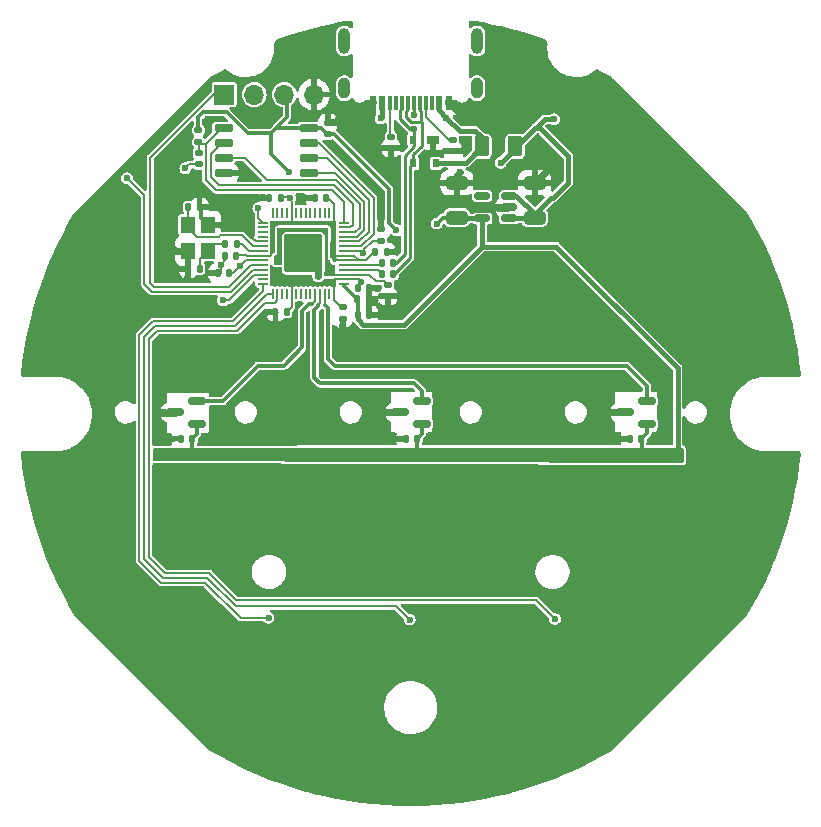
<source format=gbr>
%TF.GenerationSoftware,KiCad,Pcbnew,7.0.5*%
%TF.CreationDate,2023-12-04T01:45:25-06:00*%
%TF.ProjectId,RP2040,52503230-3430-42e6-9b69-6361645f7063,REV1*%
%TF.SameCoordinates,Original*%
%TF.FileFunction,Copper,L1,Top*%
%TF.FilePolarity,Positive*%
%FSLAX46Y46*%
G04 Gerber Fmt 4.6, Leading zero omitted, Abs format (unit mm)*
G04 Created by KiCad (PCBNEW 7.0.5) date 2023-12-04 01:45:25*
%MOMM*%
%LPD*%
G01*
G04 APERTURE LIST*
G04 Aperture macros list*
%AMRoundRect*
0 Rectangle with rounded corners*
0 $1 Rounding radius*
0 $2 $3 $4 $5 $6 $7 $8 $9 X,Y pos of 4 corners*
0 Add a 4 corners polygon primitive as box body*
4,1,4,$2,$3,$4,$5,$6,$7,$8,$9,$2,$3,0*
0 Add four circle primitives for the rounded corners*
1,1,$1+$1,$2,$3*
1,1,$1+$1,$4,$5*
1,1,$1+$1,$6,$7*
1,1,$1+$1,$8,$9*
0 Add four rect primitives between the rounded corners*
20,1,$1+$1,$2,$3,$4,$5,0*
20,1,$1+$1,$4,$5,$6,$7,0*
20,1,$1+$1,$6,$7,$8,$9,0*
20,1,$1+$1,$8,$9,$2,$3,0*%
G04 Aperture macros list end*
%TA.AperFunction,SMDPad,CuDef*%
%ADD10RoundRect,0.140000X0.140000X0.170000X-0.140000X0.170000X-0.140000X-0.170000X0.140000X-0.170000X0*%
%TD*%
%TA.AperFunction,SMDPad,CuDef*%
%ADD11RoundRect,0.140000X-0.140000X-0.170000X0.140000X-0.170000X0.140000X0.170000X-0.140000X0.170000X0*%
%TD*%
%TA.AperFunction,SMDPad,CuDef*%
%ADD12RoundRect,0.140000X-0.170000X0.140000X-0.170000X-0.140000X0.170000X-0.140000X0.170000X0.140000X0*%
%TD*%
%TA.AperFunction,SMDPad,CuDef*%
%ADD13RoundRect,0.140000X0.170000X-0.140000X0.170000X0.140000X-0.170000X0.140000X-0.170000X-0.140000X0*%
%TD*%
%TA.AperFunction,SMDPad,CuDef*%
%ADD14RoundRect,0.150000X-0.650000X-0.150000X0.650000X-0.150000X0.650000X0.150000X-0.650000X0.150000X0*%
%TD*%
%TA.AperFunction,ComponentPad*%
%ADD15C,0.600000*%
%TD*%
%TA.AperFunction,SMDPad,CuDef*%
%ADD16RoundRect,0.144000X-1.456000X1.456000X-1.456000X-1.456000X1.456000X-1.456000X1.456000X1.456000X0*%
%TD*%
%TA.AperFunction,SMDPad,CuDef*%
%ADD17RoundRect,0.050000X-0.387500X0.050000X-0.387500X-0.050000X0.387500X-0.050000X0.387500X0.050000X0*%
%TD*%
%TA.AperFunction,SMDPad,CuDef*%
%ADD18RoundRect,0.050000X-0.050000X0.387500X-0.050000X-0.387500X0.050000X-0.387500X0.050000X0.387500X0*%
%TD*%
%TA.AperFunction,SMDPad,CuDef*%
%ADD19R,0.600000X1.150000*%
%TD*%
%TA.AperFunction,SMDPad,CuDef*%
%ADD20R,0.300000X1.150000*%
%TD*%
%TA.AperFunction,ComponentPad*%
%ADD21O,1.000000X1.800000*%
%TD*%
%TA.AperFunction,ComponentPad*%
%ADD22O,1.000000X2.200000*%
%TD*%
%TA.AperFunction,SMDPad,CuDef*%
%ADD23RoundRect,0.150000X0.512500X0.150000X-0.512500X0.150000X-0.512500X-0.150000X0.512500X-0.150000X0*%
%TD*%
%TA.AperFunction,SMDPad,CuDef*%
%ADD24RoundRect,0.150000X0.587500X0.150000X-0.587500X0.150000X-0.587500X-0.150000X0.587500X-0.150000X0*%
%TD*%
%TA.AperFunction,SMDPad,CuDef*%
%ADD25RoundRect,0.250000X0.650000X-0.325000X0.650000X0.325000X-0.650000X0.325000X-0.650000X-0.325000X0*%
%TD*%
%TA.AperFunction,SMDPad,CuDef*%
%ADD26R,1.200000X1.400000*%
%TD*%
%TA.AperFunction,SMDPad,CuDef*%
%ADD27R,1.000000X0.700000*%
%TD*%
%TA.AperFunction,SMDPad,CuDef*%
%ADD28R,0.600000X0.700000*%
%TD*%
%TA.AperFunction,SMDPad,CuDef*%
%ADD29RoundRect,0.135000X0.135000X0.185000X-0.135000X0.185000X-0.135000X-0.185000X0.135000X-0.185000X0*%
%TD*%
%TA.AperFunction,ComponentPad*%
%ADD30R,1.700000X1.700000*%
%TD*%
%TA.AperFunction,ComponentPad*%
%ADD31O,1.700000X1.700000*%
%TD*%
%TA.AperFunction,SMDPad,CuDef*%
%ADD32RoundRect,0.250000X-0.375000X-0.625000X0.375000X-0.625000X0.375000X0.625000X-0.375000X0.625000X0*%
%TD*%
%TA.AperFunction,ViaPad*%
%ADD33C,0.600000*%
%TD*%
%TA.AperFunction,Conductor*%
%ADD34C,0.400000*%
%TD*%
%TA.AperFunction,Conductor*%
%ADD35C,0.200000*%
%TD*%
%TA.AperFunction,Conductor*%
%ADD36C,0.300000*%
%TD*%
%TA.AperFunction,Conductor*%
%ADD37C,0.150000*%
%TD*%
%TA.AperFunction,Conductor*%
%ADD38C,0.600000*%
%TD*%
%TA.AperFunction,Conductor*%
%ADD39C,0.250000*%
%TD*%
G04 APERTURE END LIST*
D10*
%TO.P,R3,1*%
%TO.N,USB_D+*%
X-1474838Y12630500D03*
%TO.P,R3,2*%
%TO.N,Net-(U3-USB_DP)*%
X-2434838Y12630500D03*
%TD*%
%TO.P,C2,1*%
%TO.N,+1V1*%
X-15400000Y11770000D03*
%TO.P,C2,2*%
%TO.N,GND*%
X-16360000Y11770000D03*
%TD*%
D11*
%TO.P,C11,1*%
%TO.N,+3V3*%
X-4520000Y9620000D03*
%TO.P,C11,2*%
%TO.N,GND*%
X-3560000Y9620000D03*
%TD*%
D12*
%TO.P,C9,1*%
%TO.N,+1V1*%
X-1934838Y10780500D03*
%TO.P,C9,2*%
%TO.N,GND*%
X-1934838Y9820500D03*
%TD*%
D10*
%TO.P,C7,2*%
%TO.N,GND*%
X-8104838Y18160500D03*
%TO.P,C7,1*%
%TO.N,+3V3*%
X-7144838Y18160500D03*
%TD*%
D11*
%TO.P,C12,1*%
%TO.N,+3V3*%
X-4510000Y8250000D03*
%TO.P,C12,2*%
%TO.N,GND*%
X-3550000Y8250000D03*
%TD*%
D12*
%TO.P,C8,2*%
%TO.N,GND*%
X-5780000Y7940000D03*
%TO.P,C8,1*%
%TO.N,+3V3*%
X-5780000Y8900000D03*
%TD*%
D10*
%TO.P,C4,2*%
%TO.N,GND*%
X-15759838Y13270500D03*
%TO.P,C4,1*%
%TO.N,+3V3*%
X-14799838Y13270500D03*
%TD*%
%TO.P,R4,1*%
%TO.N,USB_D-*%
X-1484838Y11700500D03*
%TO.P,R4,2*%
%TO.N,Net-(U3-USB_DM)*%
X-2444838Y11700500D03*
%TD*%
D13*
%TO.P,C13,2*%
%TO.N,GND*%
X-7020000Y24510000D03*
%TO.P,C13,1*%
%TO.N,+3V3*%
X-7020000Y23550000D03*
%TD*%
D14*
%TO.P,U5,8,VCC*%
%TO.N,+3V3*%
X-8654838Y24085500D03*
%TO.P,U5,7,IO3*%
%TO.N,/QSPI_SD3*%
X-8654838Y22815500D03*
%TO.P,U5,6,CLK*%
%TO.N,/QSPI_SCLK*%
X-8654838Y21545500D03*
%TO.P,U5,5,DI(IO0)*%
%TO.N,/QSPI_SD0*%
X-8654838Y20275500D03*
%TO.P,U5,4,GND*%
%TO.N,GND*%
X-15854838Y20275500D03*
%TO.P,U5,3,IO2*%
%TO.N,/QSPI_SD2*%
X-15854838Y21545500D03*
%TO.P,U5,2,DO(IO1)*%
%TO.N,/QSPI_SD1*%
X-15854838Y22815500D03*
%TO.P,U5,1,~{CS}*%
%TO.N,/QSPI_SS*%
X-15854838Y24085500D03*
%TD*%
D11*
%TO.P,C5,2*%
%TO.N,GND*%
X-2044838Y13570500D03*
%TO.P,C5,1*%
%TO.N,+3V3*%
X-3004838Y13570500D03*
%TD*%
D10*
%TO.P,C6,2*%
%TO.N,GND*%
X-11979838Y18180500D03*
%TO.P,C6,1*%
%TO.N,+3V3*%
X-11019838Y18180500D03*
%TD*%
D15*
%TO.P,U3,57,GND*%
%TO.N,GND*%
X-10377500Y12197500D03*
X-9102500Y12197500D03*
X-7827500Y12197500D03*
X-10377500Y13472500D03*
D16*
X-9102500Y13472500D03*
D15*
X-9102500Y13472500D03*
X-7827500Y13472500D03*
X-10377500Y14747500D03*
X-9102500Y14747500D03*
X-7827500Y14747500D03*
D17*
%TO.P,U3,56,QSPI_SS*%
%TO.N,/QSPI_SS*%
X-5665000Y16072500D03*
%TO.P,U3,55,QSPI_SD1*%
%TO.N,/QSPI_SD1*%
X-5665000Y15672500D03*
%TO.P,U3,54,QSPI_SD2*%
%TO.N,/QSPI_SD2*%
X-5665000Y15272500D03*
%TO.P,U3,53,QSPI_SD0*%
%TO.N,/QSPI_SD0*%
X-5665000Y14872500D03*
%TO.P,U3,52,QSPI_SCLK*%
%TO.N,/QSPI_SCLK*%
X-5665000Y14472500D03*
%TO.P,U3,51,QSPI_SD3*%
%TO.N,/QSPI_SD3*%
X-5665000Y14072500D03*
%TO.P,U3,50,DVDD*%
%TO.N,+1V1*%
X-5665000Y13672500D03*
%TO.P,U3,49,IOVDD*%
%TO.N,+3V3*%
X-5665000Y13272500D03*
%TO.P,U3,48,USB_VDD*%
X-5665000Y12872500D03*
%TO.P,U3,47,USB_DP*%
%TO.N,Net-(U3-USB_DP)*%
X-5665000Y12472500D03*
%TO.P,U3,46,USB_DM*%
%TO.N,Net-(U3-USB_DM)*%
X-5665000Y12072500D03*
%TO.P,U3,45,VREG_VOUT*%
%TO.N,+1V1*%
X-5665000Y11672500D03*
%TO.P,U3,44,VREG_IN*%
%TO.N,+3V3*%
X-5665000Y11272500D03*
%TO.P,U3,43,ADC_AVDD*%
X-5665000Y10872500D03*
D18*
%TO.P,U3,42,IOVDD*%
X-6502500Y10035000D03*
%TO.P,U3,41,GPIO29_ADC3*%
%TO.N,/GPIO29_ADC3*%
X-6902500Y10035000D03*
%TO.P,U3,40,GPIO28_ADC2*%
%TO.N,ADC_IN3*%
X-7302500Y10035000D03*
%TO.P,U3,39,GPIO27_ADC1*%
%TO.N,ADC_IN2*%
X-7702500Y10035000D03*
%TO.P,U3,38,GPIO26_ADC0*%
%TO.N,ADC_IN1*%
X-8102500Y10035000D03*
%TO.P,U3,37,GPIO25*%
%TO.N,/GPIO25*%
X-8502500Y10035000D03*
%TO.P,U3,36,GPIO24*%
%TO.N,/GPIO24*%
X-8902500Y10035000D03*
%TO.P,U3,35,GPIO23*%
%TO.N,/GPIO23*%
X-9302500Y10035000D03*
%TO.P,U3,34,GPIO22*%
%TO.N,/GPIO22*%
X-9702500Y10035000D03*
%TO.P,U3,33,IOVDD*%
%TO.N,+3V3*%
X-10102500Y10035000D03*
%TO.P,U3,32,GPIO21*%
%TO.N,/GPIO21*%
X-10502500Y10035000D03*
%TO.P,U3,31,GPIO20*%
%TO.N,/GPIO20*%
X-10902500Y10035000D03*
%TO.P,U3,30,GPIO19*%
%TO.N,BUTT2*%
X-11302500Y10035000D03*
%TO.P,U3,29,GPIO18*%
%TO.N,BUTT1*%
X-11702500Y10035000D03*
D17*
%TO.P,U3,28,GPIO17*%
%TO.N,BUTT0*%
X-12540000Y10872500D03*
%TO.P,U3,27,GPIO16*%
%TO.N,/GPIO16*%
X-12540000Y11272500D03*
%TO.P,U3,26,RUN*%
%TO.N,Net-(U3-RUN)*%
X-12540000Y11672500D03*
%TO.P,U3,25,SWD*%
%TO.N,SWDIO*%
X-12540000Y12072500D03*
%TO.P,U3,24,SWCLK*%
%TO.N,SWCLK*%
X-12540000Y12472500D03*
%TO.P,U3,23,DVDD*%
%TO.N,+1V1*%
X-12540000Y12872500D03*
%TO.P,U3,22,IOVDD*%
%TO.N,+3V3*%
X-12540000Y13272500D03*
%TO.P,U3,21,XOUT*%
%TO.N,OSC_OUT*%
X-12540000Y13672500D03*
%TO.P,U3,20,XIN*%
%TO.N,OSC_IN*%
X-12540000Y14072500D03*
%TO.P,U3,19,TESTEN*%
%TO.N,GND*%
X-12540000Y14472500D03*
%TO.P,U3,18,GPIO15*%
%TO.N,/GPIO15*%
X-12540000Y14872500D03*
%TO.P,U3,17,GPIO14*%
%TO.N,/GPIO14*%
X-12540000Y15272500D03*
%TO.P,U3,16,GPIO13*%
%TO.N,/GPIO13*%
X-12540000Y15672500D03*
%TO.P,U3,15,GPIO12*%
%TO.N,LED_D*%
X-12540000Y16072500D03*
D18*
%TO.P,U3,14,GPIO11*%
%TO.N,/GPIO11*%
X-11702500Y16910000D03*
%TO.P,U3,13,GPIO10*%
%TO.N,/GPIO10*%
X-11302500Y16910000D03*
%TO.P,U3,12,GPIO9*%
%TO.N,/GPIO9*%
X-10902500Y16910000D03*
%TO.P,U3,11,GPIO8*%
%TO.N,/GPIO8*%
X-10502500Y16910000D03*
%TO.P,U3,10,IOVDD*%
%TO.N,+3V3*%
X-10102500Y16910000D03*
%TO.P,U3,9,GPIO7*%
%TO.N,/GPIO7*%
X-9702500Y16910000D03*
%TO.P,U3,8,GPIO6*%
%TO.N,/GPIO6*%
X-9302500Y16910000D03*
%TO.P,U3,7,GPIO5*%
%TO.N,/GPIO5*%
X-8902500Y16910000D03*
%TO.P,U3,6,GPIO4*%
%TO.N,/GPIO4*%
X-8502500Y16910000D03*
%TO.P,U3,5,GPIO3*%
%TO.N,/GPIO3*%
X-8102500Y16910000D03*
%TO.P,U3,4,GPIO2*%
%TO.N,/GPIO2*%
X-7702500Y16910000D03*
%TO.P,U3,3,GPIO1*%
%TO.N,/GPIO1*%
X-7302500Y16910000D03*
%TO.P,U3,2,GPIO0*%
%TO.N,/GPIO0*%
X-6902500Y16910000D03*
%TO.P,U3,1,IOVDD*%
%TO.N,+3V3*%
X-6502500Y16910000D03*
%TD*%
D10*
%TO.P,C3,2*%
%TO.N,GND*%
X-11459838Y8500500D03*
%TO.P,C3,1*%
%TO.N,+3V3*%
X-10499838Y8500500D03*
%TD*%
D13*
%TO.P,C1,1*%
%TO.N,+1V1*%
X-2534838Y14530500D03*
%TO.P,C1,2*%
%TO.N,GND*%
X-2534838Y15490500D03*
%TD*%
D11*
%TO.P,C10,2*%
%TO.N,GND*%
X-3540000Y10570000D03*
%TO.P,C10,1*%
%TO.N,+3V3*%
X-4500000Y10570000D03*
%TD*%
D19*
%TO.P,P1,A1,GND*%
%TO.N,GND*%
X3200000Y26225000D03*
%TO.P,P1,A4,VBUS*%
%TO.N,VBUS*%
X2400000Y26225000D03*
D20*
%TO.P,P1,A5,CC1*%
%TO.N,Net-(P1-CC1)*%
X1250000Y26225000D03*
%TO.P,P1,A6,D+*%
%TO.N,USB_D+*%
X250000Y26225000D03*
%TO.P,P1,A7,D-*%
%TO.N,USB_D-*%
X-250000Y26225000D03*
%TO.P,P1,A8,SBU1*%
%TO.N,unconnected-(P1-SBU1-PadA8)*%
X-1250000Y26225000D03*
D19*
%TO.P,P1,A9,VBUS*%
%TO.N,VBUS*%
X-2400000Y26225000D03*
%TO.P,P1,A12,GND*%
%TO.N,GND*%
X-3200000Y26225000D03*
%TO.P,P1,B1,GND*%
X-3200000Y26225000D03*
%TO.P,P1,B4,VBUS*%
%TO.N,VBUS*%
X-2400000Y26225000D03*
D20*
%TO.P,P1,B5,CC2*%
%TO.N,Net-(P1-CC2)*%
X-1750000Y26225000D03*
%TO.P,P1,B6,D+*%
%TO.N,USB_D+*%
X-750000Y26225000D03*
%TO.P,P1,B7,D-*%
%TO.N,USB_D-*%
X750000Y26225000D03*
%TO.P,P1,B8,SBU2*%
%TO.N,unconnected-(P1-SBU2-PadB8)*%
X1750000Y26225000D03*
D19*
%TO.P,P1,B9,VBUS*%
%TO.N,VBUS*%
X2400000Y26225000D03*
%TO.P,P1,B12,GND*%
%TO.N,GND*%
X3200000Y26225000D03*
D21*
%TO.P,P1,S1,SHIELD*%
%TO.N,unconnected-(P1-SHIELD-PadS1)*%
X5620000Y27450000D03*
D22*
X5620000Y31450000D03*
D21*
X-5620000Y27450000D03*
D22*
X-5620000Y31450000D03*
%TD*%
D11*
%TO.P,C21,1*%
%TO.N,GND*%
X-18851907Y12170000D03*
%TO.P,C21,2*%
%TO.N,Net-(C21-Pad2)*%
X-17891907Y12170000D03*
%TD*%
D23*
%TO.P,U6,5,VOUT*%
%TO.N,+3V3*%
X6040000Y16421250D03*
%TO.P,U6,4,NC*%
%TO.N,unconnected-(U6-NC-Pad4)*%
X6040000Y18321250D03*
%TO.P,U6,3,EN*%
%TO.N,+5V*%
X8315000Y18321250D03*
%TO.P,U6,2,GND*%
%TO.N,GND*%
X8315000Y17371250D03*
%TO.P,U6,1,VIN*%
%TO.N,+5V*%
X8315000Y16421250D03*
%TD*%
D24*
%TO.P,U9,3,GND*%
%TO.N,GND*%
X18112500Y0D03*
%TO.P,U9,2,VOUT*%
%TO.N,ADC_IN3*%
X19987500Y950000D03*
%TO.P,U9,1,VCC*%
%TO.N,+3V3*%
X19987500Y-950000D03*
%TD*%
D25*
%TO.P,C18,2*%
%TO.N,GND*%
X10482500Y19446250D03*
%TO.P,C18,1*%
%TO.N,+5V*%
X10482500Y16496250D03*
%TD*%
D26*
%TO.P,Y1,1,1*%
%TO.N,OSC_IN*%
X-18880000Y15880000D03*
%TO.P,Y1,2,2*%
%TO.N,GND*%
X-18880000Y13680000D03*
%TO.P,Y1,3,3*%
%TO.N,Net-(C21-Pad2)*%
X-17180000Y13680000D03*
%TO.P,Y1,4,4*%
%TO.N,GND*%
X-17180000Y15880000D03*
%TD*%
D27*
%TO.P,U1,1,GND*%
%TO.N,GND*%
X1910000Y23080000D03*
D28*
%TO.P,U1,2,I/O1*%
%TO.N,USB_D+*%
X210000Y23080000D03*
%TO.P,U1,3,I/O2*%
%TO.N,USB_D-*%
X210000Y21080000D03*
%TO.P,U1,4,VCC*%
%TO.N,VBUS*%
X2110000Y21080000D03*
%TD*%
D12*
%TO.P,R1,1*%
%TO.N,Net-(P1-CC1)*%
X3602500Y23080000D03*
%TO.P,R1,2*%
%TO.N,GND*%
X3602500Y22120000D03*
%TD*%
D13*
%TO.P,R6,1*%
%TO.N,Net-(R6-Pad1)*%
X-17970000Y21000000D03*
%TO.P,R6,2*%
%TO.N,/QSPI_SS*%
X-17970000Y21960000D03*
%TD*%
D11*
%TO.P,C22,2*%
%TO.N,+3V3*%
X-18510000Y-2210000D03*
%TO.P,C22,1*%
%TO.N,GND*%
X-19470000Y-2210000D03*
%TD*%
D12*
%TO.P,R5,2*%
%TO.N,/QSPI_SS*%
X-17980000Y22910000D03*
%TO.P,R5,1*%
%TO.N,+3V3*%
X-17980000Y23870000D03*
%TD*%
D10*
%TO.P,C20,1*%
%TO.N,GND*%
X-17891907Y17390000D03*
%TO.P,C20,2*%
%TO.N,OSC_IN*%
X-18851907Y17390000D03*
%TD*%
D29*
%TO.P,R8,1*%
%TO.N,OSC_OUT*%
X-14740000Y14270000D03*
%TO.P,R8,2*%
%TO.N,Net-(C21-Pad2)*%
X-15760000Y14270000D03*
%TD*%
D24*
%TO.P,U8,3,GND*%
%TO.N,GND*%
X-937500Y0D03*
%TO.P,U8,2,VOUT*%
%TO.N,ADC_IN2*%
X937500Y950000D03*
%TO.P,U8,1,VCC*%
%TO.N,+3V3*%
X937500Y-950000D03*
%TD*%
D11*
%TO.P,C24,2*%
%TO.N,+3V3*%
X510000Y-2240000D03*
%TO.P,C24,1*%
%TO.N,GND*%
X-450000Y-2240000D03*
%TD*%
D24*
%TO.P,U7,3,GND*%
%TO.N,GND*%
X-19987500Y0D03*
%TO.P,U7,2,VOUT*%
%TO.N,ADC_IN1*%
X-18112500Y950000D03*
%TO.P,U7,1,VCC*%
%TO.N,+3V3*%
X-18112500Y-950000D03*
%TD*%
D12*
%TO.P,R2,1*%
%TO.N,Net-(P1-CC2)*%
X-1680000Y23340000D03*
%TO.P,R2,2*%
%TO.N,GND*%
X-1680000Y22380000D03*
%TD*%
D11*
%TO.P,C23,2*%
%TO.N,+3V3*%
X19510000Y-2270000D03*
%TO.P,C23,1*%
%TO.N,GND*%
X18550000Y-2270000D03*
%TD*%
D30*
%TO.P,J1,1,Pin_1*%
%TO.N,SWCLK*%
X-15800000Y26915000D03*
D31*
%TO.P,J1,2,Pin_2*%
%TO.N,SWDIO*%
X-13260000Y26915000D03*
%TO.P,J1,3,Pin_3*%
%TO.N,+3V3*%
X-10720000Y26915000D03*
%TO.P,J1,4,Pin_4*%
%TO.N,GND*%
X-8180000Y26915000D03*
%TD*%
D32*
%TO.P,F1,1*%
%TO.N,VBUS*%
X6020000Y22520000D03*
%TO.P,F1,2*%
%TO.N,+5V*%
X8820000Y22520000D03*
%TD*%
D25*
%TO.P,C19,2*%
%TO.N,GND*%
X3902500Y19446250D03*
%TO.P,C19,1*%
%TO.N,+3V3*%
X3902500Y16496250D03*
%TD*%
D33*
%TO.N,GND*%
X-2850000Y8240000D03*
X-8835000Y18160000D03*
X-3000000Y9240000D03*
X-12480000Y18221000D03*
X-6130000Y24760000D03*
X-13650000Y15360000D03*
X-2762866Y10490500D03*
X-2514838Y16210500D03*
%TO.N,+1V1*%
X-6899838Y12370500D03*
X-14426916Y12426916D03*
%TO.N,GND*%
X-5850000Y7265000D03*
X-1144500Y13663483D03*
X-16090000Y12520000D03*
X-1184838Y9850500D03*
%TO.N,+3V3*%
X-10219838Y18130500D03*
%TO.N,GND*%
X-12399838Y7990500D03*
%TO.N,+1V1*%
X-11212500Y12835000D03*
X-4011985Y13508702D03*
%TO.N,GND*%
X-4350252Y25888370D03*
X17900000Y-2270000D03*
X-2110000Y0D03*
X-20101907Y13770000D03*
X7390000Y17320000D03*
X-1130000Y-2240000D03*
X-11910000Y-20660000D03*
X-8350000Y-28200000D03*
X-15871907Y15750000D03*
X-22880000Y-18150000D03*
X4830000Y25800000D03*
X-3552964Y25004134D03*
X18140000Y-8540000D03*
X16700000Y0D03*
X-14142159Y20089294D03*
X4185000Y20345000D03*
X11550000Y20720000D03*
X4040000Y-7140000D03*
X0Y-20600000D03*
X1900000Y22110000D03*
X-2613000Y22333000D03*
X-1650000Y21370000D03*
X-18503800Y9211124D03*
X11760000Y-23190000D03*
X-6865000Y-23165000D03*
X-14985000Y-7210000D03*
X-18981907Y11330000D03*
X-20150000Y-2210000D03*
X-890000Y-8640000D03*
X26085000Y-16545000D03*
X4140000Y25310000D03*
X-12290000Y24820000D03*
X-8930000Y25100000D03*
X-20050000Y-8660000D03*
X21090000Y-18090000D03*
X-16840000Y17500000D03*
X-7827500Y11510000D03*
X6780000Y-28140000D03*
X-17260000Y24670000D03*
X4544668Y22175332D03*
X-21200000Y-10000D03*
X18600000Y20890000D03*
X12220000Y-20610000D03*
X-17958000Y-16332000D03*
X-21230000Y19040000D03*
X23080000Y-7140000D03*
%TO.N,VBUS*%
X3002858Y24967033D03*
X-2560000Y24890000D03*
%TO.N,BUTT0*%
X-12050000Y-17400000D03*
%TO.N,+5V*%
X12120000Y24810000D03*
X7605000Y21145000D03*
%TO.N,USB_D+*%
X250000Y25140000D03*
X303779Y23965500D03*
%TO.N,LED_D*%
X-12910000Y17289500D03*
%TO.N,BUTT1*%
X-110000Y-17540000D03*
%TO.N,BUTT2*%
X12202500Y-17490000D03*
%TO.N,SWDIO*%
X-24032443Y19835329D03*
%TO.N,+3V3*%
X-10335000Y20340000D03*
X-4225705Y11073417D03*
X2195000Y15990000D03*
X-1244500Y15435273D03*
%TO.N,Net-(R6-Pad1)*%
X-19100000Y20670000D03*
%TO.N,Net-(U3-RUN)*%
X-15900000Y9480000D03*
%TD*%
D34*
%TO.N,+3V3*%
X-560000Y7440000D02*
X6040000Y14040000D01*
X-4040000Y7440000D02*
X-560000Y7440000D01*
X-4510000Y7910000D02*
X-4040000Y7440000D01*
X-4510000Y8250000D02*
X-4510000Y7910000D01*
X12310000Y14040000D02*
X22600000Y3750000D01*
X22600000Y-3100000D02*
X22500000Y-3200000D01*
X6040000Y14040000D02*
X12310000Y14040000D01*
X22600000Y3750000D02*
X22600000Y-3100000D01*
X6040000Y14040000D02*
X6040000Y16421250D01*
D35*
%TO.N,/QSPI_SD1*%
X-5665000Y15672500D02*
X-5132525Y15672500D01*
%TO.N,+1V1*%
X-4011985Y13508702D02*
X-4175783Y13672500D01*
%TO.N,GND*%
X-3000000Y9240000D02*
X-3260000Y9500000D01*
X-16090000Y12520000D02*
X-15739838Y12870162D01*
%TO.N,+3V3*%
X-10102500Y8897838D02*
X-10102500Y10035000D01*
%TO.N,/QSPI_SD0*%
X-3944838Y15474815D02*
X-3944838Y17820500D01*
%TO.N,+3V3*%
X-5665000Y10720662D02*
X-5665000Y10870000D01*
%TO.N,+1V1*%
X-1934838Y10780500D02*
X-2244338Y11090000D01*
%TO.N,/QSPI_SD0*%
X-5665000Y14872500D02*
X-4547152Y14872500D01*
%TO.N,/QSPI_SD3*%
X-3144838Y15143445D02*
X-3144838Y18160500D01*
%TO.N,+3V3*%
X-13900309Y13272500D02*
X-13926309Y13298500D01*
%TO.N,GND*%
X-8771007Y18170500D02*
X-8158669Y18170500D01*
%TO.N,+3V3*%
X-10102500Y16910000D02*
X-10102500Y16170000D01*
%TO.N,/QSPI_SS*%
X-5665000Y16072500D02*
X-5665000Y17839290D01*
%TO.N,+3V3*%
X-11947838Y13272500D02*
X-13900309Y13272500D01*
%TO.N,/QSPI_SD2*%
X-4712838Y15272500D02*
X-4344838Y15640500D01*
%TO.N,+3V3*%
X-5845000Y8865000D02*
X-5792500Y8865000D01*
X-11019838Y18180500D02*
X-10980338Y18220000D01*
%TO.N,/QSPI_SD3*%
X-3144838Y18160500D02*
X-7799838Y22815500D01*
%TO.N,+3V3*%
X-6502500Y16120500D02*
X-6512500Y16110500D01*
X-6502500Y10035000D02*
X-6502500Y9522500D01*
%TO.N,GND*%
X-16109838Y12500162D02*
X-16109838Y11780500D01*
%TO.N,/QSPI_SS*%
X-16494838Y18820500D02*
X-17354838Y19680500D01*
%TO.N,/QSPI_SD1*%
X-16954838Y21881896D02*
X-16021234Y22815500D01*
%TO.N,/QSPI_SS*%
X-17354838Y22751896D02*
X-16021234Y24085500D01*
%TO.N,/QSPI_SD0*%
X-4547152Y14872500D02*
X-3944838Y15474815D01*
%TO.N,Net-(U3-USB_DP)*%
X-5665000Y12472500D02*
X-2592838Y12472500D01*
%TO.N,/QSPI_SCLK*%
X-7104152Y21545500D02*
X-8654838Y21545500D01*
%TO.N,+3V3*%
X-6502500Y17682500D02*
X-7010000Y18190000D01*
X-6504838Y11170500D02*
X-6405338Y11270000D01*
%TO.N,/QSPI_SS*%
X-6666210Y18840500D02*
X-11617092Y18840500D01*
%TO.N,+1V1*%
X-3526838Y11672500D02*
X-5665000Y11672500D01*
D36*
%TO.N,+3V3*%
X-4514838Y9680500D02*
X-4514838Y8254838D01*
D35*
X-10499838Y8500500D02*
X-10102500Y8897838D01*
X-13926309Y13298500D02*
X-14856838Y13298500D01*
%TO.N,/QSPI_SS*%
X-11637092Y18820500D02*
X-16494838Y18820500D01*
%TO.N,/QSPI_SD1*%
X-6500524Y19240500D02*
X-11782778Y19240500D01*
%TO.N,+3V3*%
X-4862498Y12885000D02*
X-4874998Y12872500D01*
D37*
%TO.N,GND*%
X-8135338Y18160000D02*
X-8094838Y18200500D01*
D35*
%TO.N,/QSPI_SD3*%
X-7799838Y22815500D02*
X-8654838Y22815500D01*
%TO.N,/QSPI_SD2*%
X-5665000Y15272500D02*
X-4712838Y15272500D01*
%TO.N,/QSPI_SD1*%
X-16021234Y22815500D02*
X-15854838Y22815500D01*
%TO.N,+3V3*%
X-6502500Y11168162D02*
X-6502500Y10035000D01*
%TO.N,/QSPI_SD1*%
X-16954838Y19939104D02*
X-16954838Y21881896D01*
X-4927500Y15877525D02*
X-4927500Y17667476D01*
X-4927500Y17667476D02*
X-6500524Y19240500D01*
%TO.N,/QSPI_SD2*%
X-12149838Y19640500D02*
X-14054838Y21545500D01*
%TO.N,+3V3*%
X-10102500Y10035000D02*
X-10102500Y11020000D01*
X-3787158Y12885000D02*
X-3211658Y13460500D01*
%TO.N,/QSPI_SD2*%
X-4344838Y17650500D02*
X-6334839Y19640500D01*
%TO.N,GND*%
X-1144500Y13663483D02*
X-1285483Y13522500D01*
X-2852590Y10570000D02*
X-3540000Y10570000D01*
%TO.N,+3V3*%
X-4395338Y12885000D02*
X-4294838Y12885000D01*
%TO.N,GND*%
X-11869838Y8520500D02*
X-11214838Y8520500D01*
%TO.N,/QSPI_SS*%
X-11617092Y18840500D02*
X-11637092Y18820500D01*
%TO.N,GND*%
X-12480000Y18221000D02*
X-12471000Y18230000D01*
%TO.N,/QSPI_SD1*%
X-11782778Y19240500D02*
X-11802778Y19220500D01*
%TO.N,+3V3*%
X-5665000Y13272500D02*
X-4782838Y13272500D01*
X-4782838Y13272500D02*
X-4395338Y12885000D01*
%TO.N,GND*%
X-15739838Y12870162D02*
X-15739838Y13270500D01*
%TO.N,/QSPI_SCLK*%
X-3544838Y17986186D02*
X-7104152Y21545500D01*
%TO.N,GND*%
X-2514838Y15455500D02*
X-2514838Y16210500D01*
X-1285483Y13522500D02*
X-2210000Y13522500D01*
%TO.N,+3V3*%
X-4424788Y11272500D02*
X-4225705Y11073417D01*
D36*
X-5665000Y10720662D02*
X-4624838Y9680500D01*
D35*
X-4294838Y12885000D02*
X-4862498Y12885000D01*
%TO.N,GND*%
X-3260000Y9500000D02*
X-3554838Y9500000D01*
%TO.N,+1V1*%
X-4011985Y13710611D02*
X-3192097Y14530500D01*
%TO.N,+3V3*%
X-10980338Y18220000D02*
X-10360000Y18220000D01*
%TO.N,GND*%
X-16090000Y12520000D02*
X-16109838Y12500162D01*
%TO.N,/QSPI_SD1*%
X-16236234Y19220500D02*
X-16954838Y19939104D01*
%TO.N,+3V3*%
X-11769838Y13450500D02*
X-11947838Y13272500D01*
%TO.N,/QSPI_SS*%
X-16021234Y24085500D02*
X-15854838Y24085500D01*
%TO.N,+3V3*%
X-6160201Y11270500D02*
X-5954838Y11270500D01*
%TO.N,/QSPI_SCLK*%
X-4381466Y14472501D02*
X-3544838Y15309130D01*
%TO.N,GND*%
X-6130000Y24760000D02*
X-6770000Y24760000D01*
%TO.N,Net-(U3-USB_DM)*%
X-2816838Y12072500D02*
X-2444838Y11700500D01*
%TO.N,/QSPI_SD1*%
X-11802778Y19220500D02*
X-16236234Y19220500D01*
%TO.N,+3V3*%
X-5665000Y11272500D02*
X-4424788Y11272500D01*
%TO.N,+1V1*%
X-3192097Y14530500D02*
X-2534838Y14530500D01*
%TO.N,Net-(U3-USB_DP)*%
X-2592838Y12472500D02*
X-2434838Y12630500D01*
%TO.N,+3V3*%
X-10102500Y16170000D02*
X-10112500Y16160000D01*
%TO.N,+1V1*%
X-2244338Y11090000D02*
X-2944338Y11090000D01*
%TO.N,GND*%
X-12471000Y18230000D02*
X-12087500Y18230000D01*
X-12399838Y7990500D02*
X-11869838Y8520500D01*
%TO.N,+1V1*%
X-5665000Y11672500D02*
X-6486838Y11672500D01*
%TO.N,Net-(U3-USB_DM)*%
X-5665000Y12072500D02*
X-2816838Y12072500D01*
%TO.N,+1V1*%
X-6486838Y11672500D02*
X-6504838Y11690500D01*
%TO.N,+3V3*%
X-6405338Y11270000D02*
X-6199975Y11270000D01*
X-5625000Y13270000D02*
X-6462500Y13270000D01*
X-4294838Y12885000D02*
X-3787158Y12885000D01*
X-4500000Y10799122D02*
X-4500000Y10570000D01*
%TO.N,+1V1*%
X-2944338Y11090000D02*
X-3526838Y11672500D01*
%TO.N,+3V3*%
X-6502500Y16785500D02*
X-6502500Y16120500D01*
%TO.N,GND*%
X-6770000Y24760000D02*
X-7020000Y24510000D01*
%TO.N,+3V3*%
X-4225705Y11073417D02*
X-4500000Y10799122D01*
X-3211658Y13460500D02*
X-3014838Y13460500D01*
%TO.N,/QSPI_SS*%
X-17354838Y19680500D02*
X-17354838Y22751896D01*
%TO.N,+3V3*%
X-10360000Y18175662D02*
X-10314838Y18130500D01*
X-4874998Y12872500D02*
X-6265000Y12872500D01*
%TO.N,/QSPI_SD0*%
X-6399838Y20275500D02*
X-8654838Y20275500D01*
%TO.N,+3V3*%
X-10102500Y11020000D02*
X-10087500Y11035000D01*
X-6502500Y16910000D02*
X-6502500Y17682500D01*
%TO.N,/QSPI_SS*%
X-5665000Y17839290D02*
X-6666210Y18840500D01*
%TO.N,/QSPI_SD0*%
X-3944838Y17820500D02*
X-6399838Y20275500D01*
D36*
%TO.N,+3V3*%
X-4624838Y9680500D02*
X-4514838Y9680500D01*
D35*
X-6504838Y11170500D02*
X-6502500Y11168162D01*
%TO.N,+1V1*%
X-4175783Y13672500D02*
X-5665000Y13672500D01*
%TO.N,/QSPI_SD1*%
X-5132525Y15672500D02*
X-4927500Y15877525D01*
%TO.N,/QSPI_SCLK*%
X-5665000Y14472500D02*
X-4381466Y14472501D01*
%TO.N,/QSPI_SD2*%
X-6334839Y19640500D02*
X-12149838Y19640500D01*
%TO.N,+3V3*%
X-4514838Y9680500D02*
X-4564838Y9730500D01*
X-10360000Y18220000D02*
X-10360000Y18175662D01*
X-6502500Y9522500D02*
X-5845000Y8865000D01*
%TO.N,GND*%
X-2907250Y8240000D02*
X-3492750Y8240000D01*
%TO.N,/QSPI_SD3*%
X-4215780Y14072501D02*
X-3144838Y15143445D01*
%TO.N,/QSPI_SD2*%
X-14054838Y21545500D02*
X-15854838Y21545500D01*
%TO.N,/QSPI_SD3*%
X-5665000Y14072500D02*
X-4215780Y14072501D01*
%TO.N,/QSPI_SD2*%
X-4344838Y15640500D02*
X-4344838Y17650500D01*
%TO.N,GND*%
X-2014838Y9850500D02*
X-1184838Y9850500D01*
%TO.N,+3V3*%
X-6265000Y12872500D02*
X-6462500Y13070000D01*
%TO.N,/QSPI_SCLK*%
X-3544838Y15309130D02*
X-3544838Y17986186D01*
%TO.N,+1V1*%
X-4011985Y13508702D02*
X-4011985Y13710611D01*
D36*
%TO.N,+3V3*%
X-4514838Y8254838D02*
X-4510000Y8250000D01*
D35*
X-10102500Y17918162D02*
X-10102500Y16910000D01*
D36*
%TO.N,GND*%
X-17801836Y16501836D02*
X-17180000Y15880000D01*
X-17180000Y15880000D02*
X-16001907Y15880000D01*
D38*
X-4150000Y26002031D02*
X-3472969Y26002031D01*
D36*
X-18981907Y11762107D02*
X-18821907Y11922107D01*
D38*
X-2110000Y0D02*
X-937500Y0D01*
D36*
X-16830000Y17370000D02*
X-16840000Y17380000D01*
D38*
X8115000Y17320000D02*
X8188750Y17393750D01*
D36*
X-16960000Y17500000D02*
X-16861742Y17401742D01*
X-2610000Y22330000D02*
X-2613000Y22333000D01*
X-18981907Y11330000D02*
X-18981907Y11762107D01*
D38*
X-3829134Y25004134D02*
X-4150000Y25325000D01*
D36*
X-17801836Y17414068D02*
X-17801836Y16501836D01*
D38*
X-21200000Y-10000D02*
X-19997500Y-10000D01*
D36*
X4544668Y22175332D02*
X4489336Y22120000D01*
D38*
X3515000Y25935000D02*
X3200000Y26250000D01*
D34*
X1900000Y22110000D02*
X1900000Y23189954D01*
D35*
X-13096739Y14472500D02*
X-12540000Y14472500D01*
D38*
X18074000Y0D02*
X16700000Y0D01*
D36*
X-2530000Y22330000D02*
X-2533000Y22333000D01*
X-1681000Y22330000D02*
X-2610000Y22330000D01*
D38*
X11550000Y20720000D02*
X11550000Y20513750D01*
X4185000Y20345000D02*
X3902500Y20062500D01*
D35*
X-1130000Y-2240000D02*
X-450000Y-2240000D01*
D38*
X-20071778Y13800129D02*
X-20101907Y13770000D01*
X-19997500Y-10000D02*
X-19987500Y0D01*
X-3552964Y25922036D02*
X-3200000Y26275000D01*
X-3552964Y25004134D02*
X-3829134Y25004134D01*
X-4150000Y25325000D02*
X-4150000Y26002031D01*
X-3472969Y26002031D02*
X-3200000Y26275000D01*
X3560410Y25980410D02*
X4649590Y25980410D01*
D35*
X-15854838Y20275500D02*
X-14328365Y20275500D01*
X-13650000Y15360000D02*
X-13341409Y15051409D01*
X17900000Y-2270000D02*
X18550000Y-2270000D01*
D36*
X3200000Y26495000D02*
X3200000Y26250000D01*
D38*
X-3552964Y25004134D02*
X-3552964Y25922036D01*
D34*
X1900000Y23189954D02*
X1985023Y23274977D01*
D36*
X4489336Y22120000D02*
X3602500Y22120000D01*
D38*
X7390000Y17320000D02*
X8115000Y17320000D01*
D36*
X-16861742Y17401742D02*
X-17867272Y17401742D01*
D38*
X-4350252Y25888370D02*
X-4350252Y25525252D01*
X4649590Y25980410D02*
X4830000Y25800000D01*
D35*
X-13341409Y14717170D02*
X-13096739Y14472500D01*
D36*
X4375000Y22345000D02*
X4544668Y22175332D01*
D38*
X3902500Y20062500D02*
X3902500Y19446250D01*
D35*
X-5850000Y7265000D02*
X-5850000Y7935000D01*
X-14328365Y20275500D02*
X-14142159Y20089294D01*
D38*
X-4350252Y25525252D02*
X-4150000Y25325000D01*
X3515000Y25935000D02*
X3560410Y25980410D01*
X-20101907Y13770000D02*
X-19983649Y13651742D01*
X-7827500Y12197500D02*
X-7827500Y11510000D01*
X4140000Y25310000D02*
X3515000Y25935000D01*
X11550000Y20513750D02*
X10482500Y19446250D01*
D36*
X-2533000Y22333000D02*
X-2613000Y22333000D01*
D35*
X-20150000Y-2210000D02*
X-19470000Y-2210000D01*
D36*
X-18821907Y11922107D02*
X-18821907Y13321377D01*
D35*
X-13341409Y15051409D02*
X-13341409Y14717170D01*
D36*
X-16840000Y17500000D02*
X-16960000Y17500000D01*
X-21200000Y-10000D02*
X-21240000Y30000D01*
X-16840000Y17380000D02*
X-16840000Y17500000D01*
D35*
X-1260000Y-2240000D02*
X-1300000Y-2280000D01*
D36*
X-18821907Y13321377D02*
X-19182272Y13681742D01*
D35*
X-1130000Y-2240000D02*
X-1260000Y-2240000D01*
D38*
X-19983649Y13651742D02*
X-19252272Y13651742D01*
D35*
X17900000Y-2270000D02*
X17790000Y-2270000D01*
D34*
%TO.N,VBUS*%
X4129891Y23840000D02*
X5460000Y23840000D01*
X5460000Y23840000D02*
X6020000Y23280000D01*
X4645000Y21145000D02*
X2175000Y21145000D01*
X5460000Y23840000D02*
X5950000Y23350000D01*
X3002858Y24967033D02*
X4129891Y23840000D01*
X2400000Y25569891D02*
X2400000Y26375000D01*
X3002858Y24967033D02*
X2400000Y25569891D01*
X6020000Y23280000D02*
X6020000Y22520000D01*
X-2400000Y25050000D02*
X-2400000Y26275000D01*
X6020000Y22520000D02*
X4645000Y21145000D01*
X2175000Y21145000D02*
X2110000Y21080000D01*
X-2560000Y24890000D02*
X-2400000Y25050000D01*
D35*
%TO.N,BUTT0*%
X-12050000Y-17400000D02*
X-14407686Y-17400000D01*
X-14407686Y-17400000D02*
X-17397686Y-14410000D01*
X-21821370Y7720000D02*
X-15066322Y7720000D01*
X-17397686Y-14410000D02*
X-21131372Y-14410000D01*
X-12540000Y10246322D02*
X-12540000Y10872500D01*
X-15066322Y7720000D02*
X-12540000Y10246322D01*
X-22990000Y6551372D02*
X-21821370Y7720000D01*
X-22990000Y-12551370D02*
X-22990000Y6551372D01*
X-21131372Y-14410000D02*
X-22990000Y-12551370D01*
D34*
%TO.N,+5V*%
X10970000Y24050000D02*
X13340000Y21680000D01*
X10482500Y16496250D02*
X10482500Y16781250D01*
X10510000Y24050000D02*
X10570000Y24050000D01*
X12070000Y18195000D02*
X11892500Y18195000D01*
X11892500Y18195000D02*
X10080000Y16382500D01*
X10482500Y16781250D02*
X8942500Y18321250D01*
X13340000Y21680000D02*
X13340000Y19465000D01*
X7605000Y21145000D02*
X10510000Y24050000D01*
X13340000Y19465000D02*
X12070000Y18195000D01*
X8942500Y18321250D02*
X8315000Y18321250D01*
X10407500Y16421250D02*
X8141250Y16421250D01*
X10510000Y24050000D02*
X10970000Y24050000D01*
X11330000Y24810000D02*
X12120000Y24810000D01*
X10482500Y16496250D02*
X10407500Y16421250D01*
X10570000Y24050000D02*
X11330000Y24810000D01*
D35*
%TO.N,Net-(P1-CC1)*%
X3230000Y23080000D02*
X1315000Y24995000D01*
X1250000Y26275000D02*
X1250000Y25684925D01*
X1315000Y24995000D02*
X1315000Y25580000D01*
X3602500Y23080000D02*
X3230000Y23080000D01*
%TO.N,Net-(P1-CC2)*%
X-1750000Y26675000D02*
X-1750000Y23410000D01*
X-1750000Y23410000D02*
X-1680000Y23340000D01*
%TO.N,OSC_IN*%
X-14269950Y14990000D02*
X-16170000Y14990000D01*
X-18880000Y15880000D02*
X-18880000Y17349014D01*
X-12540000Y14072500D02*
X-13352450Y14072500D01*
X-13352450Y14072500D02*
X-14269950Y14990000D01*
X-16170000Y14990000D02*
X-16280000Y14880000D01*
X-18080000Y14880000D02*
X-18880000Y15680000D01*
X-16280000Y14880000D02*
X-18080000Y14880000D01*
X-18880000Y15680000D02*
X-18880000Y15880000D01*
X-18880000Y17349014D02*
X-18827272Y17401742D01*
D39*
%TO.N,USB_D+*%
X-520000Y13383787D02*
X-1273287Y12630500D01*
X-910000Y25640280D02*
X-910000Y24839720D01*
X-1273287Y12630500D02*
X-1474838Y12630500D01*
D36*
X245500Y23965500D02*
X190000Y23910000D01*
D39*
X303779Y22570175D02*
X-520000Y21746396D01*
X240000Y25220956D02*
X240000Y26290000D01*
X-910000Y24839720D02*
X-35780Y23965500D01*
X246456Y25214500D02*
X240000Y25220956D01*
X-750000Y25800280D02*
X-910000Y25640280D01*
X-750000Y26495000D02*
X-750000Y25800280D01*
X-35780Y23965500D02*
X303779Y23965500D01*
X303779Y23965500D02*
X303779Y22570175D01*
D36*
X303779Y23965500D02*
X245500Y23965500D01*
D39*
X-520000Y21746396D02*
X-520000Y13383787D01*
%TO.N,USB_D-*%
X-1443805Y11730000D02*
X-1407729Y11730000D01*
X750000Y25583884D02*
X890000Y25443884D01*
X-70000Y13067729D02*
X-70000Y20800000D01*
X-415000Y25498884D02*
X-250000Y25663884D01*
X890000Y25443884D02*
X890000Y24620000D01*
X-250000Y25663884D02*
X-250000Y26495000D01*
X928779Y24581221D02*
X890000Y24620000D01*
X928779Y22558779D02*
X928779Y24581221D01*
X890000Y24620000D02*
X860000Y24590000D01*
X750000Y26495000D02*
X750000Y25583884D01*
X-1407729Y11730000D02*
X-70000Y13067729D01*
X-415000Y24981116D02*
X-415000Y25498884D01*
X860000Y24590000D02*
X-23884Y24590000D01*
X210000Y21840000D02*
X928779Y22558779D01*
X-23884Y24590000D02*
X-415000Y24981116D01*
X-70000Y20800000D02*
X210000Y21080000D01*
X210000Y21080000D02*
X210000Y21840000D01*
D35*
%TO.N,LED_D*%
X-12910000Y16442500D02*
X-12540000Y16072500D01*
X-12910000Y17289500D02*
X-12910000Y16442500D01*
D36*
%TO.N,ADC_IN1*%
X-15940000Y950000D02*
X-12940108Y3949892D01*
X-18050000Y950000D02*
X-15940000Y950000D01*
D35*
X-8102500Y10035000D02*
X-8102500Y9469582D01*
D36*
X-8618959Y9191041D02*
X-8381041Y9191041D01*
D35*
X-8102500Y9469582D02*
X-8381041Y9191041D01*
D36*
X-9210000Y5520000D02*
X-9210000Y8600000D01*
X-9210000Y8600000D02*
X-8618959Y9191041D01*
X-12940108Y3949892D02*
X-10780108Y3949892D01*
X-10780108Y3949892D02*
X-9210000Y5520000D01*
D35*
%TO.N,OSC_OUT*%
X-12540000Y13672500D02*
X-13670680Y13672500D01*
X-13670680Y13672500D02*
X-14268180Y14270000D01*
X-14268180Y14270000D02*
X-14691907Y14270000D01*
D36*
%TO.N,ADC_IN2*%
X-7680000Y2450000D02*
X280000Y2450000D01*
X-7827843Y9107843D02*
X-7827843Y9035050D01*
X-7827843Y9035050D02*
X-8160000Y8702893D01*
D35*
X-7702500Y9233186D02*
X-7702500Y10035000D01*
D36*
X937500Y1792500D02*
X937500Y950000D01*
X280000Y2450000D02*
X937500Y1792500D01*
X-8160000Y8702893D02*
X-8160000Y2930000D01*
D35*
X-7827843Y9107843D02*
X-7702500Y9233186D01*
D36*
X-8160000Y2930000D02*
X-7680000Y2450000D01*
%TO.N,ADC_IN3*%
X19980000Y957500D02*
X19987500Y950000D01*
X18300000Y3910000D02*
X19980000Y2230000D01*
X-7030000Y8880000D02*
X-7030000Y4560000D01*
X-7030000Y4560000D02*
X-6380000Y3910000D01*
X19980000Y2230000D02*
X19980000Y957500D01*
D35*
X-7260000Y9110000D02*
X-7302500Y9152500D01*
D36*
X-6380000Y3910000D02*
X18300000Y3910000D01*
X-7260000Y9110000D02*
X-7030000Y8880000D01*
D35*
X-7302500Y9152500D02*
X-7302500Y10035000D01*
%TO.N,BUTT1*%
X-22590000Y6385686D02*
X-21655685Y7320000D01*
X-14900636Y7320000D02*
X-12185636Y10035000D01*
X-20965686Y-14010000D02*
X-22590000Y-12385685D01*
X-22590000Y-12385685D02*
X-22590000Y6385686D01*
X-17232000Y-14010000D02*
X-20965686Y-14010000D01*
X-1250000Y-16400000D02*
X-14842000Y-16400000D01*
X-21655685Y7320000D02*
X-14900636Y7320000D01*
X-12185636Y10035000D02*
X-11702500Y10035000D01*
X-110000Y-17540000D02*
X-1250000Y-16400000D01*
X-14842000Y-16400000D02*
X-17232000Y-14010000D01*
%TO.N,BUTT2*%
X-20800000Y-13610000D02*
X-22190000Y-12220000D01*
X-22190000Y6220000D02*
X-21490000Y6920000D01*
X-22190000Y-12220000D02*
X-22190000Y6220000D01*
X12202500Y-17490000D02*
X10602500Y-15890000D01*
X-14734950Y6920000D02*
X-12357450Y9297500D01*
X-11302500Y9502525D02*
X-11302500Y10035000D01*
X-14786314Y-15890000D02*
X-17066314Y-13610000D01*
X-17066314Y-13610000D02*
X-20800000Y-13610000D01*
X-11507525Y9297500D02*
X-11302500Y9502525D01*
X-12357450Y9297500D02*
X-11507525Y9297500D01*
X-21490000Y6920000D02*
X-14734950Y6920000D01*
X10602500Y-15890000D02*
X-14786314Y-15890000D01*
%TO.N,+1V1*%
X-14426916Y12426916D02*
X-13981332Y12872500D01*
X-15083832Y11770000D02*
X-15139338Y11770000D01*
X-15139338Y11770000D02*
X-15149838Y11780500D01*
X-13981332Y12872500D02*
X-12540000Y12872500D01*
X-14426916Y12426916D02*
X-15083832Y11770000D01*
%TO.N,SWDIO*%
X-22570000Y10874314D02*
X-21925686Y10230000D01*
X-21925686Y10230000D02*
X-15210323Y10230000D01*
X-13367823Y12072500D02*
X-12540000Y12072500D01*
X-24032443Y19835329D02*
X-22570000Y18372886D01*
X-15210323Y10230000D02*
X-13367823Y12072500D01*
X-22570000Y18372886D02*
X-22570000Y10874314D01*
%TO.N,SWCLK*%
X-16470000Y27160000D02*
X-15680000Y27160000D01*
X-15370000Y10636009D02*
X-18685948Y10636009D01*
X-12540000Y12472500D02*
X-13533509Y12472500D01*
X-21760000Y10630000D02*
X-22080000Y10950000D01*
X-22080000Y10950000D02*
X-22080000Y21550000D01*
X-18685948Y10636009D02*
X-18691957Y10630000D01*
X-18691957Y10630000D02*
X-21760000Y10630000D01*
X-13533509Y12472500D02*
X-15370000Y10636009D01*
X-22080000Y21550000D02*
X-16470000Y27160000D01*
D36*
%TO.N,+3V3*%
X19510000Y-2270000D02*
X20030000Y-1750000D01*
X-18112500Y-950000D02*
X-18112500Y-1812500D01*
X490000Y-2260000D02*
X510000Y-2240000D01*
X-18500000Y-3180000D02*
X-18500000Y-2220000D01*
X20030000Y-1750000D02*
X20030000Y-992500D01*
X937500Y-950000D02*
X937500Y-1812500D01*
X19550000Y-2310000D02*
X19510000Y-2270000D01*
X-18112500Y-1812500D02*
X-18510000Y-2210000D01*
X20030000Y-992500D02*
X19987500Y-950000D01*
X937500Y-1812500D02*
X510000Y-2240000D01*
X19550000Y-3260000D02*
X19550000Y-2310000D01*
X490000Y-3260000D02*
X490000Y-2260000D01*
X-18500000Y-2220000D02*
X-18510000Y-2210000D01*
X-13815000Y23635000D02*
X-11850000Y23635000D01*
X-1840000Y16030773D02*
X-1840000Y18875662D01*
X-15600000Y25420000D02*
X-13815000Y23635000D01*
X2195000Y15990000D02*
X2701250Y16496250D01*
X-10470000Y25015000D02*
X-10470000Y27086396D01*
X-7062965Y23550000D02*
X-7598465Y24085500D01*
X-10335000Y20340000D02*
X-11850000Y21855000D01*
D35*
X3977500Y16421250D02*
X3902500Y16496250D01*
D36*
X-18010000Y23980000D02*
X-18010000Y24980661D01*
X-6514338Y23550000D02*
X-7062965Y23550000D01*
X-11850000Y23635000D02*
X-10470000Y25015000D01*
X2701250Y16496250D02*
X3902500Y16496250D01*
D34*
X6040000Y16421250D02*
X3977500Y16421250D01*
D36*
X-17570661Y25420000D02*
X-15600000Y25420000D01*
X-7598465Y24085500D02*
X-11399500Y24085500D01*
X-18010000Y24980661D02*
X-17570661Y25420000D01*
X-1244500Y15435273D02*
X-1840000Y16030773D01*
X-17890000Y23860000D02*
X-18010000Y23980000D01*
X-1840000Y18875662D02*
X-6514338Y23550000D01*
X-11850000Y21855000D02*
X-11850000Y23635000D01*
X-11399500Y24085500D02*
X-11850000Y23635000D01*
D35*
%TO.N,/QSPI_SS*%
X-17940000Y22751896D02*
X-17940000Y21970000D01*
X-17354838Y22751896D02*
X-17940000Y22751896D01*
%TO.N,Net-(R6-Pad1)*%
X-18760000Y21010000D02*
X-19100000Y20670000D01*
X-17940000Y21010000D02*
X-18760000Y21010000D01*
%TO.N,Net-(U3-RUN)*%
X-13072475Y11672500D02*
X-12540000Y11672500D01*
X-15900000Y9480000D02*
X-15394637Y9480000D01*
X-13252137Y11622500D02*
X-13122475Y11622500D01*
X-15394637Y9480000D02*
X-13252137Y11622500D01*
X-13122475Y11622500D02*
X-13072475Y11672500D01*
%TO.N,Net-(C21-Pad2)*%
X-15760000Y14270000D02*
X-16590000Y14270000D01*
D36*
X-17040165Y13681742D02*
X-17482272Y13681742D01*
D35*
X-17841907Y12220000D02*
X-17841907Y13018093D01*
D36*
X-17020165Y13681742D02*
X-17482272Y13681742D01*
D35*
X-17891907Y12170000D02*
X-17841907Y12220000D01*
X-17841907Y13018093D02*
X-17180000Y13680000D01*
X-16590000Y14270000D02*
X-17180000Y13680000D01*
%TD*%
%TA.AperFunction,Conductor*%
%TO.N,+3V3*%
G36*
X23043015Y-3019697D02*
G01*
X23088782Y-3072490D01*
X23099999Y-3124027D01*
X23100000Y-4145558D01*
X23080316Y-4212597D01*
X23027512Y-4258352D01*
X22975559Y-4269557D01*
X-21735313Y-4110443D01*
X-21802282Y-4090520D01*
X-21847849Y-4037554D01*
X-21858867Y-3985317D01*
X-21851117Y-3132845D01*
X-21830824Y-3065987D01*
X-21777606Y-3020714D01*
X-21727154Y-3009972D01*
X22975973Y-3000027D01*
X23043015Y-3019697D01*
G37*
%TD.AperFunction*%
%TD*%
%TA.AperFunction,Conductor*%
%TO.N,+1V1*%
G36*
X-7032960Y15623187D02*
G01*
X-7007650Y15579350D01*
X-7006532Y15565572D01*
X-7039605Y12929214D01*
X-7039605Y12929213D01*
X-6996868Y12927395D01*
X-6905692Y12923515D01*
X-6858905Y12904196D01*
X-6835482Y12859323D01*
X-6834838Y12849582D01*
X-6834838Y12520500D01*
X-6508838Y12520500D01*
X-6461272Y12503187D01*
X-6435962Y12459350D01*
X-6434838Y12446500D01*
X-6434838Y11633683D01*
X-6452151Y11586117D01*
X-6478949Y11565988D01*
X-6486978Y11562443D01*
X-6503266Y11557400D01*
X-6505274Y11557024D01*
X-6515769Y11555062D01*
X-6515774Y11555060D01*
X-6543608Y11537827D01*
X-6548142Y11535437D01*
X-6567681Y11526808D01*
X-6597577Y11520500D01*
X-7253000Y11520500D01*
X-7300566Y11537813D01*
X-7325876Y11581650D01*
X-7327000Y11594500D01*
X-7327000Y11729949D01*
X-7327000Y11870115D01*
X-7320068Y11901381D01*
X-7308606Y11925961D01*
X-7302000Y11976137D01*
X-7302001Y14968862D01*
X-7308606Y15019039D01*
X-7359949Y15129145D01*
X-7445855Y15215051D01*
X-7445857Y15215053D01*
X-7555961Y15266394D01*
X-7555963Y15266395D01*
X-7592927Y15271261D01*
X-7606137Y15273000D01*
X-7606139Y15273000D01*
X-10598861Y15273000D01*
X-10649039Y15266394D01*
X-10649041Y15266394D01*
X-10759146Y15215051D01*
X-10845053Y15129144D01*
X-10896394Y15019040D01*
X-10896395Y15019038D01*
X-10902131Y14975468D01*
X-10903000Y14968863D01*
X-10903000Y13495919D01*
X-10902999Y12594500D01*
X-10920312Y12546934D01*
X-10964149Y12521624D01*
X-10976999Y12520500D01*
X-11510838Y12520500D01*
X-11558404Y12537813D01*
X-11583714Y12581650D01*
X-11584838Y12594500D01*
X-11584838Y13179879D01*
X-11567525Y13227445D01*
X-11563183Y13232185D01*
X-11537664Y13257703D01*
X-11516691Y13288321D01*
X-11475529Y13317778D01*
X-11455642Y13320500D01*
X-11324838Y13320500D01*
X-11324838Y15566500D01*
X-11307525Y15614066D01*
X-11263688Y15639376D01*
X-11250838Y15640500D01*
X-7080526Y15640500D01*
X-7032960Y15623187D01*
G37*
%TD.AperFunction*%
%TD*%
%TA.AperFunction,Conductor*%
%TO.N,+3V3*%
G36*
X-11791000Y12509967D02*
G01*
X-11765417Y12481409D01*
X-11763702Y12482398D01*
X-11736369Y12435058D01*
X-11705519Y12394329D01*
X-11705518Y12394329D01*
X-11705516Y12394326D01*
X-11628691Y12344707D01*
X-11581125Y12327394D01*
X-11510838Y12315000D01*
X-11510835Y12315000D01*
X-10977000Y12315000D01*
X-10929434Y12297687D01*
X-10904124Y12253850D01*
X-10903000Y12241000D01*
X-10903000Y11976140D01*
X-10896394Y11925962D01*
X-10896394Y11925960D01*
X-10845051Y11815855D01*
X-10759144Y11729948D01*
X-10704093Y11704278D01*
X-10649039Y11678606D01*
X-10598863Y11672000D01*
X-8402000Y11672001D01*
X-8354434Y11654688D01*
X-8329124Y11610851D01*
X-8328000Y11598001D01*
X-8328000Y11551093D01*
X-8328753Y11540563D01*
X-8333147Y11510000D01*
X-8333147Y11509999D01*
X-8328378Y11476820D01*
X-8328376Y11476817D01*
X-8312666Y11367546D01*
X-8312666Y11367545D01*
X-8312665Y11367543D01*
X-8288669Y11315000D01*
X-8252877Y11236627D01*
X-8158632Y11127861D01*
X-8158631Y11127860D01*
X-8158628Y11127857D01*
X-8037553Y11050047D01*
X-7931097Y11018789D01*
X-7899465Y11009501D01*
X-7899463Y11009500D01*
X-7899461Y11009500D01*
X-7755537Y11009500D01*
X-7755536Y11009501D01*
X-7617447Y11050047D01*
X-7496372Y11127857D01*
X-7402123Y11236627D01*
X-7381668Y11281419D01*
X-7346162Y11317494D01*
X-7301504Y11323553D01*
X-7253000Y11315000D01*
X-7252997Y11315000D01*
X-6597579Y11315000D01*
X-6597577Y11315000D01*
X-6590972Y11315690D01*
X-6555167Y11319425D01*
X-6555156Y11319427D01*
X-6555151Y11319427D01*
X-6525255Y11325735D01*
X-6484662Y11338824D01*
X-6461868Y11348890D01*
X-6455463Y11351988D01*
X-6444634Y11357697D01*
X-6441302Y11359604D01*
X-6426432Y11366066D01*
X-6420527Y11367893D01*
X-6420499Y11367904D01*
X-6420120Y11368032D01*
X-6420029Y11368048D01*
X-6419496Y11368212D01*
X-6419474Y11368140D01*
X-6396213Y11372000D01*
X-6378838Y11372000D01*
X-6331272Y11354687D01*
X-6305962Y11310850D01*
X-6304838Y11298000D01*
X-6304838Y10714500D01*
X-6322151Y10666934D01*
X-6365988Y10641624D01*
X-6378838Y10640500D01*
X-6705424Y10640500D01*
X-6746535Y10652971D01*
X-6754759Y10658466D01*
X-6779116Y10663311D01*
X-6827826Y10673000D01*
X-6977174Y10673000D01*
X-7001418Y10668178D01*
X-7050239Y10658467D01*
X-7050242Y10658465D01*
X-7058464Y10652971D01*
X-7099575Y10640500D01*
X-7105425Y10640500D01*
X-7146536Y10652971D01*
X-7154759Y10658465D01*
X-7154760Y10658466D01*
X-7154761Y10658467D01*
X-7154762Y10658467D01*
X-7198760Y10667219D01*
X-7227826Y10673000D01*
X-7377174Y10673000D01*
X-7401418Y10668178D01*
X-7450239Y10658467D01*
X-7450242Y10658465D01*
X-7458464Y10652971D01*
X-7499575Y10640500D01*
X-7505425Y10640500D01*
X-7546536Y10652971D01*
X-7554759Y10658465D01*
X-7554760Y10658466D01*
X-7554761Y10658467D01*
X-7554762Y10658467D01*
X-7598760Y10667219D01*
X-7627826Y10673000D01*
X-7777174Y10673000D01*
X-7801418Y10668178D01*
X-7850239Y10658467D01*
X-7850242Y10658465D01*
X-7858464Y10652971D01*
X-7899575Y10640500D01*
X-7905425Y10640500D01*
X-7946536Y10652971D01*
X-7954759Y10658465D01*
X-7954760Y10658466D01*
X-7954761Y10658467D01*
X-7954762Y10658467D01*
X-7998760Y10667219D01*
X-8027826Y10673000D01*
X-8177174Y10673000D01*
X-8201418Y10668178D01*
X-8250239Y10658467D01*
X-8250242Y10658465D01*
X-8258464Y10652971D01*
X-8299575Y10640500D01*
X-8305425Y10640500D01*
X-8346536Y10652971D01*
X-8354759Y10658465D01*
X-8354760Y10658466D01*
X-8354761Y10658467D01*
X-8354762Y10658467D01*
X-8398760Y10667219D01*
X-8427826Y10673000D01*
X-8577174Y10673000D01*
X-8601418Y10668178D01*
X-8650239Y10658467D01*
X-8650242Y10658465D01*
X-8658464Y10652971D01*
X-8699575Y10640500D01*
X-8705425Y10640500D01*
X-8746536Y10652971D01*
X-8754759Y10658465D01*
X-8754760Y10658466D01*
X-8754761Y10658467D01*
X-8754762Y10658467D01*
X-8798760Y10667219D01*
X-8827826Y10673000D01*
X-8977174Y10673000D01*
X-9001418Y10668178D01*
X-9050239Y10658467D01*
X-9050242Y10658465D01*
X-9058464Y10652971D01*
X-9099575Y10640500D01*
X-9105425Y10640500D01*
X-9146536Y10652971D01*
X-9154759Y10658465D01*
X-9154760Y10658466D01*
X-9154761Y10658467D01*
X-9154762Y10658467D01*
X-9198760Y10667219D01*
X-9227826Y10673000D01*
X-9377174Y10673000D01*
X-9401418Y10668178D01*
X-9450239Y10658467D01*
X-9450242Y10658465D01*
X-9458464Y10652971D01*
X-9499575Y10640500D01*
X-9505425Y10640500D01*
X-9546536Y10652971D01*
X-9554759Y10658465D01*
X-9554760Y10658466D01*
X-9554761Y10658467D01*
X-9554762Y10658467D01*
X-9598760Y10667219D01*
X-9627826Y10673000D01*
X-9777174Y10673000D01*
X-9807669Y10666934D01*
X-9850242Y10658466D01*
X-9858465Y10652971D01*
X-9899576Y10640500D01*
X-10305424Y10640500D01*
X-10346535Y10652971D01*
X-10354759Y10658466D01*
X-10379116Y10663311D01*
X-10427826Y10673000D01*
X-10577174Y10673000D01*
X-10601418Y10668178D01*
X-10650239Y10658467D01*
X-10650242Y10658465D01*
X-10658464Y10652971D01*
X-10699575Y10640500D01*
X-10705425Y10640500D01*
X-10746536Y10652971D01*
X-10754759Y10658465D01*
X-10754760Y10658466D01*
X-10754761Y10658467D01*
X-10754762Y10658467D01*
X-10798760Y10667219D01*
X-10827826Y10673000D01*
X-10977174Y10673000D01*
X-11001418Y10668178D01*
X-11050239Y10658467D01*
X-11050242Y10658465D01*
X-11058464Y10652971D01*
X-11099575Y10640500D01*
X-11105425Y10640500D01*
X-11146536Y10652971D01*
X-11154759Y10658465D01*
X-11154760Y10658466D01*
X-11154761Y10658467D01*
X-11154762Y10658467D01*
X-11198760Y10667219D01*
X-11227826Y10673000D01*
X-11377174Y10673000D01*
X-11401418Y10668178D01*
X-11450239Y10658467D01*
X-11450242Y10658465D01*
X-11458464Y10652971D01*
X-11499575Y10640500D01*
X-11505425Y10640500D01*
X-11546536Y10652971D01*
X-11554759Y10658465D01*
X-11554760Y10658466D01*
X-11554761Y10658467D01*
X-11554762Y10658467D01*
X-11598760Y10667219D01*
X-11627826Y10673000D01*
X-11777174Y10673000D01*
X-11816402Y10665198D01*
X-11866431Y10672897D01*
X-11899807Y10710955D01*
X-11904838Y10737775D01*
X-11904838Y10776271D01*
X-11903416Y10790708D01*
X-11902000Y10797827D01*
X-11902000Y10947174D01*
X-11903416Y10954293D01*
X-11904838Y10968729D01*
X-11904838Y11176271D01*
X-11903416Y11190708D01*
X-11902000Y11197827D01*
X-11902000Y11347174D01*
X-11903416Y11354293D01*
X-11904838Y11368729D01*
X-11904838Y11576271D01*
X-11903416Y11590708D01*
X-11902000Y11597827D01*
X-11902000Y11747174D01*
X-11903416Y11754293D01*
X-11904838Y11768729D01*
X-11904838Y11976271D01*
X-11903416Y11990708D01*
X-11902000Y11997827D01*
X-11902000Y12147174D01*
X-11903416Y12154293D01*
X-11904838Y12168729D01*
X-11904838Y12376271D01*
X-11903416Y12390708D01*
X-11902000Y12397827D01*
X-11902000Y12445881D01*
X-11884687Y12493447D01*
X-11840850Y12518757D01*
X-11791000Y12509967D01*
G37*
%TD.AperFunction*%
%TA.AperFunction,Conductor*%
G36*
X-6331272Y16223187D02*
G01*
X-6305962Y16179350D01*
X-6304838Y16166500D01*
X-6304838Y12770622D01*
X-6322151Y12723056D01*
X-6365988Y12697746D01*
X-6404146Y12701084D01*
X-6438553Y12713607D01*
X-6508835Y12726000D01*
X-6508838Y12726000D01*
X-6511829Y12726000D01*
X-6559395Y12743313D01*
X-6567754Y12751540D01*
X-6568706Y12752639D01*
X-6568708Y12752641D01*
X-6568710Y12752643D01*
X-6577771Y12758466D01*
X-6595347Y12769762D01*
X-6626002Y12810042D01*
X-6629339Y12832011D01*
X-6629338Y12852974D01*
X-6629562Y12859754D01*
X-6630430Y12872879D01*
X-6653307Y12954415D01*
X-6676730Y12999288D01*
X-6705828Y13041300D01*
X-6780474Y13094140D01*
X-6780475Y13094141D01*
X-6780480Y13094143D01*
X-6785378Y13096166D01*
X-6822734Y13130324D01*
X-6831125Y13165490D01*
X-6830086Y13248327D01*
X-6800988Y15567799D01*
X-6801317Y15577403D01*
X-6802823Y15595970D01*
X-6829683Y15682102D01*
X-6854993Y15725939D01*
X-6854995Y15725942D01*
X-6885846Y15766672D01*
X-6885847Y15766673D01*
X-6885848Y15766674D01*
X-6962673Y15816293D01*
X-6962676Y15816294D01*
X-6962677Y15816295D01*
X-7010240Y15833607D01*
X-7080523Y15846000D01*
X-7080526Y15846000D01*
X-11255321Y15846000D01*
X-11255331Y15846000D01*
X-11255362Y15845999D01*
X-11264286Y15845609D01*
X-11264290Y15845609D01*
X-11281592Y15844095D01*
X-11281600Y15844093D01*
X-11366441Y15817343D01*
X-11366443Y15817342D01*
X-11410281Y15792031D01*
X-11451010Y15761181D01*
X-11451012Y15761179D01*
X-11451012Y15761178D01*
X-11473770Y15725942D01*
X-11500633Y15684350D01*
X-11500633Y15684349D01*
X-11517945Y15636787D01*
X-11530338Y15566504D01*
X-11530338Y13561266D01*
X-11547651Y13513700D01*
X-11575740Y13493015D01*
X-11595120Y13484895D01*
X-11636289Y13455433D01*
X-11686231Y13404453D01*
X-11692568Y13395203D01*
X-11701282Y13384709D01*
X-11710042Y13375949D01*
X-11710095Y13375893D01*
X-11713205Y13372644D01*
X-11719061Y13366252D01*
X-11760631Y13297735D01*
X-11760631Y13297734D01*
X-11761302Y13295889D01*
X-11761800Y13295297D01*
X-11762203Y13294455D01*
X-11762419Y13294559D01*
X-11793842Y13257114D01*
X-11843692Y13248327D01*
X-11887528Y13273639D01*
X-11904838Y13321202D01*
X-11904838Y13576271D01*
X-11903416Y13590708D01*
X-11902000Y13597827D01*
X-11902000Y13747174D01*
X-11903416Y13754293D01*
X-11904838Y13768729D01*
X-11904838Y13976271D01*
X-11903416Y13990708D01*
X-11902000Y13997827D01*
X-11902000Y14147174D01*
X-11903416Y14154293D01*
X-11904838Y14168729D01*
X-11904838Y14376271D01*
X-11903416Y14390708D01*
X-11902000Y14397827D01*
X-11902000Y14547174D01*
X-11903416Y14554293D01*
X-11904838Y14568729D01*
X-11904838Y14776271D01*
X-11903416Y14790708D01*
X-11902000Y14797827D01*
X-11902000Y14947174D01*
X-11903416Y14954293D01*
X-11904838Y14968729D01*
X-11904838Y15176271D01*
X-11903416Y15190708D01*
X-11902000Y15197827D01*
X-11902000Y15347174D01*
X-11903416Y15354293D01*
X-11904838Y15368729D01*
X-11904838Y15576271D01*
X-11903416Y15590708D01*
X-11902000Y15597827D01*
X-11902000Y15747174D01*
X-11903416Y15754293D01*
X-11904838Y15768729D01*
X-11904838Y15976271D01*
X-11903416Y15990708D01*
X-11902000Y15997827D01*
X-11902000Y16147171D01*
X-11902000Y16147172D01*
X-11902000Y16147174D01*
X-11902973Y16152064D01*
X-11895274Y16202092D01*
X-11857217Y16235468D01*
X-11830395Y16240500D01*
X-6378838Y16240500D01*
X-6331272Y16223187D01*
G37*
%TD.AperFunction*%
%TD*%
%TA.AperFunction,Conductor*%
%TO.N,GND*%
G36*
X5063000Y33179391D02*
G01*
X5556501Y33104271D01*
X5558246Y33103978D01*
X6525054Y32927775D01*
X6526831Y32927424D01*
X7020634Y32822438D01*
X7488060Y32723058D01*
X7489800Y32722661D01*
X7592694Y32697623D01*
X8444697Y32490293D01*
X8446332Y32489869D01*
X9304522Y32254279D01*
X9394039Y32229704D01*
X9395778Y32229199D01*
X9569628Y32175966D01*
X10335450Y31941471D01*
X10337134Y31940927D01*
X11264965Y31626900D01*
X11272816Y31623625D01*
X11356603Y31581705D01*
X11381934Y31564858D01*
X11444708Y31510917D01*
X11465177Y31488407D01*
X11512932Y31420796D01*
X11527302Y31393983D01*
X11557155Y31316787D01*
X11564565Y31287279D01*
X11572769Y31220933D01*
X11572140Y31186071D01*
X11556549Y31088909D01*
X11556549Y31088899D01*
X11545663Y30788201D01*
X11571643Y30488428D01*
X11634097Y30194096D01*
X11634097Y30194094D01*
X11634099Y30194088D01*
X11732093Y29909596D01*
X11732095Y29909592D01*
X11864152Y29639225D01*
X11978701Y29463236D01*
X12028292Y29387046D01*
X12160681Y29229750D01*
X12222050Y29156835D01*
X12222051Y29156834D01*
X12442505Y28952063D01*
X12442507Y28952062D01*
X12442512Y28952057D01*
X12686370Y28775786D01*
X12686376Y28775783D01*
X12686377Y28775782D01*
X12949957Y28630669D01*
X12949959Y28630668D01*
X13229320Y28518886D01*
X13520258Y28442116D01*
X13818402Y28401513D01*
X14119273Y28397687D01*
X14418353Y28430694D01*
X14633460Y28481641D01*
X14711142Y28500038D01*
X14711144Y28500039D01*
X14711149Y28500040D01*
X14993263Y28604682D01*
X15260457Y28743049D01*
X15508719Y28913062D01*
X15600356Y28993985D01*
X15614350Y29006336D01*
X15629423Y29017719D01*
X15656469Y29035074D01*
X15690910Y29050369D01*
X15712647Y29056276D01*
X15750096Y29060517D01*
X15772608Y29059620D01*
X15809604Y29052411D01*
X15838301Y29042098D01*
X15857879Y29033071D01*
X17037929Y28358825D01*
X17064091Y28338842D01*
X28473836Y16929097D01*
X28493469Y16903543D01*
X28566919Y16776670D01*
X28988625Y16048238D01*
X28989539Y16046601D01*
X29154924Y15739087D01*
X29481426Y15131993D01*
X29482320Y15130267D01*
X29945314Y14200682D01*
X29946153Y14198929D01*
X30379775Y13255328D01*
X30380559Y13253550D01*
X30784413Y12296795D01*
X30785141Y12294994D01*
X31158811Y11326069D01*
X31159482Y11324245D01*
X31502608Y10344088D01*
X31503221Y10342244D01*
X31815465Y9351817D01*
X31816020Y9349955D01*
X32097075Y8350236D01*
X32097572Y8348358D01*
X32182573Y8005061D01*
X32331244Y7404617D01*
X32347165Y7340319D01*
X32347602Y7338425D01*
X32565483Y6323071D01*
X32565861Y6321165D01*
X32751823Y5299457D01*
X32752141Y5297540D01*
X32905999Y4270501D01*
X32906256Y4268575D01*
X33026620Y3247697D01*
X33027207Y3225062D01*
X33024965Y3190880D01*
X33015440Y3150702D01*
X33005880Y3128094D01*
X32983697Y3093279D01*
X32967247Y3075064D01*
X32934860Y3049457D01*
X32913339Y3037651D01*
X32874337Y3024096D01*
X32839777Y3018263D01*
X32819132Y3016534D01*
X32771929Y3016537D01*
X32771879Y3016533D01*
X30119296Y3016533D01*
X30119166Y3016527D01*
X29979154Y3016527D01*
X29639530Y2979591D01*
X29305886Y2906151D01*
X29075746Y2828607D01*
X28982139Y2797067D01*
X28982136Y2797066D01*
X28982128Y2797063D01*
X28672092Y2653625D01*
X28379363Y2477497D01*
X28379360Y2477495D01*
X28107395Y2270754D01*
X28107386Y2270746D01*
X27859371Y2035814D01*
X27859366Y2035809D01*
X27638204Y1775439D01*
X27638196Y1775429D01*
X27446484Y1492676D01*
X27446483Y1492673D01*
X27286461Y1190841D01*
X27286452Y1190823D01*
X27160005Y873463D01*
X27160004Y873461D01*
X27068613Y544298D01*
X27068608Y544277D01*
X27013342Y207174D01*
X27013341Y207157D01*
X26994846Y-133967D01*
X26994846Y-133972D01*
X27000529Y-238794D01*
X27011507Y-441279D01*
X27013341Y-475096D01*
X27013342Y-475113D01*
X27068608Y-812216D01*
X27068613Y-812237D01*
X27160004Y-1141400D01*
X27160005Y-1141402D01*
X27286452Y-1458762D01*
X27286457Y-1458772D01*
X27436874Y-1742489D01*
X27446483Y-1760612D01*
X27446484Y-1760615D01*
X27638196Y-2043368D01*
X27638204Y-2043378D01*
X27859366Y-2303748D01*
X27859371Y-2303753D01*
X27893414Y-2336000D01*
X28107386Y-2538686D01*
X28107393Y-2538691D01*
X28107395Y-2538693D01*
X28143317Y-2566000D01*
X28379356Y-2745432D01*
X28672084Y-2921560D01*
X28672089Y-2921562D01*
X28672092Y-2921564D01*
X28903905Y-3028812D01*
X28982139Y-3065007D01*
X29305886Y-3174090D01*
X29639529Y-3247530D01*
X29979156Y-3284467D01*
X30093798Y-3284467D01*
X32771879Y-3284467D01*
X32771929Y-3284470D01*
X32781892Y-3284469D01*
X32781894Y-3284470D01*
X32819098Y-3284467D01*
X32839727Y-3286195D01*
X32874353Y-3292038D01*
X32913345Y-3305588D01*
X32934885Y-3317402D01*
X32967270Y-3343001D01*
X32983740Y-3361237D01*
X33005925Y-3396051D01*
X33015493Y-3418676D01*
X33025019Y-3458841D01*
X33027241Y-3492647D01*
X33026655Y-3515299D01*
X32906253Y-4536509D01*
X32905996Y-4538435D01*
X32752139Y-5565473D01*
X32751821Y-5567390D01*
X32565859Y-6589098D01*
X32565481Y-6591004D01*
X32347601Y-7606358D01*
X32347164Y-7608252D01*
X32097571Y-8616291D01*
X32097074Y-8618169D01*
X31816020Y-9617889D01*
X31815465Y-9619751D01*
X31503222Y-10610177D01*
X31502609Y-10612021D01*
X31159473Y-11592207D01*
X31158802Y-11594031D01*
X30805889Y-12509132D01*
X30785148Y-12562912D01*
X30784420Y-12564713D01*
X30380565Y-13521472D01*
X30379781Y-13523250D01*
X29946154Y-14466863D01*
X29945315Y-14468616D01*
X29482321Y-15398201D01*
X29481427Y-15399927D01*
X28989560Y-16314498D01*
X28988613Y-16316195D01*
X28493472Y-17171472D01*
X28473839Y-17197026D01*
X17063064Y-28607801D01*
X17037485Y-28627448D01*
X16169157Y-29129882D01*
X16167436Y-29130841D01*
X15239295Y-29629199D01*
X15237544Y-29630104D01*
X14294083Y-30098680D01*
X14292304Y-30099529D01*
X13334410Y-30537887D01*
X13332605Y-30538679D01*
X12887235Y-30725608D01*
X12361269Y-30946366D01*
X12359452Y-30947095D01*
X11375602Y-31323718D01*
X11373760Y-31324390D01*
X11196449Y-31385879D01*
X10378516Y-31669523D01*
X10376644Y-31670139D01*
X9370845Y-31983492D01*
X9368954Y-31984048D01*
X8353778Y-32265250D01*
X8351870Y-32265746D01*
X7328237Y-32514547D01*
X7326314Y-32514982D01*
X6295275Y-32731122D01*
X6293340Y-32731496D01*
X5255987Y-32914749D01*
X5254040Y-32915061D01*
X4211369Y-33065250D01*
X4209414Y-33065500D01*
X3162514Y-33182470D01*
X3160552Y-33182657D01*
X2110411Y-33266296D01*
X2108444Y-33266421D01*
X1056215Y-33316635D01*
X1054255Y-33316697D01*
X773701Y-33321157D01*
X634Y-33333446D01*
X-1337Y-33333446D01*
X-560472Y-33324557D01*
X-1054302Y-33316706D01*
X-1056261Y-33316644D01*
X-2108475Y-33266429D01*
X-2110442Y-33266304D01*
X-3160569Y-33182665D01*
X-3162531Y-33182478D01*
X-4209418Y-33065510D01*
X-4211373Y-33065260D01*
X-5254029Y-32915073D01*
X-5255976Y-32914761D01*
X-5256044Y-32914749D01*
X-6293336Y-32731507D01*
X-6295257Y-32731136D01*
X-7326270Y-32515002D01*
X-7328192Y-32514567D01*
X-8351819Y-32265770D01*
X-8353726Y-32265274D01*
X-9181670Y-32035936D01*
X-9368901Y-31984074D01*
X-9370783Y-31983521D01*
X-10376541Y-31670185D01*
X-10378413Y-31669569D01*
X-11373691Y-31324427D01*
X-11375543Y-31323751D01*
X-11980178Y-31092295D01*
X-12359372Y-30947138D01*
X-12361148Y-30946426D01*
X-13332530Y-30538724D01*
X-13334301Y-30537947D01*
X-14292183Y-30099598D01*
X-14293962Y-30098750D01*
X-15237425Y-29630177D01*
X-15239176Y-29629272D01*
X-16167282Y-29130940D01*
X-16169004Y-29129980D01*
X-17037591Y-28627402D01*
X-17063170Y-28607755D01*
X-20595552Y-25075373D01*
X-2254277Y-25075373D01*
X-2224119Y-25375160D01*
X-2224118Y-25375162D01*
X-2154272Y-25668252D01*
X-2154267Y-25668266D01*
X-2045980Y-25949427D01*
X-2045976Y-25949436D01*
X-1901175Y-26213665D01*
X-1901171Y-26213671D01*
X-1722449Y-26456234D01*
X-1722446Y-26456238D01*
X-1722439Y-26456245D01*
X-1512981Y-26672823D01*
X-1276522Y-26859553D01*
X-1276520Y-26859554D01*
X-1276515Y-26859558D01*
X-1017270Y-27013109D01*
X-739872Y-27130736D01*
X-449271Y-27210340D01*
X-150653Y-27250500D01*
X-150649Y-27250500D01*
X75252Y-27250500D01*
X239164Y-27239526D01*
X300634Y-27235412D01*
X595903Y-27175396D01*
X880537Y-27076560D01*
X1149459Y-26940668D01*
X1397869Y-26770144D01*
X1621333Y-26568032D01*
X1815865Y-26337939D01*
X1977993Y-26083970D01*
X2104823Y-25810658D01*
X2194093Y-25522879D01*
X2244209Y-25225770D01*
X2254277Y-24924631D01*
X2224118Y-24624838D01*
X2154269Y-24331739D01*
X2045977Y-24050566D01*
X1901175Y-23786335D01*
X1722446Y-23543762D01*
X1512980Y-23327176D01*
X1389742Y-23229856D01*
X1276521Y-23140446D01*
X1276517Y-23140443D01*
X1276515Y-23140442D01*
X1017270Y-22986891D01*
X739872Y-22869264D01*
X739863Y-22869261D01*
X449272Y-22789660D01*
X374616Y-22779620D01*
X150653Y-22749500D01*
X-75244Y-22749500D01*
X-75252Y-22749500D01*
X-300632Y-22764587D01*
X-300641Y-22764589D01*
X-595906Y-22824604D01*
X-880536Y-22923439D01*
X-880541Y-22923441D01*
X-1149454Y-23059328D01*
X-1397875Y-23229860D01*
X-1621335Y-23431969D01*
X-1815868Y-23662064D01*
X-1977994Y-23916030D01*
X-1977995Y-23916032D01*
X-2104819Y-24189333D01*
X-2104823Y-24189342D01*
X-2104824Y-24189346D01*
X-2194093Y-24477118D01*
X-2244209Y-24774230D01*
X-2254277Y-25075373D01*
X-20595552Y-25075373D01*
X-28473900Y-17197025D01*
X-28493534Y-17171470D01*
X-28501415Y-17157857D01*
X-28745158Y-16736819D01*
X-28988787Y-16315979D01*
X-28989734Y-16314282D01*
X-29036772Y-16226819D01*
X-29481637Y-15399631D01*
X-29482473Y-15398014D01*
X-29945472Y-14468399D01*
X-29946303Y-14466662D01*
X-30226323Y-13857300D01*
X-30379943Y-13523002D01*
X-30380718Y-13521242D01*
X-30784566Y-12564479D01*
X-30785276Y-12562718D01*
X-30786979Y-12558303D01*
X-30975088Y-12070524D01*
X-31158943Y-11593777D01*
X-31159614Y-11591953D01*
X-31502732Y-10611792D01*
X-31503345Y-10609948D01*
X-31601713Y-10297919D01*
X-31815582Y-9619518D01*
X-31816128Y-9617685D01*
X-32097183Y-8617933D01*
X-32097679Y-8616055D01*
X-32347270Y-7607983D01*
X-32347707Y-7606089D01*
X-32429211Y-7226252D01*
X-32565584Y-6590708D01*
X-32565945Y-6588889D01*
X-32751908Y-5567123D01*
X-32752221Y-5565234D01*
X-32815587Y-5142222D01*
X-32906077Y-4538136D01*
X-32906323Y-4536300D01*
X-33026664Y-3515534D01*
X-33027250Y-3492884D01*
X-33025013Y-3458846D01*
X-33015488Y-3418682D01*
X-33014593Y-3416564D01*
X-33005921Y-3396058D01*
X-32983741Y-3361248D01*
X-32967273Y-3343015D01*
X-32934895Y-3317417D01*
X-32913359Y-3305602D01*
X-32874370Y-3292050D01*
X-32852202Y-3288306D01*
X-32839714Y-3286198D01*
X-32819067Y-3284467D01*
X-30201397Y-3284467D01*
X-30201377Y-3284473D01*
X-30150029Y-3284473D01*
X-29979220Y-3284473D01*
X-29979214Y-3284473D01*
X-29639586Y-3247536D01*
X-29305942Y-3174095D01*
X-28982195Y-3065012D01*
X-28672140Y-2921565D01*
X-28507507Y-2822509D01*
X-28379426Y-2745446D01*
X-28379421Y-2745442D01*
X-28379422Y-2745442D01*
X-28379411Y-2745436D01*
X-28107442Y-2538690D01*
X-27859419Y-2303751D01*
X-27638253Y-2043373D01*
X-27446534Y-1760609D01*
X-27286511Y-1458774D01*
X-27160061Y-1141408D01*
X-27160058Y-1141400D01*
X-27102987Y-935845D01*
X-27068665Y-812230D01*
X-27043420Y-658241D01*
X-27013397Y-475113D01*
X-27013397Y-475110D01*
X-27013395Y-475099D01*
X-26994900Y-133970D01*
X-27013395Y207159D01*
X-27018692Y239467D01*
X-27068663Y544278D01*
X-27068664Y544279D01*
X-27068665Y544290D01*
X-27137221Y791206D01*
X-27160059Y873463D01*
X-27160060Y873465D01*
X-27161857Y877974D01*
X-27230733Y1050841D01*
X-27286507Y1190825D01*
X-27286510Y1190830D01*
X-27286511Y1190834D01*
X-27446534Y1492669D01*
X-27638253Y1775433D01*
X-27638258Y1775439D01*
X-27638260Y1775442D01*
X-27859412Y2035803D01*
X-27859417Y2035809D01*
X-27924419Y2097382D01*
X-28107442Y2270750D01*
X-28379411Y2477496D01*
X-28379415Y2477499D01*
X-28379421Y2477503D01*
X-28379426Y2477507D01*
X-28672136Y2653623D01*
X-28672149Y2653630D01*
X-28982185Y2797068D01*
X-28982190Y2797070D01*
X-28982195Y2797072D01*
X-29140004Y2850244D01*
X-29305943Y2906156D01*
X-29639588Y2979597D01*
X-29979213Y3016533D01*
X-29979214Y3016533D01*
X-30093856Y3016533D01*
X-32819113Y3016533D01*
X-32839761Y3018264D01*
X-32874355Y3024107D01*
X-32913348Y3037662D01*
X-32934865Y3049467D01*
X-32967246Y3075070D01*
X-32983701Y3093292D01*
X-33005878Y3128102D01*
X-33015438Y3150714D01*
X-33024959Y3190879D01*
X-33027222Y3225387D01*
X-33026636Y3248003D01*
X-32906340Y4268369D01*
X-32906095Y4270205D01*
X-32752232Y5297338D01*
X-32751928Y5299171D01*
X-32565955Y6320982D01*
X-32565607Y6322741D01*
X-32347716Y7338181D01*
X-32347284Y7340052D01*
X-32186673Y7988739D01*
X-32097692Y8348126D01*
X-32097196Y8350003D01*
X-32082168Y8403458D01*
X-31816125Y9349807D01*
X-31815617Y9351511D01*
X-31503353Y10342028D01*
X-31502743Y10343861D01*
X-31502663Y10344088D01*
X-31159620Y11324036D01*
X-31158953Y11325846D01*
X-30804298Y12245483D01*
X-30785288Y12294779D01*
X-30784574Y12296550D01*
X-30380711Y13253343D01*
X-30379957Y13255056D01*
X-29946300Y14198750D01*
X-29945490Y14200443D01*
X-29482464Y15130109D01*
X-29481654Y15131673D01*
X-28989691Y16046437D01*
X-28988821Y16047996D01*
X-28493538Y16903534D01*
X-28473912Y16929081D01*
X-17064146Y28338847D01*
X-17037992Y28358824D01*
X-15858040Y29033014D01*
X-15838493Y29042028D01*
X-15809614Y29052409D01*
X-15772626Y29059617D01*
X-15753070Y29060399D01*
X-15750115Y29060516D01*
X-15712670Y29056280D01*
X-15690930Y29050374D01*
X-15656481Y29035079D01*
X-15629656Y29017869D01*
X-15614537Y29006449D01*
X-15600422Y28993985D01*
X-15508765Y28913046D01*
X-15260499Y28743032D01*
X-14993301Y28604665D01*
X-14903593Y28571391D01*
X-14711186Y28500024D01*
X-14711184Y28500024D01*
X-14711182Y28500023D01*
X-14418382Y28430678D01*
X-14119298Y28397671D01*
X-13818423Y28401498D01*
X-13520275Y28442102D01*
X-13229334Y28518873D01*
X-12949969Y28630657D01*
X-12686376Y28775776D01*
X-12442515Y28952050D01*
X-12222049Y29156831D01*
X-12028289Y29387044D01*
X-11864145Y29639229D01*
X-11732084Y29909600D01*
X-11634088Y30194095D01*
X-11571630Y30488442D01*
X-11545648Y30788218D01*
X-11556532Y31088920D01*
X-11572138Y31186177D01*
X-11572766Y31221028D01*
X-11564574Y31287279D01*
X-11557169Y31316774D01*
X-11527315Y31393979D01*
X-11512949Y31420788D01*
X-11465195Y31488400D01*
X-11444732Y31510904D01*
X-11381957Y31564853D01*
X-11356637Y31581695D01*
X-11272847Y31623624D01*
X-11264994Y31626900D01*
X-10337382Y31940862D01*
X-10335697Y31941406D01*
X-9395947Y32229166D01*
X-9394295Y32229645D01*
X-8446518Y32489837D01*
X-8444884Y32490260D01*
X-7489896Y32722657D01*
X-7488280Y32723026D01*
X-6665832Y32897890D01*
X-6526923Y32927423D01*
X-6525180Y32927768D01*
X-5558303Y33103987D01*
X-5556629Y33104267D01*
X-5067791Y33178679D01*
X-4998555Y33169307D01*
X-4945375Y33123990D01*
X-4925137Y33057116D01*
X-4925133Y33056184D01*
X-4924826Y32645598D01*
X-4944460Y32578544D01*
X-4997230Y32532749D01*
X-5066381Y32522754D01*
X-5129959Y32551731D01*
X-5131053Y32552689D01*
X-5154534Y32573491D01*
X-5219148Y32630734D01*
X-5219150Y32630735D01*
X-5219151Y32630736D01*
X-5369774Y32709790D01*
X-5534944Y32750500D01*
X-5705056Y32750500D01*
X-5870227Y32709790D01*
X-6020850Y32630737D01*
X-6148184Y32517928D01*
X-6244818Y32377932D01*
X-6305140Y32218875D01*
X-6305141Y32218869D01*
X-6320500Y32092375D01*
X-6320500Y30807626D01*
X-6305141Y30681132D01*
X-6305140Y30681126D01*
X-6244818Y30522069D01*
X-6182525Y30431823D01*
X-6148183Y30382071D01*
X-6110730Y30348891D01*
X-6020850Y30269264D01*
X-5877629Y30194096D01*
X-5870225Y30190210D01*
X-5705056Y30149500D01*
X-5534944Y30149500D01*
X-5369775Y30190210D01*
X-5219148Y30269266D01*
X-5129270Y30348892D01*
X-5066038Y30378613D01*
X-4996774Y30369430D01*
X-4943470Y30324258D01*
X-4923050Y30257438D01*
X-4923043Y30256169D01*
X-4921690Y28442819D01*
X-4941325Y28375764D01*
X-4994094Y28329970D01*
X-5063245Y28319975D01*
X-5126823Y28348952D01*
X-5127917Y28349911D01*
X-5219148Y28430734D01*
X-5219150Y28430736D01*
X-5369774Y28509790D01*
X-5534944Y28550500D01*
X-5705056Y28550500D01*
X-5870227Y28509790D01*
X-6020850Y28430737D01*
X-6136455Y28328319D01*
X-6145873Y28319975D01*
X-6148184Y28317928D01*
X-6244818Y28177932D01*
X-6305140Y28018875D01*
X-6305141Y28018869D01*
X-6320500Y27892375D01*
X-6320500Y27007626D01*
X-6305141Y26881132D01*
X-6305140Y26881126D01*
X-6244818Y26722069D01*
X-6198451Y26654896D01*
X-6148183Y26582071D01*
X-6044310Y26490048D01*
X-6020850Y26469264D01*
X-5889831Y26400500D01*
X-5870225Y26390210D01*
X-5705056Y26349500D01*
X-5534944Y26349500D01*
X-5369775Y26390210D01*
X-5280528Y26437051D01*
X-5219151Y26469264D01*
X-5219150Y26469266D01*
X-5219148Y26469266D01*
X-5091817Y26582071D01*
X-5078512Y26601347D01*
X-5024232Y26645336D01*
X-4954783Y26652996D01*
X-4892218Y26621894D01*
X-4864345Y26583873D01*
X-4832411Y26516275D01*
X-4750010Y26415000D01*
X-4740718Y26403579D01*
X-4624725Y26316103D01*
X-4624724Y26316103D01*
X-4624723Y26316102D01*
X-4491162Y26258926D01*
X-4347799Y26235375D01*
X-4347798Y26235376D01*
X-4347797Y26235375D01*
X-4328036Y26236937D01*
X-4202966Y26246817D01*
X-4065080Y26292588D01*
X-3942154Y26370027D01*
X-3877556Y26437051D01*
X-3816859Y26471660D01*
X-3788273Y26475000D01*
X-3450000Y26475000D01*
X-3436819Y26488181D01*
X-3375496Y26521666D01*
X-3349138Y26524500D01*
X-3074000Y26524500D01*
X-3006961Y26504815D01*
X-2961206Y26452011D01*
X-2950000Y26400500D01*
X-2950000Y25250451D01*
X-2969685Y25183412D01*
X-2980284Y25169252D01*
X-2985375Y25163378D01*
X-2985378Y25163372D01*
X-3045166Y25032457D01*
X-3065647Y24890001D01*
X-3045166Y24747544D01*
X-3008077Y24666333D01*
X-2985377Y24616627D01*
X-2891128Y24507857D01*
X-2770053Y24430047D01*
X-2770050Y24430046D01*
X-2770051Y24430046D01*
X-2669175Y24400427D01*
X-2642308Y24392538D01*
X-2631964Y24389501D01*
X-2631962Y24389500D01*
X-2631961Y24389500D01*
X-2488038Y24389500D01*
X-2488038Y24389501D01*
X-2380879Y24420965D01*
X-2349950Y24430046D01*
X-2349949Y24430046D01*
X-2336274Y24438834D01*
X-2241540Y24499717D01*
X-2174500Y24519401D01*
X-2107461Y24499717D01*
X-2061706Y24446913D01*
X-2050500Y24395401D01*
X-2050501Y23812402D01*
X-2070186Y23745362D01*
X-2086819Y23724722D01*
X-2133224Y23678317D01*
X-2183973Y23569486D01*
X-2190500Y23519903D01*
X-2190500Y23160104D01*
X-2189793Y23154734D01*
X-2189232Y23150472D01*
X-2189230Y23150462D01*
X-2199999Y23081427D01*
X-2240350Y23035968D01*
X-2239212Y23034501D01*
X-2245379Y23029718D01*
X-2359718Y22915380D01*
X-2359722Y22915375D01*
X-2442032Y22776196D01*
X-2484504Y22630000D01*
X-875496Y22630000D01*
X-917969Y22776196D01*
X-1000279Y22915375D01*
X-1000286Y22915384D01*
X-1114619Y23029717D01*
X-1120783Y23034498D01*
X-1119267Y23036453D01*
X-1158637Y23078622D01*
X-1171138Y23147365D01*
X-1170769Y23150462D01*
X-1169500Y23160099D01*
X-1169501Y23519900D01*
X-1176028Y23569487D01*
X-1226776Y23678316D01*
X-1311684Y23763224D01*
X-1377906Y23794104D01*
X-1430345Y23840277D01*
X-1449500Y23906483D01*
X-1449500Y24655278D01*
X-1429816Y24722313D01*
X-1377012Y24768068D01*
X-1307854Y24778012D01*
X-1244298Y24748987D01*
X-1213123Y24707688D01*
X-1209555Y24700037D01*
X-1186345Y24666889D01*
X-1183439Y24662328D01*
X-1163194Y24627265D01*
X-1132185Y24601245D01*
X-1128195Y24597589D01*
X-277907Y23747301D01*
X-274262Y23743323D01*
X-262257Y23729017D01*
X-249169Y23713419D01*
X-221155Y23649412D01*
X-232193Y23580420D01*
X-241055Y23564821D01*
X-278868Y23508231D01*
X-278869Y23508230D01*
X-290500Y23449753D01*
X-290500Y22710248D01*
X-278869Y22651771D01*
X-253728Y22614145D01*
X-232851Y22547467D01*
X-251336Y22480087D01*
X-269150Y22457574D01*
X-654903Y22071821D01*
X-716226Y22038336D01*
X-785918Y22043320D01*
X-841744Y22085049D01*
X-875495Y22130000D01*
X-1430000Y22130000D01*
X-1430000Y21601211D01*
X-1409090Y21602855D01*
X-1253805Y21647969D01*
X-1114626Y21730279D01*
X-1114617Y21730286D01*
X-1057181Y21787721D01*
X-995858Y21821206D01*
X-926166Y21816222D01*
X-870233Y21774350D01*
X-845816Y21708886D01*
X-845500Y21700040D01*
X-845500Y16000887D01*
X-865185Y15933848D01*
X-917989Y15888093D01*
X-987147Y15878149D01*
X-1025900Y15892601D01*
X-1026382Y15891543D01*
X-1034450Y15895228D01*
X-1172537Y15935773D01*
X-1172539Y15935773D01*
X-1197956Y15935773D01*
X-1264995Y15955458D01*
X-1285633Y15972088D01*
X-1453184Y16139639D01*
X-1486666Y16200960D01*
X-1489500Y16227318D01*
X-1489500Y18826456D01*
X-1486861Y18851902D01*
X-1484958Y18860977D01*
X-1487218Y18879101D01*
X-1489023Y18893594D01*
X-1489500Y18901271D01*
X-1489500Y18904699D01*
X-1489501Y18904705D01*
X-1492877Y18924934D01*
X-1493247Y18927474D01*
X-1497543Y18961939D01*
X-1499427Y18977055D01*
X-1499428Y18977058D01*
X-1501519Y18984083D01*
X-1503909Y18991046D01*
X-1527683Y19034974D01*
X-1528843Y19037225D01*
X-1545489Y19071277D01*
X-1550800Y19082143D01*
X-1555081Y19088138D01*
X-1559580Y19093918D01*
X-1559582Y19093920D01*
X-1596358Y19127775D01*
X-1598180Y19129524D01*
X-4598656Y22130000D01*
X-2484504Y22130000D01*
X-2442032Y21983805D01*
X-2359722Y21844626D01*
X-2359715Y21844617D01*
X-2245384Y21730286D01*
X-2245375Y21730279D01*
X-2106196Y21647969D01*
X-1950911Y21602855D01*
X-1930000Y21601211D01*
X-1930000Y22130000D01*
X-2484504Y22130000D01*
X-4598656Y22130000D01*
X-6231701Y23763045D01*
X-6247827Y23782902D01*
X-6252901Y23790669D01*
X-6278851Y23810867D01*
X-6284597Y23815941D01*
X-6287031Y23818375D01*
X-6296850Y23825386D01*
X-6339970Y23880358D01*
X-6346526Y23949919D01*
X-6331528Y23989423D01*
X-6257969Y24113805D01*
X-6215496Y24260000D01*
X-7146000Y24260000D01*
X-7213039Y24279685D01*
X-7258794Y24332489D01*
X-7270000Y24384000D01*
X-7270000Y25288790D01*
X-7270001Y25288791D01*
X-6770000Y25288791D01*
X-6770000Y24760000D01*
X-6215496Y24760000D01*
X-6257969Y24906196D01*
X-6340279Y25045375D01*
X-6340286Y25045384D01*
X-6454617Y25159715D01*
X-6454626Y25159722D01*
X-6593805Y25242032D01*
X-6593810Y25242034D01*
X-6749082Y25287145D01*
X-6749088Y25287146D01*
X-6770000Y25288791D01*
X-7270001Y25288791D01*
X-7290913Y25287146D01*
X-7290919Y25287145D01*
X-7446191Y25242034D01*
X-7446196Y25242032D01*
X-7585375Y25159722D01*
X-7585384Y25159715D01*
X-7699715Y25045384D01*
X-7699722Y25045375D01*
X-7782031Y24906197D01*
X-7827146Y24750911D01*
X-7827146Y24750908D01*
X-7830000Y24714645D01*
X-7830000Y24708748D01*
X-7849685Y24641709D01*
X-7902489Y24595954D01*
X-7967035Y24586674D01*
X-7967107Y24585676D01*
X-7971576Y24586000D01*
X-7971578Y24586000D01*
X-9338098Y24586000D01*
X-9338099Y24586000D01*
X-9406230Y24576074D01*
X-9511322Y24524698D01*
X-9527530Y24508489D01*
X-9563702Y24472318D01*
X-9625022Y24438834D01*
X-9651381Y24436000D01*
X-10253957Y24436000D01*
X-10320996Y24455685D01*
X-10366751Y24508489D01*
X-10376695Y24577647D01*
X-10347670Y24641203D01*
X-10341657Y24647663D01*
X-10256950Y24732370D01*
X-10237098Y24748489D01*
X-10229331Y24753563D01*
X-10209127Y24779523D01*
X-10204059Y24785261D01*
X-10201624Y24787694D01*
X-10189666Y24804445D01*
X-10188201Y24806409D01*
X-10157483Y24845874D01*
X-10157481Y24845881D01*
X-10153974Y24852362D01*
X-10150759Y24858937D01*
X-10146930Y24871800D01*
X-10136494Y24906856D01*
X-10135736Y24909223D01*
X-10119500Y24956512D01*
X-10119500Y24956519D01*
X-10118294Y24963742D01*
X-10117383Y24971049D01*
X-10119447Y25020959D01*
X-10119500Y25023522D01*
X-10119500Y25990199D01*
X-10099815Y26057238D01*
X-10074168Y26086049D01*
X-9973590Y26168590D01*
X-9842315Y26328550D01*
X-9744768Y26511046D01*
X-9724594Y26577554D01*
X-9686298Y26635990D01*
X-9622486Y26664447D01*
X-9553419Y26653888D01*
X-9501025Y26607664D01*
X-9486159Y26573651D01*
X-9453433Y26451514D01*
X-9453430Y26451508D01*
X-9353601Y26237422D01*
X-9218106Y26043918D01*
X-9051083Y25876895D01*
X-8857579Y25741400D01*
X-8643493Y25641571D01*
X-8643484Y25641567D01*
X-8430000Y25584366D01*
X-8430000Y26479499D01*
X-8322315Y26430320D01*
X-8215763Y26415000D01*
X-8144237Y26415000D01*
X-8037685Y26430320D01*
X-7930000Y26479499D01*
X-7930000Y25584367D01*
X-7716517Y25641567D01*
X-7716508Y25641571D01*
X-7502422Y25741400D01*
X-7308918Y25876895D01*
X-7210813Y25975000D01*
X-4000000Y25975000D01*
X-4000000Y25602156D01*
X-3993599Y25542628D01*
X-3993597Y25542621D01*
X-3943355Y25407914D01*
X-3943351Y25407907D01*
X-3857191Y25292813D01*
X-3857188Y25292810D01*
X-3742094Y25206650D01*
X-3742087Y25206646D01*
X-3607380Y25156404D01*
X-3607373Y25156402D01*
X-3547845Y25150001D01*
X-3547828Y25150000D01*
X-3450000Y25150000D01*
X-3450000Y25975000D01*
X-4000000Y25975000D01*
X-7210813Y25975000D01*
X-7141895Y26043918D01*
X-7006400Y26237422D01*
X-6906571Y26451508D01*
X-6906568Y26451514D01*
X-6849364Y26665000D01*
X-7746314Y26665000D01*
X-7720507Y26705156D01*
X-7680000Y26843111D01*
X-7680000Y26986889D01*
X-7720507Y27124844D01*
X-7746314Y27165000D01*
X-6849364Y27165000D01*
X-6849365Y27165001D01*
X-6906568Y27378487D01*
X-6906571Y27378493D01*
X-7006400Y27592578D01*
X-7006401Y27592580D01*
X-7141887Y27786074D01*
X-7141892Y27786080D01*
X-7308918Y27953106D01*
X-7502422Y28088601D01*
X-7716508Y28188430D01*
X-7716514Y28188433D01*
X-7930000Y28245636D01*
X-7930000Y27350502D01*
X-8037685Y27399680D01*
X-8144237Y27415000D01*
X-8215763Y27415000D01*
X-8322315Y27399680D01*
X-8430000Y27350502D01*
X-8430000Y28245636D01*
X-8430001Y28245636D01*
X-8643487Y28188433D01*
X-8643493Y28188430D01*
X-8857578Y28088601D01*
X-8857580Y28088600D01*
X-9051074Y27953114D01*
X-9051080Y27953109D01*
X-9218109Y27786080D01*
X-9218114Y27786074D01*
X-9353600Y27592580D01*
X-9353601Y27592578D01*
X-9453430Y27378493D01*
X-9453433Y27378486D01*
X-9486159Y27256350D01*
X-9522524Y27196690D01*
X-9585371Y27166161D01*
X-9654747Y27174456D01*
X-9708625Y27218941D01*
X-9724594Y27252447D01*
X-9744768Y27318954D01*
X-9842315Y27501450D01*
X-9917103Y27592580D01*
X-9973590Y27661411D01*
X-10123879Y27784748D01*
X-10133550Y27792685D01*
X-10316046Y27890232D01*
X-10514066Y27950300D01*
X-10514068Y27950301D01*
X-10514066Y27950301D01*
X-10720000Y27970583D01*
X-10925933Y27950301D01*
X-11123957Y27890231D01*
X-11211886Y27843231D01*
X-11306450Y27792685D01*
X-11306452Y27792684D01*
X-11306453Y27792683D01*
X-11466411Y27661411D01*
X-11597683Y27501453D01*
X-11695231Y27318957D01*
X-11755301Y27120933D01*
X-11772659Y26944691D01*
X-11775583Y26915000D01*
X-11774464Y26903642D01*
X-11755301Y26709068D01*
X-11755300Y26709066D01*
X-11695232Y26511046D01*
X-11597685Y26328550D01*
X-11597683Y26328548D01*
X-11466411Y26168590D01*
X-11381614Y26099000D01*
X-11306450Y26037315D01*
X-11123954Y25939768D01*
X-10925934Y25879700D01*
X-10925925Y25879700D01*
X-10920311Y25878582D01*
X-10858399Y25846198D01*
X-10823824Y25785482D01*
X-10820500Y25756964D01*
X-10820500Y25211545D01*
X-10840185Y25144506D01*
X-10856819Y25123864D01*
X-11601529Y24379155D01*
X-11607291Y24374066D01*
X-11617759Y24365919D01*
X-11651587Y24329171D01*
X-11653361Y24327323D01*
X-11711922Y24268761D01*
X-11958865Y24021818D01*
X-12020186Y23988334D01*
X-12046544Y23985500D01*
X-13618456Y23985500D01*
X-13685495Y24005185D01*
X-13706137Y24021819D01*
X-15317363Y25633045D01*
X-15333489Y25652902D01*
X-15338563Y25660669D01*
X-15338565Y25660670D01*
X-15344184Y25669272D01*
X-15341805Y25670827D01*
X-15365664Y25719177D01*
X-15357801Y25788603D01*
X-15313651Y25842756D01*
X-15247233Y25864444D01*
X-15243511Y25864500D01*
X-14930250Y25864500D01*
X-14930249Y25864501D01*
X-14906040Y25869316D01*
X-14871771Y25876132D01*
X-14871771Y25876133D01*
X-14871769Y25876133D01*
X-14805448Y25920448D01*
X-14761133Y25986769D01*
X-14761133Y25986771D01*
X-14761132Y25986771D01*
X-14751078Y26037318D01*
X-14749500Y26045252D01*
X-14749500Y26915000D01*
X-14315583Y26915000D01*
X-14295301Y26709068D01*
X-14295300Y26709066D01*
X-14235232Y26511046D01*
X-14137685Y26328550D01*
X-14137683Y26328548D01*
X-14006411Y26168590D01*
X-13921614Y26099000D01*
X-13846450Y26037315D01*
X-13663954Y25939768D01*
X-13465934Y25879700D01*
X-13465935Y25879700D01*
X-13454583Y25878582D01*
X-13260000Y25859417D01*
X-13054066Y25879700D01*
X-12856046Y25939768D01*
X-12673550Y26037315D01*
X-12513590Y26168590D01*
X-12382315Y26328550D01*
X-12284768Y26511046D01*
X-12224700Y26709066D01*
X-12204417Y26915000D01*
X-12224700Y27120934D01*
X-12284768Y27318954D01*
X-12382315Y27501450D01*
X-12457103Y27592580D01*
X-12513590Y27661411D01*
X-12663879Y27784748D01*
X-12673550Y27792685D01*
X-12856046Y27890232D01*
X-13054066Y27950300D01*
X-13054068Y27950301D01*
X-13054066Y27950301D01*
X-13260000Y27970583D01*
X-13465933Y27950301D01*
X-13663957Y27890231D01*
X-13751886Y27843231D01*
X-13846450Y27792685D01*
X-13846452Y27792684D01*
X-13846453Y27792683D01*
X-14006411Y27661411D01*
X-14137683Y27501453D01*
X-14235231Y27318957D01*
X-14295301Y27120933D01*
X-14315583Y26915000D01*
X-14749500Y26915000D01*
X-14749500Y27784748D01*
X-14749500Y27784751D01*
X-14749501Y27784753D01*
X-14761132Y27843230D01*
X-14761133Y27843231D01*
X-14805448Y27909553D01*
X-14871770Y27953868D01*
X-14871771Y27953869D01*
X-14930248Y27965500D01*
X-14930252Y27965500D01*
X-16669748Y27965500D01*
X-16669753Y27965500D01*
X-16728230Y27953869D01*
X-16728231Y27953868D01*
X-16794553Y27909553D01*
X-16838868Y27843231D01*
X-16838869Y27843230D01*
X-16850500Y27784753D01*
X-16850500Y27255834D01*
X-16870185Y27188795D01*
X-16886819Y27168153D01*
X-22248052Y21806920D01*
X-22254536Y21801278D01*
X-22264232Y21793956D01*
X-22296441Y21758626D01*
X-22298415Y21756558D01*
X-22312173Y21742800D01*
X-22312178Y21742794D01*
X-22313694Y21740580D01*
X-22319024Y21733852D01*
X-22339917Y21710934D01*
X-22339917Y21710933D01*
X-22342422Y21704467D01*
X-22355741Y21679198D01*
X-22359655Y21673485D01*
X-22359657Y21673479D01*
X-22366756Y21643301D01*
X-22369298Y21635093D01*
X-22380500Y21606174D01*
X-22380500Y21599249D01*
X-22383794Y21570859D01*
X-22385379Y21564123D01*
X-22385379Y21564119D01*
X-22381095Y21533410D01*
X-22380500Y21524834D01*
X-22380500Y18907719D01*
X-22400185Y18840680D01*
X-22452989Y18794925D01*
X-22522147Y18784981D01*
X-22585703Y18814006D01*
X-22592181Y18820038D01*
X-23493048Y19720905D01*
X-23526533Y19782228D01*
X-23528104Y19826235D01*
X-23526796Y19835329D01*
X-23547278Y19977786D01*
X-23607066Y20108702D01*
X-23701315Y20217472D01*
X-23822390Y20295282D01*
X-23822392Y20295283D01*
X-23822394Y20295284D01*
X-23822393Y20295284D01*
X-23960480Y20335829D01*
X-23960482Y20335829D01*
X-24104404Y20335829D01*
X-24104407Y20335829D01*
X-24242494Y20295284D01*
X-24363570Y20217473D01*
X-24457820Y20108703D01*
X-24457821Y20108701D01*
X-24517609Y19977786D01*
X-24538090Y19835329D01*
X-24517609Y19692873D01*
X-24498037Y19650018D01*
X-24457820Y19561956D01*
X-24363571Y19453186D01*
X-24242496Y19375376D01*
X-24242493Y19375375D01*
X-24242494Y19375375D01*
X-24135336Y19343912D01*
X-24107163Y19335639D01*
X-24104407Y19334830D01*
X-24104405Y19334829D01*
X-24008276Y19334829D01*
X-23941237Y19315144D01*
X-23920595Y19298510D01*
X-22906819Y18284734D01*
X-22873334Y18223411D01*
X-22870500Y18197053D01*
X-22870500Y10937156D01*
X-22871095Y10928582D01*
X-22872773Y10916551D01*
X-22870566Y10868805D01*
X-22870500Y10865942D01*
X-22870500Y10846469D01*
X-22870007Y10843832D01*
X-22869018Y10835299D01*
X-22867585Y10804323D01*
X-22867584Y10804317D01*
X-22864786Y10797980D01*
X-22856336Y10770694D01*
X-22855063Y10763885D01*
X-22855063Y10763884D01*
X-22838740Y10737521D01*
X-22834737Y10729928D01*
X-22822206Y10701549D01*
X-22822205Y10701548D01*
X-22822204Y10701546D01*
X-22817311Y10696653D01*
X-22799565Y10674249D01*
X-22795923Y10668366D01*
X-22795920Y10668363D01*
X-22771174Y10649675D01*
X-22764689Y10644032D01*
X-22182605Y10061947D01*
X-22176963Y10055463D01*
X-22169647Y10045776D01*
X-22169646Y10045775D01*
X-22169644Y10045772D01*
X-22143959Y10022356D01*
X-22134322Y10013571D01*
X-22132274Y10011616D01*
X-22118483Y9997825D01*
X-22117023Y9996825D01*
X-22116267Y9996307D01*
X-22109528Y9990969D01*
X-22086623Y9970087D01*
X-22086622Y9970086D01*
X-22086619Y9970084D01*
X-22086616Y9970083D01*
X-22080165Y9967584D01*
X-22054880Y9954257D01*
X-22049166Y9950343D01*
X-22018983Y9943244D01*
X-22010775Y9940702D01*
X-21981861Y9929500D01*
X-21981859Y9929500D01*
X-21974934Y9929500D01*
X-21946546Y9926207D01*
X-21939805Y9924621D01*
X-21909095Y9928906D01*
X-21900520Y9929500D01*
X-16437890Y9929500D01*
X-16370851Y9909815D01*
X-16325096Y9857011D01*
X-16315152Y9787853D01*
X-16325096Y9753988D01*
X-16385166Y9622457D01*
X-16405647Y9480000D01*
X-16385166Y9337544D01*
X-16339849Y9238316D01*
X-16325377Y9206627D01*
X-16231128Y9097857D01*
X-16110053Y9020047D01*
X-16110050Y9020046D01*
X-16110051Y9020046D01*
X-16023820Y8994727D01*
X-15985019Y8983334D01*
X-15971964Y8979501D01*
X-15971962Y8979500D01*
X-15971961Y8979500D01*
X-15828038Y8979500D01*
X-15828038Y8979501D01*
X-15689947Y9020047D01*
X-15568872Y9097857D01*
X-15537398Y9134181D01*
X-15478623Y9171955D01*
X-15448232Y9174183D01*
X-15448348Y9176697D01*
X-15436874Y9177228D01*
X-15436872Y9177227D01*
X-15400946Y9178888D01*
X-15389127Y9179434D01*
X-15386264Y9179500D01*
X-15366794Y9179500D01*
X-15366793Y9179500D01*
X-15364169Y9179991D01*
X-15355616Y9180984D01*
X-15354392Y9181041D01*
X-15324645Y9182415D01*
X-15318315Y9185211D01*
X-15291008Y9193668D01*
X-15284204Y9194939D01*
X-15257840Y9211264D01*
X-15250245Y9215267D01*
X-15221872Y9227794D01*
X-15216976Y9232691D01*
X-15194568Y9250439D01*
X-15188685Y9254081D01*
X-15169988Y9278842D01*
X-15164371Y9285297D01*
X-13386473Y11063195D01*
X-13325151Y11096678D01*
X-13255459Y11091694D01*
X-13199526Y11049822D01*
X-13175109Y10984358D01*
X-13177175Y10951323D01*
X-13178000Y10947176D01*
X-13178000Y10797822D01*
X-13163468Y10724765D01*
X-13163467Y10724761D01*
X-13147957Y10701549D01*
X-13108101Y10641899D01*
X-13046290Y10600599D01*
X-13025240Y10586534D01*
X-13025236Y10586533D01*
X-12946200Y10570811D01*
X-12946436Y10569629D01*
X-12887562Y10545859D01*
X-12847201Y10488826D01*
X-12840500Y10448614D01*
X-12840500Y10422156D01*
X-12860185Y10355117D01*
X-12876819Y10334475D01*
X-15154474Y8056819D01*
X-15215797Y8023334D01*
X-15242155Y8020500D01*
X-21758528Y8020500D01*
X-21767102Y8021095D01*
X-21779131Y8022773D01*
X-21779134Y8022773D01*
X-21804150Y8021617D01*
X-21826879Y8020566D01*
X-21829742Y8020500D01*
X-21849214Y8020500D01*
X-21849219Y8020500D01*
X-21849221Y8020499D01*
X-21851855Y8020007D01*
X-21860385Y8019018D01*
X-21891362Y8017585D01*
X-21891364Y8017585D01*
X-21897705Y8014785D01*
X-21924991Y8006336D01*
X-21931798Y8005064D01*
X-21931804Y8005061D01*
X-21958168Y7988739D01*
X-21965767Y7984734D01*
X-21994133Y7972208D01*
X-21999034Y7967307D01*
X-22021428Y7949569D01*
X-22027322Y7945920D01*
X-22046011Y7921173D01*
X-22051652Y7914690D01*
X-23158052Y6808292D01*
X-23164536Y6802650D01*
X-23174232Y6795328D01*
X-23206441Y6759998D01*
X-23208415Y6757930D01*
X-23222173Y6744172D01*
X-23222178Y6744166D01*
X-23223694Y6741952D01*
X-23229024Y6735224D01*
X-23249917Y6712306D01*
X-23249917Y6712305D01*
X-23252422Y6705839D01*
X-23265741Y6680570D01*
X-23269655Y6674857D01*
X-23269657Y6674851D01*
X-23276756Y6644673D01*
X-23279298Y6636465D01*
X-23290500Y6607546D01*
X-23290500Y6600621D01*
X-23293794Y6572231D01*
X-23295379Y6565495D01*
X-23295379Y6565491D01*
X-23291095Y6534782D01*
X-23290500Y6526206D01*
X-23290500Y806877D01*
X-23310185Y739838D01*
X-23362989Y694083D01*
X-23432147Y684139D01*
X-23495703Y713164D01*
X-23504374Y721445D01*
X-23507674Y724917D01*
X-23507676Y724918D01*
X-23507679Y724920D01*
X-23592788Y784158D01*
X-23666343Y835354D01*
X-23843988Y911587D01*
X-24033344Y950500D01*
X-24178206Y950500D01*
X-24178207Y950500D01*
X-24322323Y935846D01*
X-24506760Y877978D01*
X-24506775Y877971D01*
X-24675789Y784161D01*
X-24675794Y784158D01*
X-24822467Y658242D01*
X-24822469Y658241D01*
X-24940795Y505376D01*
X-24940797Y505372D01*
X-25025932Y331813D01*
X-25074384Y144683D01*
X-25074385Y144677D01*
X-25084176Y-48390D01*
X-25054905Y-239466D01*
X-25054902Y-239478D01*
X-24987766Y-420748D01*
X-24987762Y-420757D01*
X-24885512Y-584803D01*
X-24885511Y-584804D01*
X-24885509Y-584807D01*
X-24752323Y-724919D01*
X-24593658Y-835353D01*
X-24416012Y-911587D01*
X-24226656Y-950500D01*
X-24081793Y-950500D01*
X-23937678Y-935845D01*
X-23753241Y-877977D01*
X-23753240Y-877976D01*
X-23753232Y-877974D01*
X-23584209Y-784159D01*
X-23495270Y-707806D01*
X-23431582Y-679075D01*
X-23362470Y-689337D01*
X-23309877Y-735334D01*
X-23290500Y-801893D01*
X-23290500Y-12488527D01*
X-23291095Y-12497101D01*
X-23292773Y-12509132D01*
X-23290566Y-12556878D01*
X-23290500Y-12559741D01*
X-23290500Y-12579215D01*
X-23290007Y-12581852D01*
X-23289018Y-12590385D01*
X-23287585Y-12621360D01*
X-23284787Y-12627697D01*
X-23276334Y-12654996D01*
X-23275062Y-12661802D01*
X-23258740Y-12688164D01*
X-23254732Y-12695767D01*
X-23251126Y-12703933D01*
X-23242206Y-12724135D01*
X-23242204Y-12724137D01*
X-23237312Y-12729029D01*
X-23219565Y-12751434D01*
X-23215921Y-12757320D01*
X-23215920Y-12757321D01*
X-23191174Y-12776009D01*
X-23184689Y-12781652D01*
X-21388294Y-14578049D01*
X-21382651Y-14584533D01*
X-21375331Y-14594226D01*
X-21375330Y-14594228D01*
X-21350713Y-14616669D01*
X-21339997Y-14626439D01*
X-21337949Y-14628394D01*
X-21324169Y-14642174D01*
X-21321959Y-14643688D01*
X-21315229Y-14649018D01*
X-21304356Y-14658930D01*
X-21292308Y-14669914D01*
X-21292307Y-14669914D01*
X-21292305Y-14669916D01*
X-21285842Y-14672419D01*
X-21260565Y-14685743D01*
X-21254853Y-14689656D01*
X-21224670Y-14696754D01*
X-21216469Y-14699294D01*
X-21187545Y-14710500D01*
X-21180621Y-14710500D01*
X-21152231Y-14713793D01*
X-21145491Y-14715379D01*
X-21114782Y-14711095D01*
X-21106206Y-14710500D01*
X-17573519Y-14710500D01*
X-17506480Y-14730185D01*
X-17485839Y-14746818D01*
X-16042158Y-16190500D01*
X-14664605Y-17568053D01*
X-14658963Y-17574537D01*
X-14651647Y-17584224D01*
X-14651646Y-17584225D01*
X-14651644Y-17584228D01*
X-14625959Y-17607644D01*
X-14616322Y-17616429D01*
X-14614274Y-17618384D01*
X-14600483Y-17632175D01*
X-14600071Y-17632457D01*
X-14598267Y-17633693D01*
X-14591528Y-17639031D01*
X-14568623Y-17659913D01*
X-14568621Y-17659914D01*
X-14568619Y-17659916D01*
X-14562163Y-17662417D01*
X-14536879Y-17675743D01*
X-14531166Y-17679657D01*
X-14516472Y-17683112D01*
X-14500988Y-17686755D01*
X-14492775Y-17689298D01*
X-14463860Y-17700500D01*
X-14463859Y-17700500D01*
X-14456933Y-17700500D01*
X-14428545Y-17703793D01*
X-14421804Y-17705379D01*
X-14391092Y-17701094D01*
X-14382518Y-17700500D01*
X-12508501Y-17700500D01*
X-12441462Y-17720185D01*
X-12414789Y-17743296D01*
X-12381128Y-17782143D01*
X-12260053Y-17859953D01*
X-12260050Y-17859954D01*
X-12260051Y-17859954D01*
X-12121964Y-17900499D01*
X-12121962Y-17900500D01*
X-12121961Y-17900500D01*
X-11978038Y-17900500D01*
X-11978038Y-17900499D01*
X-11839947Y-17859953D01*
X-11718872Y-17782143D01*
X-11624623Y-17673373D01*
X-11564835Y-17542457D01*
X-11544353Y-17400000D01*
X-11564835Y-17257543D01*
X-11624623Y-17126627D01*
X-11718872Y-17017857D01*
X-11839947Y-16940047D01*
X-11839948Y-16940046D01*
X-11839949Y-16940046D01*
X-11845977Y-16937293D01*
X-11898779Y-16891536D01*
X-11918462Y-16824496D01*
X-11898776Y-16757458D01*
X-11845970Y-16711704D01*
X-11794462Y-16700500D01*
X-1425833Y-16700500D01*
X-1358794Y-16720185D01*
X-1338152Y-16736819D01*
X-649396Y-17425575D01*
X-615911Y-17486898D01*
X-614339Y-17530902D01*
X-615647Y-17539999D01*
X-595166Y-17682456D01*
X-535378Y-17813371D01*
X-535377Y-17813373D01*
X-441128Y-17922143D01*
X-320053Y-17999953D01*
X-320050Y-17999954D01*
X-320051Y-17999954D01*
X-181964Y-18040499D01*
X-181962Y-18040500D01*
X-181961Y-18040500D01*
X-38038Y-18040500D01*
X-38038Y-18040499D01*
X100053Y-17999953D01*
X221128Y-17922143D01*
X315377Y-17813373D01*
X375165Y-17682457D01*
X395647Y-17540000D01*
X375165Y-17397543D01*
X315377Y-17266627D01*
X221128Y-17157857D01*
X100053Y-17080047D01*
X100051Y-17080046D01*
X100049Y-17080045D01*
X100050Y-17080045D01*
X-38037Y-17039500D01*
X-38039Y-17039500D01*
X-134166Y-17039500D01*
X-201205Y-17019815D01*
X-221847Y-17003181D01*
X-513324Y-16711704D01*
X-822849Y-16402180D01*
X-856333Y-16340858D01*
X-851349Y-16271167D01*
X-809478Y-16215233D01*
X-744013Y-16190816D01*
X-735167Y-16190500D01*
X10426667Y-16190500D01*
X10493706Y-16210185D01*
X10514348Y-16226819D01*
X11663104Y-17375575D01*
X11696589Y-17436898D01*
X11698161Y-17480902D01*
X11696853Y-17489999D01*
X11717334Y-17632456D01*
X11757399Y-17720185D01*
X11777123Y-17763373D01*
X11871372Y-17872143D01*
X11992447Y-17949953D01*
X11992450Y-17949954D01*
X11992449Y-17949954D01*
X12130536Y-17990499D01*
X12130538Y-17990500D01*
X12130539Y-17990500D01*
X12274462Y-17990500D01*
X12274462Y-17990499D01*
X12412553Y-17949953D01*
X12533628Y-17872143D01*
X12627877Y-17763373D01*
X12687665Y-17632457D01*
X12708147Y-17490000D01*
X12687665Y-17347543D01*
X12627877Y-17216627D01*
X12533628Y-17107857D01*
X12412553Y-17030047D01*
X12412551Y-17030046D01*
X12412549Y-17030045D01*
X12412550Y-17030045D01*
X12274463Y-16989500D01*
X12274461Y-16989500D01*
X12178333Y-16989500D01*
X12111294Y-16969815D01*
X12090652Y-16953181D01*
X10859422Y-15721951D01*
X10853778Y-15715465D01*
X10846456Y-15705770D01*
X10811124Y-15673560D01*
X10809073Y-15671602D01*
X10795297Y-15657826D01*
X10793086Y-15656311D01*
X10786353Y-15650978D01*
X10763433Y-15630084D01*
X10756970Y-15627580D01*
X10731692Y-15614256D01*
X10725981Y-15610344D01*
X10725978Y-15610343D01*
X10725979Y-15610343D01*
X10695802Y-15603244D01*
X10687594Y-15600703D01*
X10658673Y-15589500D01*
X10651749Y-15589500D01*
X10623358Y-15586206D01*
X10616619Y-15584621D01*
X10585909Y-15588905D01*
X10577334Y-15589500D01*
X-14610481Y-15589500D01*
X-14677520Y-15569815D01*
X-14698162Y-15553181D01*
X-16631153Y-13620190D01*
X-13450500Y-13620190D01*
X-13410934Y-13857300D01*
X-13332884Y-14084652D01*
X-13332882Y-14084657D01*
X-13218471Y-14296069D01*
X-13218467Y-14296075D01*
X-13070831Y-14485757D01*
X-13070829Y-14485759D01*
X-13070825Y-14485764D01*
X-12893969Y-14648571D01*
X-12692728Y-14780049D01*
X-12472591Y-14876610D01*
X-12239563Y-14935620D01*
X-12059990Y-14950500D01*
X-12059986Y-14950500D01*
X-11940014Y-14950500D01*
X-11940010Y-14950500D01*
X-11760437Y-14935620D01*
X-11527409Y-14876610D01*
X-11307272Y-14780049D01*
X-11106031Y-14648571D01*
X-10929175Y-14485764D01*
X-10781528Y-14296067D01*
X-10667118Y-14084656D01*
X-10589066Y-13857297D01*
X-10549500Y-13620192D01*
X-10549500Y-13620190D01*
X10549500Y-13620190D01*
X10589066Y-13857300D01*
X10667116Y-14084652D01*
X10667118Y-14084657D01*
X10781529Y-14296069D01*
X10781533Y-14296075D01*
X10929169Y-14485757D01*
X10929171Y-14485759D01*
X10929175Y-14485764D01*
X11106031Y-14648571D01*
X11307272Y-14780049D01*
X11527409Y-14876610D01*
X11760437Y-14935620D01*
X11940010Y-14950500D01*
X11940014Y-14950500D01*
X12059986Y-14950500D01*
X12059990Y-14950500D01*
X12239563Y-14935620D01*
X12472591Y-14876610D01*
X12692728Y-14780049D01*
X12893969Y-14648571D01*
X13070825Y-14485764D01*
X13218472Y-14296067D01*
X13332882Y-14084656D01*
X13410934Y-13857297D01*
X13450500Y-13620192D01*
X13450500Y-13379808D01*
X13410934Y-13142703D01*
X13332882Y-12915344D01*
X13218472Y-12703933D01*
X13218470Y-12703930D01*
X13218466Y-12703924D01*
X13070830Y-12514242D01*
X13070827Y-12514239D01*
X13070825Y-12514236D01*
X12893969Y-12351429D01*
X12893966Y-12351427D01*
X12692729Y-12219951D01*
X12564757Y-12163817D01*
X12472591Y-12123390D01*
X12472589Y-12123389D01*
X12239559Y-12064379D01*
X12060000Y-12049500D01*
X12059990Y-12049500D01*
X11940010Y-12049500D01*
X11939999Y-12049500D01*
X11760440Y-12064379D01*
X11527410Y-12123389D01*
X11307270Y-12219951D01*
X11106033Y-12351427D01*
X11106029Y-12351430D01*
X10968217Y-12478294D01*
X10934720Y-12509132D01*
X10929172Y-12514239D01*
X10929169Y-12514242D01*
X10781533Y-12703924D01*
X10781529Y-12703930D01*
X10667118Y-12915342D01*
X10667116Y-12915347D01*
X10589066Y-13142699D01*
X10561782Y-13306206D01*
X10550084Y-13376312D01*
X10549500Y-13379809D01*
X10549500Y-13620190D01*
X-10549500Y-13620190D01*
X-10549500Y-13379808D01*
X-10589066Y-13142703D01*
X-10667118Y-12915344D01*
X-10781528Y-12703933D01*
X-10781530Y-12703930D01*
X-10781534Y-12703924D01*
X-10929170Y-12514242D01*
X-10929173Y-12514239D01*
X-10929175Y-12514236D01*
X-11106031Y-12351429D01*
X-11106034Y-12351427D01*
X-11307271Y-12219951D01*
X-11435243Y-12163817D01*
X-11527409Y-12123390D01*
X-11527411Y-12123389D01*
X-11760441Y-12064379D01*
X-11940000Y-12049500D01*
X-11940010Y-12049500D01*
X-12059990Y-12049500D01*
X-12060001Y-12049500D01*
X-12239560Y-12064379D01*
X-12472590Y-12123389D01*
X-12692730Y-12219951D01*
X-12893967Y-12351427D01*
X-12893971Y-12351430D01*
X-13031783Y-12478294D01*
X-13065280Y-12509132D01*
X-13070828Y-12514239D01*
X-13070831Y-12514242D01*
X-13218467Y-12703924D01*
X-13218471Y-12703930D01*
X-13332882Y-12915342D01*
X-13332884Y-12915347D01*
X-13410934Y-13142699D01*
X-13438218Y-13306206D01*
X-13449916Y-13376312D01*
X-13450500Y-13379809D01*
X-13450500Y-13620190D01*
X-16631153Y-13620190D01*
X-16809392Y-13441951D01*
X-16815036Y-13435465D01*
X-16822358Y-13425770D01*
X-16857690Y-13393560D01*
X-16859741Y-13391602D01*
X-16873517Y-13377826D01*
X-16875728Y-13376311D01*
X-16882461Y-13370978D01*
X-16905381Y-13350084D01*
X-16911844Y-13347580D01*
X-16937122Y-13334256D01*
X-16942833Y-13330344D01*
X-16942836Y-13330343D01*
X-16942835Y-13330343D01*
X-16973012Y-13323244D01*
X-16981220Y-13320703D01*
X-17010141Y-13309500D01*
X-17017065Y-13309500D01*
X-17045456Y-13306206D01*
X-17052195Y-13304621D01*
X-17082905Y-13308905D01*
X-17091480Y-13309500D01*
X-20624167Y-13309500D01*
X-20691206Y-13289815D01*
X-20711848Y-13273181D01*
X-21853181Y-12131847D01*
X-21886666Y-12070524D01*
X-21889500Y-12044166D01*
X-21889500Y-4436939D01*
X-21869815Y-4369900D01*
X-21817011Y-4324145D01*
X-21747854Y-4314201D01*
X-21736044Y-4315942D01*
X21754041Y-4470712D01*
X22974820Y-4475056D01*
X22974820Y-4475055D01*
X22974828Y-4475056D01*
X23014192Y-4470929D01*
X23018875Y-4470439D01*
X23018875Y-4470438D01*
X23018884Y-4470438D01*
X23050247Y-4463673D01*
X23070825Y-4459236D01*
X23071596Y-4459048D01*
X23081374Y-4456668D01*
X23162086Y-4413658D01*
X23214890Y-4367903D01*
X23232846Y-4350310D01*
X23277492Y-4270492D01*
X23297176Y-4203453D01*
X23305500Y-4145558D01*
X23305499Y-3124027D01*
X23300798Y-3080323D01*
X23300796Y-3080316D01*
X23300796Y-3080311D01*
X23289588Y-3028815D01*
X23289587Y-3028812D01*
X23287085Y-3018583D01*
X23287085Y-3018582D01*
X23244057Y-2937880D01*
X23198290Y-2885087D01*
X23180697Y-2867139D01*
X23155599Y-2853107D01*
X23100871Y-2822509D01*
X23096857Y-2821331D01*
X23089588Y-2819199D01*
X23030804Y-2781438D01*
X23001766Y-2717888D01*
X23000500Y-2700215D01*
X23000500Y-378888D01*
X23020185Y-311849D01*
X23072989Y-266094D01*
X23142147Y-256150D01*
X23205703Y-285175D01*
X23240781Y-335822D01*
X23272234Y-420748D01*
X23272238Y-420757D01*
X23374488Y-584803D01*
X23374489Y-584804D01*
X23374491Y-584807D01*
X23507677Y-724919D01*
X23666342Y-835353D01*
X23843988Y-911587D01*
X24033344Y-950500D01*
X24178207Y-950500D01*
X24322322Y-935845D01*
X24506759Y-877977D01*
X24506760Y-877976D01*
X24506768Y-877974D01*
X24675791Y-784159D01*
X24822468Y-658240D01*
X24940796Y-505373D01*
X25025930Y-331816D01*
X25074385Y-144674D01*
X25084176Y48390D01*
X25054903Y239474D01*
X24987764Y420753D01*
X24987761Y420758D01*
X24885511Y584804D01*
X24885510Y584805D01*
X24885509Y584807D01*
X24752323Y724919D01*
X24730889Y739838D01*
X24593657Y835354D01*
X24416012Y911587D01*
X24226656Y950500D01*
X24081794Y950500D01*
X24081793Y950500D01*
X23937677Y935846D01*
X23753240Y877978D01*
X23753225Y877971D01*
X23584211Y784161D01*
X23584206Y784158D01*
X23437533Y658242D01*
X23437531Y658241D01*
X23319205Y505376D01*
X23319203Y505372D01*
X23277698Y420758D01*
X23238886Y341633D01*
X23235828Y335399D01*
X23188631Y283880D01*
X23121073Y266055D01*
X23054603Y287585D01*
X23010325Y341633D01*
X23000500Y390008D01*
X23000500Y3813431D01*
X23000499Y3813435D01*
X22997064Y3824007D01*
X22993651Y3834511D01*
X22989112Y3853418D01*
X22985646Y3875304D01*
X22975586Y3895047D01*
X22968144Y3913015D01*
X22961297Y3934089D01*
X22948266Y3952024D01*
X22938103Y3968611D01*
X22928050Y3988342D01*
X22907639Y4008753D01*
X22907619Y4008775D01*
X12569287Y14347107D01*
X12569256Y14347136D01*
X12548342Y14368050D01*
X12548341Y14368051D01*
X12528600Y14378110D01*
X12512014Y14388274D01*
X12494090Y14401296D01*
X12494091Y14401296D01*
X12473018Y14408143D01*
X12455045Y14415588D01*
X12435307Y14425645D01*
X12435304Y14425646D01*
X12413418Y14429113D01*
X12394507Y14433654D01*
X12373439Y14440499D01*
X12373434Y14440500D01*
X12373433Y14440500D01*
X12373429Y14440500D01*
X6564500Y14440500D01*
X6497461Y14460185D01*
X6451706Y14512989D01*
X6440500Y14564500D01*
X6440500Y15796750D01*
X6460185Y15863789D01*
X6512989Y15909544D01*
X6564500Y15920750D01*
X6585761Y15920750D01*
X6613282Y15924760D01*
X6653893Y15930677D01*
X6758983Y15982052D01*
X6841698Y16064767D01*
X6893073Y16169857D01*
X6903000Y16237990D01*
X6903000Y16604510D01*
X6893073Y16672643D01*
X6841698Y16777733D01*
X6841696Y16777735D01*
X6841696Y16777736D01*
X6758985Y16860447D01*
X6728152Y16875520D01*
X6653893Y16911823D01*
X6653891Y16911824D01*
X6585761Y16921750D01*
X6585760Y16921750D01*
X5494240Y16921750D01*
X5494239Y16921750D01*
X5426108Y16911824D01*
X5321014Y16860447D01*
X5318637Y16858069D01*
X5314585Y16855857D01*
X5312653Y16854477D01*
X5312486Y16854711D01*
X5257314Y16824584D01*
X5230956Y16821750D01*
X5117592Y16821750D01*
X5050553Y16841435D01*
X5004798Y16894239D01*
X5000551Y16904794D01*
X4961593Y17016127D01*
X4955293Y17034132D01*
X4874650Y17143400D01*
X4765382Y17224043D01*
X4765380Y17224044D01*
X4637200Y17268897D01*
X4606770Y17271750D01*
X4606766Y17271750D01*
X3198234Y17271750D01*
X3198230Y17271750D01*
X3167800Y17268897D01*
X3167798Y17268897D01*
X3039619Y17224044D01*
X3039617Y17224043D01*
X2930350Y17143400D01*
X2849707Y17034133D01*
X2814308Y16932971D01*
X2773585Y16876195D01*
X2712610Y16850880D01*
X2683315Y16847227D01*
X2675636Y16846750D01*
X2672210Y16846750D01*
X2651978Y16843375D01*
X2649446Y16843006D01*
X2599861Y16836825D01*
X2592810Y16834726D01*
X2585867Y16832342D01*
X2541928Y16808564D01*
X2539652Y16807392D01*
X2494765Y16785448D01*
X2488779Y16781175D01*
X2482992Y16776670D01*
X2449140Y16739897D01*
X2447367Y16738049D01*
X2236137Y16526819D01*
X2174814Y16493334D01*
X2148456Y16490500D01*
X2123036Y16490500D01*
X1984949Y16449955D01*
X1863873Y16372144D01*
X1769623Y16263374D01*
X1769622Y16263372D01*
X1709834Y16132457D01*
X1689353Y15990000D01*
X1709834Y15847544D01*
X1745952Y15768458D01*
X1769623Y15716627D01*
X1863872Y15607857D01*
X1984947Y15530047D01*
X1984950Y15530046D01*
X1984949Y15530046D01*
X2123036Y15489501D01*
X2123038Y15489500D01*
X2123039Y15489500D01*
X2266962Y15489500D01*
X2266962Y15489501D01*
X2405053Y15530047D01*
X2526128Y15607857D01*
X2620377Y15716627D01*
X2680165Y15847543D01*
X2680166Y15847551D01*
X2681311Y15851448D01*
X2683512Y15854874D01*
X2683849Y15855610D01*
X2683954Y15855562D01*
X2719087Y15910225D01*
X2782643Y15939249D01*
X2851801Y15929305D01*
X2900056Y15890146D01*
X2930350Y15849100D01*
X3039618Y15768457D01*
X3080934Y15754000D01*
X3167799Y15723604D01*
X3198230Y15720750D01*
X3198234Y15720750D01*
X4606770Y15720750D01*
X4637199Y15723604D01*
X4637201Y15723604D01*
X4704567Y15747177D01*
X4765382Y15768457D01*
X4874650Y15849100D01*
X4955293Y15958368D01*
X4955294Y15958370D01*
X4960811Y15965845D01*
X4962785Y15964388D01*
X5002080Y16004765D01*
X5062980Y16020750D01*
X5230956Y16020750D01*
X5297995Y16001065D01*
X5318637Y15984431D01*
X5321014Y15982054D01*
X5321015Y15982054D01*
X5321017Y15982052D01*
X5426107Y15930677D01*
X5435524Y15929305D01*
X5494239Y15920750D01*
X5494240Y15920750D01*
X5515500Y15920750D01*
X5582539Y15901065D01*
X5628294Y15848261D01*
X5639500Y15796750D01*
X5639500Y14257255D01*
X5619815Y14190216D01*
X5603181Y14169574D01*
X-689574Y7876819D01*
X-750897Y7843334D01*
X-777255Y7840500D01*
X-2649619Y7840500D01*
X-2716658Y7860185D01*
X-2762413Y7912989D01*
X-2773237Y7974228D01*
X-2771210Y7999999D01*
X-2771210Y8000000D01*
X-3676000Y8000000D01*
X-3743039Y8019685D01*
X-3788794Y8072489D01*
X-3800000Y8124000D01*
X-3800000Y8791881D01*
X-3807166Y8805004D01*
X-3810000Y8831362D01*
X-3810000Y9078120D01*
X-3310000Y9078120D01*
X-3302834Y9064996D01*
X-3300000Y9038638D01*
X-3300000Y8500000D01*
X-2771210Y8500000D01*
X-2772855Y8520911D01*
X-2817969Y8676196D01*
X-2900279Y8815375D01*
X-2900286Y8815384D01*
X-2937221Y8852319D01*
X-2970706Y8913642D01*
X-2965722Y8983334D01*
X-2937221Y9027681D01*
X-2910286Y9054617D01*
X-2910279Y9054626D01*
X-2827969Y9193805D01*
X-2827968Y9193806D01*
X-2817865Y9228583D01*
X-2780260Y9287469D01*
X-2716788Y9316677D01*
X-2647601Y9306932D01*
X-2611107Y9281671D01*
X-2500222Y9170786D01*
X-2500213Y9170779D01*
X-2361034Y9088469D01*
X-2205749Y9043355D01*
X-2184838Y9041711D01*
X-2184838Y9570500D01*
X-1684838Y9570500D01*
X-1684838Y9041711D01*
X-1663928Y9043355D01*
X-1508643Y9088469D01*
X-1369464Y9170779D01*
X-1369455Y9170786D01*
X-1255124Y9285117D01*
X-1255117Y9285126D01*
X-1172807Y9424305D01*
X-1130334Y9570500D01*
X-1684838Y9570500D01*
X-2184838Y9570500D01*
X-2739342Y9570500D01*
X-2727168Y9528594D01*
X-2727368Y9458725D01*
X-2765311Y9400055D01*
X-2828950Y9371212D01*
X-2846245Y9370000D01*
X-3310000Y9370000D01*
X-3310000Y9078120D01*
X-3810000Y9078120D01*
X-3810000Y10398638D01*
X-3790315Y10465677D01*
X-3790000Y10466068D01*
X-3790000Y10696000D01*
X-3770315Y10763039D01*
X-3717511Y10808794D01*
X-3666000Y10820000D01*
X-3115845Y10820000D01*
X-3079174Y10812264D01*
X-3079006Y10812975D01*
X-3067820Y10810345D01*
X-3067819Y10810344D01*
X-3037636Y10803246D01*
X-3029435Y10800706D01*
X-3000511Y10789500D01*
X-2993587Y10789500D01*
X-2965197Y10786207D01*
X-2958457Y10784621D01*
X-2927748Y10788905D01*
X-2919172Y10789500D01*
X-2569337Y10789500D01*
X-2502298Y10769815D01*
X-2456543Y10717011D01*
X-2445338Y10665502D01*
X-2445337Y10600600D01*
X-2444068Y10590962D01*
X-2454837Y10521927D01*
X-2495188Y10476468D01*
X-2494050Y10475001D01*
X-2500217Y10470218D01*
X-2616805Y10353631D01*
X-2678129Y10320147D01*
X-2706970Y10322210D01*
X-2706970Y10320000D01*
X-3290000Y10320000D01*
X-3290000Y9870000D01*
X-2784838Y9870000D01*
X-2784838Y9897741D01*
X-2788953Y9911904D01*
X-2788754Y9981773D01*
X-2750813Y10040444D01*
X-2687175Y10069288D01*
X-2669877Y10070500D01*
X-1130334Y10070500D01*
X-1172807Y10216696D01*
X-1255117Y10355875D01*
X-1255124Y10355884D01*
X-1369457Y10470217D01*
X-1375621Y10474998D01*
X-1374105Y10476953D01*
X-1413475Y10519122D01*
X-1425976Y10587865D01*
X-1425607Y10590962D01*
X-1424338Y10600599D01*
X-1424339Y10960400D01*
X-1430866Y11009987D01*
X-1432549Y11013595D01*
X-1433235Y11018112D01*
X-1433522Y11019099D01*
X-1433391Y11019138D01*
X-1443041Y11082671D01*
X-1414523Y11146456D01*
X-1356047Y11184696D01*
X-1320167Y11190001D01*
X-1304943Y11190001D01*
X-1304938Y11190001D01*
X-1255351Y11196528D01*
X-1146522Y11247276D01*
X-1061614Y11332184D01*
X-1010866Y11441013D01*
X-1004338Y11490599D01*
X-1004339Y11621704D01*
X-984655Y11688743D01*
X-968025Y11709380D01*
X148210Y12825614D01*
X152172Y12829245D01*
X183194Y12855274D01*
X203444Y12890351D01*
X206333Y12894884D01*
X229553Y12928045D01*
X229555Y12928053D01*
X231816Y12932901D01*
X238754Y12949650D01*
X240583Y12954677D01*
X240588Y12954684D01*
X247622Y12994582D01*
X248779Y12999800D01*
X259263Y13038922D01*
X255735Y13079240D01*
X255500Y13084643D01*
X255500Y19196250D01*
X2502501Y19196250D01*
X2502501Y19071264D01*
X2512994Y18968553D01*
X2568141Y18802131D01*
X2568143Y18802126D01*
X2660184Y18652905D01*
X2784154Y18528935D01*
X2933375Y18436894D01*
X2933380Y18436892D01*
X3099802Y18381745D01*
X3099809Y18381744D01*
X3202519Y18371251D01*
X3652499Y18371251D01*
X3652500Y18371252D01*
X3652500Y19196250D01*
X4152500Y19196250D01*
X4152500Y18371251D01*
X4602472Y18371251D01*
X4602486Y18371252D01*
X4705197Y18381745D01*
X4871619Y18436892D01*
X4871630Y18436897D01*
X4987903Y18508615D01*
X5055295Y18527056D01*
X5121959Y18506134D01*
X5166728Y18452492D01*
X5177000Y18403077D01*
X5177000Y18137990D01*
X5186926Y18069859D01*
X5238303Y17964765D01*
X5321014Y17882054D01*
X5321015Y17882054D01*
X5321017Y17882052D01*
X5426107Y17830677D01*
X5452298Y17826861D01*
X5494239Y17820750D01*
X5494240Y17820750D01*
X6585761Y17820750D01*
X6608470Y17824060D01*
X6653893Y17830677D01*
X6758983Y17882052D01*
X6841698Y17964767D01*
X6893073Y18069857D01*
X6903000Y18137990D01*
X6903000Y18504510D01*
X6902763Y18506134D01*
X6894830Y18560584D01*
X6893073Y18572643D01*
X6841698Y18677733D01*
X6841696Y18677735D01*
X6841696Y18677736D01*
X6758985Y18760447D01*
X6653891Y18811824D01*
X6585761Y18821750D01*
X6585760Y18821750D01*
X5494240Y18821750D01*
X5429395Y18812303D01*
X5360219Y18822116D01*
X5307329Y18867772D01*
X5287519Y18934775D01*
X5291845Y18961671D01*
X5290589Y18961939D01*
X5292006Y18968560D01*
X5302499Y19071264D01*
X5302500Y19071277D01*
X5302500Y19196250D01*
X4152500Y19196250D01*
X3652500Y19196250D01*
X2502501Y19196250D01*
X255500Y19196250D01*
X255500Y20405500D01*
X275185Y20472539D01*
X327989Y20518294D01*
X379500Y20529500D01*
X529750Y20529500D01*
X529751Y20529501D01*
X544568Y20532448D01*
X588229Y20541132D01*
X588229Y20541133D01*
X588231Y20541133D01*
X654552Y20585448D01*
X698867Y20651769D01*
X698867Y20651771D01*
X698868Y20651771D01*
X707552Y20695432D01*
X710500Y20710252D01*
X710500Y21449748D01*
X710500Y21449751D01*
X710499Y21449753D01*
X698868Y21508230D01*
X698867Y21508231D01*
X654552Y21574553D01*
X630513Y21590615D01*
X585708Y21644228D01*
X577001Y21713553D01*
X607156Y21776580D01*
X611707Y21781382D01*
X1074463Y22244139D01*
X1135782Y22277621D01*
X1205473Y22272637D01*
X1302620Y22236404D01*
X1302627Y22236402D01*
X1362155Y22230001D01*
X1362172Y22230000D01*
X1660000Y22230000D01*
X1660000Y23206000D01*
X1679685Y23273039D01*
X1732489Y23318794D01*
X1784000Y23330000D01*
X2036000Y23330000D01*
X2103039Y23310315D01*
X2148794Y23257511D01*
X2160000Y23206000D01*
X2160000Y22230000D01*
X2457828Y22230000D01*
X2457844Y22230001D01*
X2517372Y22236402D01*
X2517376Y22236403D01*
X2652091Y22286649D01*
X2730393Y22345266D01*
X2795857Y22369684D01*
X2804705Y22370000D01*
X4407004Y22370000D01*
X4364531Y22516196D01*
X4282221Y22655375D01*
X4282214Y22655384D01*
X4167880Y22769717D01*
X4161717Y22774498D01*
X4163233Y22776453D01*
X4123863Y22818622D01*
X4111362Y22887365D01*
X4111726Y22890424D01*
X4113000Y22900099D01*
X4112999Y23259900D01*
X4107810Y23299320D01*
X4118578Y23368353D01*
X4164960Y23420608D01*
X4230750Y23439500D01*
X5096004Y23439500D01*
X5163043Y23419815D01*
X5208798Y23367011D01*
X5218742Y23297853D01*
X5213046Y23274546D01*
X5197353Y23229699D01*
X5194500Y23199270D01*
X5194500Y22312255D01*
X5174815Y22245216D01*
X5158181Y22224574D01*
X4586093Y21652487D01*
X4524770Y21619002D01*
X4455078Y21623986D01*
X4399145Y21665858D01*
X4374728Y21731322D01*
X4379336Y21774763D01*
X4407005Y21870000D01*
X2797996Y21870000D01*
X2840469Y21723802D01*
X2842656Y21718749D01*
X2851217Y21649406D01*
X2820929Y21586442D01*
X2761408Y21549849D01*
X2728856Y21545500D01*
X2634967Y21545500D01*
X2567928Y21565185D01*
X2564712Y21567776D01*
X2564707Y21567767D01*
X2488230Y21618868D01*
X2488229Y21618869D01*
X2429752Y21630500D01*
X2429748Y21630500D01*
X1790252Y21630500D01*
X1790247Y21630500D01*
X1731770Y21618869D01*
X1731769Y21618868D01*
X1665447Y21574553D01*
X1621132Y21508231D01*
X1621131Y21508230D01*
X1609500Y21449753D01*
X1609500Y20710248D01*
X1621131Y20651771D01*
X1621132Y20651770D01*
X1665447Y20585448D01*
X1731769Y20541133D01*
X1731770Y20541132D01*
X1790247Y20529501D01*
X1790250Y20529500D01*
X1790252Y20529500D01*
X2429750Y20529500D01*
X2429751Y20529501D01*
X2444568Y20532448D01*
X2488229Y20541132D01*
X2488229Y20541133D01*
X2488231Y20541133D01*
X2554552Y20585448D01*
X2598867Y20651769D01*
X2598867Y20651771D01*
X2603542Y20663054D01*
X2606437Y20661855D01*
X2629847Y20706605D01*
X2690563Y20741177D01*
X2719077Y20744500D01*
X3036772Y20744500D01*
X3103811Y20724815D01*
X3149566Y20672011D01*
X3159510Y20602853D01*
X3130485Y20539297D01*
X3075776Y20502794D01*
X2933380Y20455609D01*
X2933375Y20455607D01*
X2784154Y20363566D01*
X2660184Y20239596D01*
X2568143Y20090375D01*
X2568141Y20090370D01*
X2512994Y19923948D01*
X2512993Y19923941D01*
X2502500Y19821237D01*
X2502500Y19696250D01*
X5302499Y19696250D01*
X9082500Y19696250D01*
X10232500Y19696250D01*
X10232500Y20521250D01*
X10732500Y20521250D01*
X10732500Y19696250D01*
X11882499Y19696250D01*
X11882499Y19821222D01*
X11882498Y19821237D01*
X11872005Y19923948D01*
X11816858Y20090370D01*
X11816856Y20090375D01*
X11724815Y20239596D01*
X11600845Y20363566D01*
X11451624Y20455607D01*
X11451619Y20455609D01*
X11285197Y20510756D01*
X11285190Y20510757D01*
X11182486Y20521250D01*
X10732500Y20521250D01*
X10232500Y20521250D01*
X9782528Y20521250D01*
X9782512Y20521249D01*
X9679802Y20510756D01*
X9513380Y20455609D01*
X9513375Y20455607D01*
X9364154Y20363566D01*
X9240184Y20239596D01*
X9148143Y20090375D01*
X9148141Y20090370D01*
X9092994Y19923948D01*
X9092993Y19923941D01*
X9082500Y19821237D01*
X9082500Y19696250D01*
X5302499Y19696250D01*
X5302499Y19821222D01*
X5302498Y19821237D01*
X5292005Y19923948D01*
X5236858Y20090370D01*
X5236856Y20090375D01*
X5144815Y20239596D01*
X5020845Y20363566D01*
X4871624Y20455607D01*
X4871619Y20455609D01*
X4709342Y20509382D01*
X4651897Y20549155D01*
X4625074Y20613671D01*
X4637389Y20682446D01*
X4684932Y20733646D01*
X4710018Y20745016D01*
X4729510Y20751349D01*
X4748417Y20755888D01*
X4770304Y20759354D01*
X4790044Y20769414D01*
X4808011Y20776856D01*
X4829090Y20783704D01*
X4847026Y20796737D01*
X4863588Y20806886D01*
X4883342Y20816950D01*
X4898834Y20832443D01*
X4898841Y20832448D01*
X5009767Y20943374D01*
X5211392Y21145000D01*
X7099353Y21145000D01*
X7119834Y21002544D01*
X7146946Y20943179D01*
X7179623Y20871627D01*
X7273872Y20762857D01*
X7394947Y20685047D01*
X7394950Y20685046D01*
X7394949Y20685046D01*
X7533036Y20644501D01*
X7533038Y20644500D01*
X7533039Y20644500D01*
X7676962Y20644500D01*
X7676962Y20644501D01*
X7815053Y20685047D01*
X7936128Y20762857D01*
X8030377Y20871627D01*
X8090165Y21002543D01*
X8094573Y21033205D01*
X8123594Y21096756D01*
X8129600Y21103209D01*
X8434575Y21408184D01*
X8495897Y21441666D01*
X8522255Y21444500D01*
X9249270Y21444500D01*
X9279699Y21447354D01*
X9279701Y21447354D01*
X9355769Y21473972D01*
X9407882Y21492207D01*
X9517150Y21572850D01*
X9597793Y21682118D01*
X9623841Y21756558D01*
X9642646Y21810299D01*
X9642646Y21810301D01*
X9643267Y21816922D01*
X9645500Y21840734D01*
X9645500Y22567748D01*
X9665185Y22634786D01*
X9681814Y22655423D01*
X10639573Y23613181D01*
X10700896Y23646666D01*
X10727254Y23649500D01*
X10752745Y23649500D01*
X10819784Y23629815D01*
X10840426Y23613181D01*
X12903181Y21550427D01*
X12936666Y21489104D01*
X12939500Y21462746D01*
X12939500Y19682256D01*
X12919815Y19615217D01*
X12903181Y19594575D01*
X12041173Y18732567D01*
X11979850Y18699082D01*
X11910158Y18704066D01*
X11854225Y18745938D01*
X11829808Y18811402D01*
X11835786Y18859252D01*
X11872005Y18968553D01*
X11872006Y18968560D01*
X11882499Y19071264D01*
X11882500Y19071277D01*
X11882500Y19196250D01*
X10732500Y19196250D01*
X10732500Y18371251D01*
X11182472Y18371251D01*
X11182476Y18371252D01*
X11192005Y18372225D01*
X11260698Y18359457D01*
X11311584Y18311579D01*
X11328507Y18243789D01*
X11306094Y18177612D01*
X11292292Y18161186D01*
X10568306Y17437200D01*
X10506983Y17403715D01*
X10437291Y17408699D01*
X10392944Y17437200D01*
X9668532Y18161611D01*
X9635047Y18222934D01*
X9640031Y18292625D01*
X9681903Y18348559D01*
X9747367Y18372976D01*
X9768815Y18372650D01*
X9782518Y18371251D01*
X10232499Y18371251D01*
X10232500Y18371252D01*
X10232500Y19196250D01*
X9082501Y19196250D01*
X9082501Y19071264D01*
X9092994Y18968551D01*
X9093936Y18965709D01*
X9093999Y18963852D01*
X9094411Y18961931D01*
X9094068Y18961858D01*
X9096337Y18895880D01*
X9060605Y18835839D01*
X8998084Y18804647D01*
X8938751Y18811106D01*
X8938095Y18808980D01*
X8928892Y18811824D01*
X8860761Y18821750D01*
X8860760Y18821750D01*
X7769240Y18821750D01*
X7769239Y18821750D01*
X7701108Y18811824D01*
X7596014Y18760447D01*
X7513303Y18677736D01*
X7461926Y18572642D01*
X7452000Y18504511D01*
X7452000Y18139283D01*
X7432315Y18072244D01*
X7404004Y18041306D01*
X7400945Y18038934D01*
X7284818Y17922808D01*
X7284814Y17922803D01*
X7201218Y17781449D01*
X7155399Y17623737D01*
X7155204Y17621252D01*
X7155205Y17621250D01*
X8441000Y17621250D01*
X8508039Y17601565D01*
X8553794Y17548761D01*
X8565000Y17497250D01*
X8565000Y17245250D01*
X8545315Y17178211D01*
X8492511Y17132456D01*
X8441000Y17121250D01*
X7155205Y17121250D01*
X7155204Y17121249D01*
X7155399Y17118764D01*
X7201218Y16961052D01*
X7284814Y16819698D01*
X7284821Y16819689D01*
X7400939Y16703571D01*
X7403997Y16701199D01*
X7405780Y16698730D01*
X7406460Y16698050D01*
X7406350Y16697941D01*
X7444906Y16644558D01*
X7452000Y16603217D01*
X7452000Y16237990D01*
X7461926Y16169859D01*
X7513303Y16064765D01*
X7596014Y15982054D01*
X7596015Y15982054D01*
X7596017Y15982052D01*
X7701107Y15930677D01*
X7710524Y15929305D01*
X7769239Y15920750D01*
X7769240Y15920750D01*
X8860761Y15920750D01*
X8888282Y15924760D01*
X8928893Y15930677D01*
X9033983Y15982052D01*
X9033985Y15982054D01*
X9036363Y15984431D01*
X9040414Y15986644D01*
X9042347Y15988023D01*
X9042513Y15987790D01*
X9097686Y16017916D01*
X9124044Y16020750D01*
X9322020Y16020750D01*
X9389059Y16001065D01*
X9422531Y15964622D01*
X9424189Y15965845D01*
X9429706Y15958370D01*
X9429707Y15958368D01*
X9510350Y15849100D01*
X9619618Y15768457D01*
X9660934Y15754000D01*
X9747799Y15723604D01*
X9778230Y15720750D01*
X9778234Y15720750D01*
X11186770Y15720750D01*
X11217199Y15723604D01*
X11217201Y15723604D01*
X11284567Y15747177D01*
X11345382Y15768457D01*
X11454650Y15849100D01*
X11535293Y15958368D01*
X11566088Y16046375D01*
X11580146Y16086549D01*
X11580146Y16086551D01*
X11583000Y16116981D01*
X11583000Y16875520D01*
X11580146Y16905950D01*
X11580146Y16905952D01*
X11535293Y17034131D01*
X11535292Y17034133D01*
X11497905Y17084791D01*
X11473935Y17150418D01*
X11489250Y17218588D01*
X11509991Y17246100D01*
X12022073Y17758181D01*
X12083397Y17791666D01*
X12109755Y17794500D01*
X12133431Y17794500D01*
X12133433Y17794500D01*
X12154501Y17801346D01*
X12173417Y17805888D01*
X12195304Y17809354D01*
X12215044Y17819414D01*
X12233011Y17826856D01*
X12254090Y17833704D01*
X12272026Y17846737D01*
X12288588Y17856886D01*
X12308342Y17866950D01*
X12323834Y17882443D01*
X12323841Y17882448D01*
X12640913Y18199520D01*
X13645483Y19204091D01*
X13668050Y19226658D01*
X13678109Y19246403D01*
X13688271Y19262986D01*
X13701296Y19280910D01*
X13708140Y19301978D01*
X13715586Y19319955D01*
X13725646Y19339696D01*
X13729112Y19361585D01*
X13733652Y19380499D01*
X13740499Y19401567D01*
X13740499Y19430924D01*
X13740500Y19430949D01*
X13740500Y21743432D01*
X13740500Y21743433D01*
X13733652Y21764509D01*
X13729111Y21783422D01*
X13725646Y21805304D01*
X13715588Y21825042D01*
X13708142Y21843019D01*
X13701296Y21864090D01*
X13688269Y21882019D01*
X13678104Y21898608D01*
X13668050Y21918342D01*
X13578342Y22008050D01*
X11424073Y24162320D01*
X11390588Y24223643D01*
X11395572Y24293335D01*
X11424072Y24337681D01*
X11459575Y24373184D01*
X11520900Y24406667D01*
X11547255Y24409500D01*
X11781026Y24409500D01*
X11848064Y24389816D01*
X11885251Y24365918D01*
X11903990Y24353875D01*
X11909949Y24350046D01*
X12048036Y24309501D01*
X12048038Y24309500D01*
X12048039Y24309500D01*
X12191962Y24309500D01*
X12191962Y24309501D01*
X12330053Y24350047D01*
X12451128Y24427857D01*
X12545377Y24536627D01*
X12605165Y24667543D01*
X12625647Y24810000D01*
X12605165Y24952457D01*
X12545377Y25083373D01*
X12451128Y25192143D01*
X12330053Y25269953D01*
X12330051Y25269954D01*
X12330049Y25269955D01*
X12330050Y25269955D01*
X12191963Y25310500D01*
X12191961Y25310500D01*
X12048039Y25310500D01*
X12048036Y25310500D01*
X11909950Y25269955D01*
X11909948Y25269955D01*
X11848064Y25230184D01*
X11781026Y25210500D01*
X11295948Y25210500D01*
X11295924Y25210499D01*
X11266564Y25210499D01*
X11245499Y25203654D01*
X11226582Y25199113D01*
X11204700Y25195648D01*
X11204695Y25195646D01*
X11184950Y25185586D01*
X11166986Y25178145D01*
X11145907Y25171295D01*
X11127984Y25158273D01*
X11111398Y25148109D01*
X11091659Y25138051D01*
X11091656Y25138049D01*
X11010530Y25056927D01*
X11010504Y25056897D01*
X10407873Y24454268D01*
X10376488Y24431465D01*
X10364956Y24425589D01*
X10346983Y24418144D01*
X10325909Y24411296D01*
X10325908Y24411296D01*
X10307984Y24398273D01*
X10291399Y24388110D01*
X10271659Y24378052D01*
X10249093Y24355485D01*
X10249091Y24355483D01*
X9487805Y23594199D01*
X9426482Y23560714D01*
X9359169Y23564839D01*
X9279701Y23592646D01*
X9279699Y23592647D01*
X9249270Y23595500D01*
X9249266Y23595500D01*
X8390734Y23595500D01*
X8390730Y23595500D01*
X8360300Y23592647D01*
X8360298Y23592647D01*
X8232119Y23547794D01*
X8232117Y23547793D01*
X8122850Y23467150D01*
X8042207Y23357883D01*
X8042206Y23357881D01*
X7997353Y23229702D01*
X7997353Y23229700D01*
X7994500Y23199270D01*
X7994500Y22152255D01*
X7974815Y22085216D01*
X7958181Y22064574D01*
X7564009Y21670403D01*
X7511263Y21639107D01*
X7394949Y21604955D01*
X7273873Y21527144D01*
X7179623Y21418374D01*
X7179622Y21418372D01*
X7119834Y21287457D01*
X7099353Y21145000D01*
X5211392Y21145000D01*
X5476519Y21410128D01*
X5537840Y21443611D01*
X5575775Y21445903D01*
X5590734Y21444500D01*
X5590735Y21444500D01*
X6449270Y21444500D01*
X6479699Y21447354D01*
X6479701Y21447354D01*
X6555769Y21473972D01*
X6607882Y21492207D01*
X6717150Y21572850D01*
X6797793Y21682118D01*
X6823841Y21756558D01*
X6842646Y21810299D01*
X6842646Y21810301D01*
X6845500Y21840731D01*
X6845500Y23199270D01*
X6842646Y23229700D01*
X6842646Y23229702D01*
X6805560Y23335685D01*
X6797793Y23357882D01*
X6717150Y23467150D01*
X6607882Y23547793D01*
X6607880Y23547794D01*
X6479700Y23592647D01*
X6449270Y23595500D01*
X6449266Y23595500D01*
X6322255Y23595500D01*
X6255216Y23615185D01*
X6234574Y23631819D01*
X5719287Y24147107D01*
X5719256Y24147136D01*
X5698342Y24168050D01*
X5698341Y24168051D01*
X5678600Y24178110D01*
X5662014Y24188274D01*
X5644090Y24201296D01*
X5644091Y24201296D01*
X5623018Y24208143D01*
X5605045Y24215588D01*
X5585307Y24225645D01*
X5585304Y24225646D01*
X5563418Y24229113D01*
X5544507Y24233654D01*
X5523439Y24240499D01*
X5523434Y24240500D01*
X5523433Y24240500D01*
X5523429Y24240500D01*
X4347145Y24240500D01*
X4280106Y24260185D01*
X4259464Y24276819D01*
X3578117Y24958167D01*
X3544632Y25019490D01*
X3549616Y25089182D01*
X3591488Y25145115D01*
X3622465Y25162030D01*
X3742086Y25206646D01*
X3742093Y25206650D01*
X3857187Y25292810D01*
X3857190Y25292813D01*
X3943350Y25407907D01*
X3943354Y25407914D01*
X3993596Y25542621D01*
X3993598Y25542628D01*
X3999999Y25602156D01*
X4000000Y25602173D01*
X4000000Y25975000D01*
X3024500Y25975000D01*
X2957461Y25994685D01*
X2911706Y26047489D01*
X2900500Y26099000D01*
X2900500Y26374139D01*
X2920185Y26441178D01*
X2936820Y26461822D01*
X2963182Y26488183D01*
X3024506Y26521667D01*
X3050862Y26524500D01*
X3349138Y26524500D01*
X3416177Y26504815D01*
X3436819Y26488181D01*
X3450000Y26475000D01*
X3788273Y26475000D01*
X3855312Y26455315D01*
X3877555Y26437051D01*
X3942151Y26370030D01*
X3942152Y26370028D01*
X3942154Y26370027D01*
X4065080Y26292588D01*
X4202966Y26246817D01*
X4318153Y26237717D01*
X4347796Y26235375D01*
X4347796Y26235376D01*
X4347799Y26235375D01*
X4491162Y26258926D01*
X4624723Y26316102D01*
X4740719Y26403580D01*
X4832411Y26516275D01*
X4864344Y26583873D01*
X4910776Y26636079D01*
X4978064Y26654896D01*
X5044843Y26634347D01*
X5078511Y26601347D01*
X5091815Y26582073D01*
X5219150Y26469264D01*
X5350169Y26400500D01*
X5369775Y26390210D01*
X5534944Y26349500D01*
X5705056Y26349500D01*
X5870225Y26390210D01*
X5959472Y26437051D01*
X6020849Y26469264D01*
X6020850Y26469266D01*
X6020852Y26469266D01*
X6148183Y26582071D01*
X6244818Y26722070D01*
X6305140Y26881128D01*
X6318003Y26987066D01*
X6320500Y27007626D01*
X6320500Y27892375D01*
X6305140Y28018869D01*
X6305139Y28018875D01*
X6244817Y28177932D01*
X6210476Y28227682D01*
X6148183Y28317929D01*
X6053316Y28401974D01*
X6020849Y28430737D01*
X5870226Y28509790D01*
X5705056Y28550500D01*
X5534944Y28550500D01*
X5369773Y28509790D01*
X5219150Y28430737D01*
X5181827Y28397671D01*
X5126725Y28348856D01*
X5063494Y28319135D01*
X4994230Y28328319D01*
X4940927Y28373491D01*
X4920507Y28440310D01*
X4920500Y28441672D01*
X4920500Y30258329D01*
X4940185Y30325368D01*
X4992989Y30371123D01*
X5062147Y30381067D01*
X5125703Y30352042D01*
X5126592Y30351263D01*
X5219148Y30269266D01*
X5369775Y30190210D01*
X5534944Y30149500D01*
X5705056Y30149500D01*
X5870225Y30190210D01*
X5949692Y30231919D01*
X6020849Y30269264D01*
X6020850Y30269266D01*
X6020852Y30269266D01*
X6148183Y30382071D01*
X6244818Y30522070D01*
X6305140Y30681128D01*
X6320500Y30807628D01*
X6320500Y32092372D01*
X6305140Y32218872D01*
X6244818Y32377930D01*
X6148183Y32517929D01*
X6020852Y32630734D01*
X6020849Y32630737D01*
X5870226Y32709790D01*
X5705056Y32750500D01*
X5534944Y32750500D01*
X5369773Y32709790D01*
X5219150Y32630737D01*
X5160237Y32578544D01*
X5126725Y32548856D01*
X5063494Y32519135D01*
X4994230Y32528319D01*
X4940927Y32573491D01*
X4920507Y32640310D01*
X4920500Y32641672D01*
X4920500Y33056779D01*
X4940185Y33123818D01*
X4992989Y33169573D01*
X5062147Y33179517D01*
X5063000Y33179391D01*
G37*
%TD.AperFunction*%
%TA.AperFunction,Conductor*%
G36*
X-9455039Y9413523D02*
G01*
X-9450244Y9411537D01*
X-9450240Y9411534D01*
X-9450236Y9411534D01*
X-9450233Y9411532D01*
X-9377179Y9397001D01*
X-9377176Y9397000D01*
X-9377174Y9397000D01*
X-9227824Y9397000D01*
X-9221761Y9397597D01*
X-9221576Y9395710D01*
X-9160770Y9390271D01*
X-9105591Y9347410D01*
X-9082344Y9281521D01*
X-9098409Y9213523D01*
X-9118485Y9187198D01*
X-9423045Y8882639D01*
X-9442894Y8866518D01*
X-9450669Y8861438D01*
X-9470857Y8835502D01*
X-9475933Y8829752D01*
X-9478366Y8827319D01*
X-9478376Y8827306D01*
X-9490305Y8810599D01*
X-9491836Y8808547D01*
X-9522517Y8769128D01*
X-9526025Y8762647D01*
X-9529239Y8756069D01*
X-9543494Y8708191D01*
X-9544275Y8705753D01*
X-9560502Y8658486D01*
X-9561710Y8651249D01*
X-9562618Y8643958D01*
X-9560554Y8594051D01*
X-9560501Y8591489D01*
X-9560500Y5716544D01*
X-9580185Y5649505D01*
X-9596819Y5628863D01*
X-10888971Y4336711D01*
X-10950294Y4303226D01*
X-10976652Y4300392D01*
X-12890897Y4300392D01*
X-12916343Y4303031D01*
X-12917273Y4303226D01*
X-12925423Y4304935D01*
X-12925424Y4304935D01*
X-12925426Y4304935D01*
X-12958047Y4300869D01*
X-12965723Y4300392D01*
X-12969148Y4300392D01*
X-12974354Y4299524D01*
X-12989408Y4297013D01*
X-12991937Y4296645D01*
X-13041500Y4290466D01*
X-13048538Y4288371D01*
X-13055491Y4285984D01*
X-13099421Y4262210D01*
X-13101697Y4261039D01*
X-13146595Y4239089D01*
X-13152542Y4234844D01*
X-13158369Y4230308D01*
X-13192195Y4193563D01*
X-13193969Y4191715D01*
X-16048863Y1336819D01*
X-16110186Y1303334D01*
X-16136544Y1300500D01*
X-16986000Y1300500D01*
X-17053039Y1320185D01*
X-17098794Y1372989D01*
X-17110000Y1424500D01*
X-17110000Y1670000D01*
X-17120000Y1680000D01*
X-20630000Y1680000D01*
X-20630000Y904000D01*
X-20649685Y836961D01*
X-20702489Y791206D01*
X-20719405Y784924D01*
X-20835194Y751285D01*
X-20835197Y751283D01*
X-20976553Y667686D01*
X-20976562Y667679D01*
X-21092679Y551562D01*
X-21092686Y551553D01*
X-21176282Y410199D01*
X-21222101Y252487D01*
X-21222296Y250002D01*
X-21222295Y250000D01*
X-20754000Y250000D01*
X-20686961Y230315D01*
X-20641206Y177511D01*
X-20630000Y126000D01*
X-20630000Y-126000D01*
X-20649685Y-193039D01*
X-20702489Y-238794D01*
X-20754000Y-250000D01*
X-21222295Y-250000D01*
X-21222296Y-250001D01*
X-21222101Y-252486D01*
X-21176282Y-410198D01*
X-21092686Y-551552D01*
X-21092679Y-551561D01*
X-20976562Y-667678D01*
X-20976553Y-667685D01*
X-20835198Y-751281D01*
X-20719406Y-784922D01*
X-20660520Y-822529D01*
X-20631313Y-886001D01*
X-20630000Y-903999D01*
X-20630000Y-1650000D01*
X-20560000Y-1720000D01*
X-20348647Y-1720000D01*
X-20281608Y-1739685D01*
X-20235853Y-1792489D01*
X-20225909Y-1861647D01*
X-20229571Y-1878595D01*
X-20247145Y-1939081D01*
X-20247146Y-1939087D01*
X-20248791Y-1959999D01*
X-20248790Y-1960000D01*
X-19344000Y-1960000D01*
X-19276961Y-1979685D01*
X-19231206Y-2032489D01*
X-19220000Y-2084000D01*
X-19220000Y-2336000D01*
X-19239685Y-2403039D01*
X-19292489Y-2448794D01*
X-19344000Y-2460000D01*
X-20248790Y-2460000D01*
X-20247146Y-2480910D01*
X-20199855Y-2643687D01*
X-20202643Y-2644496D01*
X-20195758Y-2700244D01*
X-20226042Y-2763209D01*
X-20285561Y-2799806D01*
X-20318092Y-2804157D01*
X-21727209Y-2804472D01*
X-21752505Y-2807138D01*
X-21821238Y-2794588D01*
X-21872275Y-2746870D01*
X-21889500Y-2683821D01*
X-21889500Y6044168D01*
X-21869815Y6111207D01*
X-21853181Y6131849D01*
X-21401848Y6583181D01*
X-21340525Y6616666D01*
X-21314167Y6619500D01*
X-14797791Y6619500D01*
X-14789217Y6618905D01*
X-14777189Y6617228D01*
X-14777189Y6617229D01*
X-14777185Y6617227D01*
X-14734030Y6619222D01*
X-14729440Y6619434D01*
X-14726577Y6619500D01*
X-14707107Y6619500D01*
X-14707106Y6619500D01*
X-14704482Y6619991D01*
X-14695929Y6620984D01*
X-14694705Y6621041D01*
X-14664958Y6622415D01*
X-14658628Y6625211D01*
X-14631321Y6633668D01*
X-14624517Y6634939D01*
X-14598153Y6651264D01*
X-14590558Y6655267D01*
X-14562185Y6667794D01*
X-14557289Y6672691D01*
X-14534881Y6690439D01*
X-14528998Y6694081D01*
X-14510301Y6718842D01*
X-14504684Y6725297D01*
X-12979480Y8250500D01*
X-12238628Y8250500D01*
X-12236984Y8229590D01*
X-12191870Y8074305D01*
X-12109560Y7935126D01*
X-12109553Y7935117D01*
X-11995222Y7820786D01*
X-11995213Y7820779D01*
X-11856034Y7738469D01*
X-11709838Y7695996D01*
X-11709838Y8250500D01*
X-12238628Y8250500D01*
X-12979480Y8250500D01*
X-12445513Y8784467D01*
X-12384194Y8817949D01*
X-12314502Y8812965D01*
X-12266779Y8780954D01*
X-12238628Y8750500D01*
X-11333838Y8750500D01*
X-11266799Y8730815D01*
X-11221044Y8678011D01*
X-11209838Y8626500D01*
X-11209838Y7695997D01*
X-11063643Y7738469D01*
X-10924464Y7820779D01*
X-10924455Y7820786D01*
X-10810124Y7935117D01*
X-10805339Y7941285D01*
X-10803379Y7939765D01*
X-10761255Y7979118D01*
X-10692517Y7991642D01*
X-10689395Y7991272D01*
X-10679739Y7990000D01*
X-10319938Y7990001D01*
X-10270351Y7996528D01*
X-10161522Y8047276D01*
X-10076614Y8132184D01*
X-10025866Y8241013D01*
X-10019338Y8290599D01*
X-10019339Y8504668D01*
X-9999655Y8571707D01*
X-9983025Y8592344D01*
X-9934441Y8640928D01*
X-9927968Y8646559D01*
X-9918276Y8653879D01*
X-9918272Y8653880D01*
X-9886041Y8689238D01*
X-9884133Y8691236D01*
X-9870326Y8705041D01*
X-9868816Y8707246D01*
X-9863477Y8713987D01*
X-9862011Y8715596D01*
X-9842584Y8736905D01*
X-9840084Y8743360D01*
X-9826750Y8768655D01*
X-9826426Y8769128D01*
X-9822843Y8774358D01*
X-9815743Y8804547D01*
X-9813209Y8812732D01*
X-9802000Y8841665D01*
X-9802000Y8848591D01*
X-9798705Y8876983D01*
X-9797122Y8883715D01*
X-9797121Y8883719D01*
X-9801405Y8914430D01*
X-9802000Y8923005D01*
X-9802000Y9273000D01*
X-9782315Y9340039D01*
X-9729511Y9385794D01*
X-9678000Y9397000D01*
X-9627824Y9397000D01*
X-9627823Y9397001D01*
X-9588231Y9404876D01*
X-9554768Y9411532D01*
X-9554767Y9411533D01*
X-9554760Y9411534D01*
X-9554755Y9411538D01*
X-9549961Y9413523D01*
X-9480492Y9420996D01*
X-9455039Y9413523D01*
G37*
%TD.AperFunction*%
%TA.AperFunction,Conductor*%
G36*
X-8591167Y8620639D02*
G01*
X-8535234Y8578767D01*
X-8510817Y8513303D01*
X-8510501Y8504457D01*
X-8510500Y2979212D01*
X-8513139Y2953768D01*
X-8515043Y2944689D01*
X-8515043Y2944683D01*
X-8510977Y2912063D01*
X-8510500Y2904386D01*
X-8510500Y2900960D01*
X-8508194Y2887137D01*
X-8507124Y2880724D01*
X-8506755Y2878192D01*
X-8500573Y2828607D01*
X-8498480Y2821574D01*
X-8496093Y2814621D01*
X-8496092Y2814619D01*
X-8489597Y2802618D01*
X-8472309Y2770670D01*
X-8471136Y2768392D01*
X-8449198Y2723516D01*
X-8449196Y2723514D01*
X-8444929Y2717536D01*
X-8440418Y2711741D01*
X-8403659Y2677902D01*
X-8401810Y2676128D01*
X-7962638Y2236956D01*
X-7946514Y2217101D01*
X-7945345Y2215313D01*
X-7941437Y2209331D01*
X-7941435Y2209329D01*
X-7915495Y2189140D01*
X-7909732Y2184050D01*
X-7907306Y2181624D01*
X-7890601Y2169697D01*
X-7888568Y2168182D01*
X-7849126Y2137483D01*
X-7849125Y2137483D01*
X-7849124Y2137482D01*
X-7842682Y2133996D01*
X-7836064Y2130759D01*
X-7788178Y2116503D01*
X-7785737Y2115721D01*
X-7772836Y2111293D01*
X-7738488Y2099500D01*
X-7738483Y2099500D01*
X-7731219Y2098288D01*
X-7723954Y2097382D01*
X-7723954Y2097383D01*
X-7723953Y2097382D01*
X-7674025Y2099448D01*
X-7671464Y2099500D01*
X83456Y2099500D01*
X150495Y2079815D01*
X171137Y2063181D01*
X312637Y1921681D01*
X346122Y1860358D01*
X341138Y1790666D01*
X299266Y1734733D01*
X233802Y1710316D01*
X224956Y1710000D01*
X-1690000Y1710000D01*
X-1690000Y872042D01*
X-1709685Y805003D01*
X-1762489Y759248D01*
X-1779402Y752966D01*
X-1785198Y751283D01*
X-1926553Y667686D01*
X-1926562Y667679D01*
X-2042679Y551562D01*
X-2042686Y551553D01*
X-2126282Y410199D01*
X-2172101Y252487D01*
X-2172296Y250002D01*
X-2172295Y250000D01*
X-1814000Y250000D01*
X-1746961Y230315D01*
X-1701206Y177511D01*
X-1690000Y126000D01*
X-1690000Y-126000D01*
X-1709685Y-193039D01*
X-1762489Y-238794D01*
X-1814000Y-250000D01*
X-2172295Y-250000D01*
X-2172296Y-250001D01*
X-2172101Y-252486D01*
X-2126282Y-410198D01*
X-2042686Y-551552D01*
X-2042679Y-551561D01*
X-1926562Y-667678D01*
X-1926553Y-667685D01*
X-1785199Y-751281D01*
X-1785196Y-751282D01*
X-1779408Y-752964D01*
X-1720521Y-790569D01*
X-1691313Y-854040D01*
X-1690000Y-872041D01*
X-1690000Y-1620000D01*
X-1620000Y-1690000D01*
X-1311216Y-1690000D01*
X-1244177Y-1709685D01*
X-1198422Y-1762489D01*
X-1188478Y-1831647D01*
X-1192139Y-1848595D01*
X-1227146Y-1969089D01*
X-1228791Y-1989999D01*
X-1228790Y-1990000D01*
X-324000Y-1990000D01*
X-256961Y-2009685D01*
X-211206Y-2062489D01*
X-200000Y-2114000D01*
X-200000Y-2366000D01*
X-219685Y-2433039D01*
X-272489Y-2478794D01*
X-324000Y-2490000D01*
X-1228790Y-2490000D01*
X-1227146Y-2510910D01*
X-1189255Y-2641334D01*
X-1189455Y-2711204D01*
X-1227398Y-2769873D01*
X-1291037Y-2798716D01*
X-1308304Y-2799928D01*
X-18012716Y-2803645D01*
X-18079760Y-2783975D01*
X-18125527Y-2731182D01*
X-18135486Y-2662025D01*
X-18106475Y-2598463D01*
X-18100437Y-2591976D01*
X-18086776Y-2578316D01*
X-18036028Y-2469487D01*
X-18029500Y-2419901D01*
X-18029501Y-2276542D01*
X-18009817Y-2209503D01*
X-17993187Y-2188866D01*
X-17899457Y-2095136D01*
X-17879606Y-2079016D01*
X-17871831Y-2073937D01*
X-17851636Y-2047988D01*
X-17846558Y-2042237D01*
X-17844125Y-2039806D01*
X-17832199Y-2023100D01*
X-17830696Y-2021084D01*
X-17799983Y-1981626D01*
X-17799981Y-1981617D01*
X-17796483Y-1975155D01*
X-17793259Y-1968563D01*
X-17790278Y-1958548D01*
X-17778994Y-1920644D01*
X-17778236Y-1918277D01*
X-17762000Y-1870988D01*
X-17762000Y-1870981D01*
X-17760794Y-1863756D01*
X-17759883Y-1856452D01*
X-17760186Y-1849126D01*
X-17743289Y-1781330D01*
X-17692422Y-1733431D01*
X-17636292Y-1720000D01*
X-17220000Y-1720000D01*
X-17110000Y-1610000D01*
X-17110000Y-48390D01*
X-14924176Y-48390D01*
X-14894905Y-239466D01*
X-14894902Y-239478D01*
X-14827766Y-420748D01*
X-14827762Y-420757D01*
X-14725512Y-584803D01*
X-14725511Y-584804D01*
X-14725509Y-584807D01*
X-14592323Y-724919D01*
X-14433658Y-835353D01*
X-14256012Y-911587D01*
X-14066656Y-950500D01*
X-13921793Y-950500D01*
X-13777678Y-935845D01*
X-13593241Y-877977D01*
X-13593240Y-877976D01*
X-13593232Y-877974D01*
X-13424209Y-784159D01*
X-13277532Y-658240D01*
X-13159204Y-505373D01*
X-13074070Y-331816D01*
X-13025615Y-144674D01*
X-13020732Y-48390D01*
X-6034176Y-48390D01*
X-6004905Y-239466D01*
X-6004902Y-239478D01*
X-5937766Y-420748D01*
X-5937762Y-420757D01*
X-5835512Y-584803D01*
X-5835511Y-584804D01*
X-5835509Y-584807D01*
X-5702323Y-724919D01*
X-5543658Y-835353D01*
X-5366012Y-911587D01*
X-5176656Y-950500D01*
X-5031793Y-950500D01*
X-4887678Y-935845D01*
X-4703241Y-877977D01*
X-4703240Y-877976D01*
X-4703232Y-877974D01*
X-4534209Y-784159D01*
X-4387532Y-658240D01*
X-4269204Y-505373D01*
X-4184070Y-331816D01*
X-4135615Y-144674D01*
X-4125824Y48390D01*
X-4155097Y239474D01*
X-4222236Y420753D01*
X-4222239Y420758D01*
X-4324489Y584804D01*
X-4324490Y584805D01*
X-4324491Y584807D01*
X-4457677Y724919D01*
X-4479111Y739838D01*
X-4616343Y835354D01*
X-4793988Y911587D01*
X-4983344Y950500D01*
X-5128206Y950500D01*
X-5128207Y950500D01*
X-5272323Y935846D01*
X-5456760Y877978D01*
X-5456775Y877971D01*
X-5625789Y784161D01*
X-5625794Y784158D01*
X-5772467Y658242D01*
X-5772469Y658241D01*
X-5890795Y505376D01*
X-5890797Y505372D01*
X-5975932Y331813D01*
X-6024384Y144683D01*
X-6024385Y144677D01*
X-6034176Y-48390D01*
X-13020732Y-48390D01*
X-13015824Y48390D01*
X-13045097Y239474D01*
X-13112236Y420753D01*
X-13112239Y420758D01*
X-13214489Y584804D01*
X-13214490Y584805D01*
X-13214491Y584807D01*
X-13347677Y724919D01*
X-13369111Y739838D01*
X-13506343Y835354D01*
X-13683988Y911587D01*
X-13873344Y950500D01*
X-14018206Y950500D01*
X-14018207Y950500D01*
X-14162323Y935846D01*
X-14346760Y877978D01*
X-14346775Y877971D01*
X-14515789Y784161D01*
X-14515794Y784158D01*
X-14662467Y658242D01*
X-14662469Y658241D01*
X-14780795Y505376D01*
X-14780797Y505372D01*
X-14865932Y331813D01*
X-14914384Y144683D01*
X-14914385Y144677D01*
X-14924176Y-48390D01*
X-17110000Y-48390D01*
X-17110000Y475501D01*
X-17090315Y542539D01*
X-17037511Y588294D01*
X-16986000Y599500D01*
X-15989211Y599500D01*
X-15963766Y596862D01*
X-15954685Y594957D01*
X-15938995Y596913D01*
X-15922061Y599023D01*
X-15914385Y599500D01*
X-15910965Y599500D01*
X-15910960Y599500D01*
X-15901697Y601046D01*
X-15890722Y602877D01*
X-15888189Y603247D01*
X-15838607Y609427D01*
X-15838601Y609431D01*
X-15831549Y611530D01*
X-15824623Y613908D01*
X-15824619Y613908D01*
X-15795734Y629541D01*
X-15780671Y637692D01*
X-15778410Y638857D01*
X-15733516Y660802D01*
X-15733513Y660806D01*
X-15727547Y665065D01*
X-15721746Y669581D01*
X-15721742Y669582D01*
X-15687899Y706347D01*
X-15686174Y708146D01*
X-12831246Y3563073D01*
X-12769922Y3596558D01*
X-12743564Y3599392D01*
X-10829319Y3599392D01*
X-10803874Y3596754D01*
X-10794793Y3594849D01*
X-10779103Y3596805D01*
X-10762169Y3598915D01*
X-10754493Y3599392D01*
X-10751073Y3599392D01*
X-10751068Y3599392D01*
X-10741805Y3600938D01*
X-10730830Y3602769D01*
X-10728297Y3603139D01*
X-10678715Y3609319D01*
X-10678709Y3609323D01*
X-10671657Y3611422D01*
X-10664731Y3613800D01*
X-10664727Y3613800D01*
X-10635340Y3629704D01*
X-10620779Y3637584D01*
X-10618518Y3638749D01*
X-10573624Y3660694D01*
X-10573621Y3660698D01*
X-10567655Y3664957D01*
X-10561854Y3669473D01*
X-10561850Y3669474D01*
X-10528007Y3706239D01*
X-10526282Y3708038D01*
X-8996954Y5237366D01*
X-8977098Y5253489D01*
X-8969331Y5258563D01*
X-8949127Y5284523D01*
X-8944059Y5290261D01*
X-8941625Y5292693D01*
X-8929675Y5309433D01*
X-8928168Y5311452D01*
X-8897483Y5350874D01*
X-8897481Y5350882D01*
X-8893983Y5357345D01*
X-8890759Y5363937D01*
X-8889424Y5368423D01*
X-8876494Y5411856D01*
X-8875736Y5414223D01*
X-8859500Y5461512D01*
X-8859500Y5461519D01*
X-8858294Y5468744D01*
X-8857383Y5476048D01*
X-8859447Y5525949D01*
X-8859500Y5528511D01*
X-8859500Y8403458D01*
X-8839815Y8470497D01*
X-8823186Y8491134D01*
X-8722180Y8592140D01*
X-8660859Y8625623D01*
X-8591167Y8620639D01*
G37*
%TD.AperFunction*%
%TA.AperFunction,Conductor*%
G36*
X-7456418Y8795477D02*
G01*
X-7402257Y8751337D01*
X-7380558Y8684922D01*
X-7380501Y8681179D01*
X-7380501Y4609210D01*
X-7383139Y4583768D01*
X-7385044Y4574685D01*
X-7380977Y4542063D01*
X-7380500Y4534386D01*
X-7380500Y4530960D01*
X-7377768Y4514580D01*
X-7377124Y4510724D01*
X-7376755Y4508192D01*
X-7370573Y4458607D01*
X-7368480Y4451574D01*
X-7366093Y4444621D01*
X-7366092Y4444619D01*
X-7358392Y4430391D01*
X-7342309Y4400670D01*
X-7341136Y4398392D01*
X-7319198Y4353516D01*
X-7319196Y4353514D01*
X-7314929Y4347536D01*
X-7310418Y4341741D01*
X-7273659Y4307902D01*
X-7271810Y4306128D01*
X-6662640Y3696959D01*
X-6646516Y3677104D01*
X-6641437Y3669331D01*
X-6615491Y3649137D01*
X-6609728Y3644047D01*
X-6607306Y3641625D01*
X-6602492Y3638188D01*
X-6590609Y3629704D01*
X-6588571Y3628184D01*
X-6549126Y3597483D01*
X-6549125Y3597483D01*
X-6549124Y3597482D01*
X-6542658Y3593983D01*
X-6536067Y3590760D01*
X-6488178Y3576503D01*
X-6485758Y3575728D01*
X-6438488Y3559500D01*
X-6438483Y3559500D01*
X-6431232Y3558290D01*
X-6423954Y3557383D01*
X-6374038Y3559448D01*
X-6371479Y3559500D01*
X18103456Y3559500D01*
X18170495Y3539815D01*
X18191137Y3523181D01*
X19593180Y2121138D01*
X19626665Y2059815D01*
X19629499Y2033458D01*
X19629500Y1854001D01*
X19609816Y1786961D01*
X19557012Y1741206D01*
X19505500Y1730000D01*
X17290000Y1730000D01*
X17290000Y836913D01*
X17270315Y769874D01*
X17229122Y730181D01*
X17123444Y667683D01*
X17123438Y667679D01*
X17007321Y551562D01*
X17007314Y551553D01*
X16923718Y410199D01*
X16877899Y252487D01*
X16877704Y250002D01*
X16877705Y250000D01*
X17166000Y250000D01*
X17233039Y230315D01*
X17278794Y177511D01*
X17290000Y126000D01*
X17290000Y-126000D01*
X17270315Y-193039D01*
X17217511Y-238794D01*
X17166000Y-250000D01*
X16877705Y-250000D01*
X16877704Y-250001D01*
X16877899Y-252486D01*
X16923718Y-410198D01*
X17007314Y-551552D01*
X17007321Y-551561D01*
X17123438Y-667678D01*
X17123446Y-667684D01*
X17229121Y-730180D01*
X17276804Y-781249D01*
X17290000Y-836911D01*
X17290000Y-1600000D01*
X17360000Y-1670000D01*
X17704408Y-1670000D01*
X17771447Y-1689685D01*
X17817202Y-1742489D01*
X17827146Y-1811647D01*
X17818211Y-1843242D01*
X17817968Y-1843803D01*
X17772855Y-1999081D01*
X17772854Y-1999087D01*
X17771209Y-2019999D01*
X17771210Y-2020000D01*
X18676000Y-2020000D01*
X18743039Y-2039685D01*
X18788794Y-2092489D01*
X18800000Y-2144000D01*
X18800000Y-2396000D01*
X18780315Y-2463039D01*
X18727511Y-2508794D01*
X18676000Y-2520000D01*
X17771210Y-2520000D01*
X17772854Y-2540910D01*
X17800803Y-2637110D01*
X17800603Y-2706979D01*
X17762660Y-2765649D01*
X17699022Y-2794492D01*
X17681754Y-2795704D01*
X1037650Y-2799407D01*
X970606Y-2779737D01*
X924839Y-2726944D01*
X914880Y-2657787D01*
X930263Y-2618905D01*
X928639Y-2618148D01*
X933224Y-2608316D01*
X983972Y-2499487D01*
X990500Y-2449901D01*
X990499Y-2306543D01*
X1010183Y-2239504D01*
X1026813Y-2218867D01*
X1150546Y-2095134D01*
X1170405Y-2079009D01*
X1178169Y-2073937D01*
X1198373Y-2047977D01*
X1203441Y-2042239D01*
X1205875Y-2039807D01*
X1217833Y-2023055D01*
X1219300Y-2021089D01*
X1250017Y-1981626D01*
X1250019Y-1981618D01*
X1253506Y-1975175D01*
X1256734Y-1968572D01*
X1256739Y-1968566D01*
X1271001Y-1920655D01*
X1271759Y-1918290D01*
X1288000Y-1870988D01*
X1288000Y-1870981D01*
X1289205Y-1863761D01*
X1290117Y-1856452D01*
X1288800Y-1824603D01*
X1288573Y-1819124D01*
X1305470Y-1751329D01*
X1356337Y-1703431D01*
X1412467Y-1690000D01*
X1720000Y-1690000D01*
X1830000Y-1580000D01*
X1830000Y-1302847D01*
X1842599Y-1248387D01*
X1865573Y-1201393D01*
X1875500Y-1133260D01*
X1875500Y-766740D01*
X1869407Y-724919D01*
X1865574Y-698611D01*
X1865573Y-698608D01*
X1865573Y-698607D01*
X1854207Y-675357D01*
X1842599Y-651611D01*
X1830000Y-597152D01*
X1830000Y-48390D01*
X4125824Y-48390D01*
X4155095Y-239466D01*
X4155098Y-239478D01*
X4222234Y-420748D01*
X4222238Y-420757D01*
X4324488Y-584803D01*
X4324489Y-584804D01*
X4324491Y-584807D01*
X4457677Y-724919D01*
X4616342Y-835353D01*
X4793988Y-911587D01*
X4983344Y-950500D01*
X5128207Y-950500D01*
X5272322Y-935845D01*
X5456759Y-877977D01*
X5456760Y-877976D01*
X5456768Y-877974D01*
X5625791Y-784159D01*
X5772468Y-658240D01*
X5890796Y-505373D01*
X5975930Y-331816D01*
X6024385Y-144674D01*
X6029268Y-48390D01*
X13015824Y-48390D01*
X13045095Y-239466D01*
X13045098Y-239478D01*
X13112234Y-420748D01*
X13112238Y-420757D01*
X13214488Y-584803D01*
X13214489Y-584804D01*
X13214491Y-584807D01*
X13347677Y-724919D01*
X13506342Y-835353D01*
X13683988Y-911587D01*
X13873344Y-950500D01*
X14018207Y-950500D01*
X14162322Y-935845D01*
X14346759Y-877977D01*
X14346760Y-877976D01*
X14346768Y-877974D01*
X14515791Y-784159D01*
X14662468Y-658240D01*
X14780796Y-505373D01*
X14865930Y-331816D01*
X14914385Y-144674D01*
X14924176Y48390D01*
X14894903Y239474D01*
X14827764Y420753D01*
X14827761Y420758D01*
X14725511Y584804D01*
X14725510Y584805D01*
X14725509Y584807D01*
X14592323Y724919D01*
X14570889Y739838D01*
X14433657Y835354D01*
X14256012Y911587D01*
X14066656Y950500D01*
X13921794Y950500D01*
X13921793Y950500D01*
X13777677Y935846D01*
X13593240Y877978D01*
X13593225Y877971D01*
X13424211Y784161D01*
X13424206Y784158D01*
X13277533Y658242D01*
X13277531Y658241D01*
X13159205Y505376D01*
X13159203Y505372D01*
X13074068Y331813D01*
X13025616Y144683D01*
X13025615Y144677D01*
X13015824Y-48390D01*
X6029268Y-48390D01*
X6034176Y48390D01*
X6004903Y239474D01*
X5937764Y420753D01*
X5937761Y420758D01*
X5835511Y584804D01*
X5835510Y584805D01*
X5835509Y584807D01*
X5702323Y724919D01*
X5680889Y739838D01*
X5543657Y835354D01*
X5366012Y911587D01*
X5176656Y950500D01*
X5031794Y950500D01*
X5031793Y950500D01*
X4887677Y935846D01*
X4703240Y877978D01*
X4703225Y877971D01*
X4534211Y784161D01*
X4534206Y784158D01*
X4387533Y658242D01*
X4387531Y658241D01*
X4269205Y505376D01*
X4269203Y505372D01*
X4184068Y331813D01*
X4135616Y144683D01*
X4135615Y144677D01*
X4125824Y-48390D01*
X1830000Y-48390D01*
X1830000Y597153D01*
X1842599Y651613D01*
X1850455Y667683D01*
X1865573Y698607D01*
X1875500Y766740D01*
X1875500Y1133260D01*
X1867112Y1190832D01*
X1865574Y1201389D01*
X1865573Y1201392D01*
X1865573Y1201393D01*
X1854207Y1224643D01*
X1842599Y1248389D01*
X1830000Y1302848D01*
X1830000Y1700000D01*
X1820000Y1710000D01*
X1411393Y1710000D01*
X1344354Y1729685D01*
X1298599Y1782489D01*
X1289681Y1816617D01*
X1288845Y1816477D01*
X1284623Y1841772D01*
X1284253Y1844312D01*
X1282253Y1860358D01*
X1278073Y1893893D01*
X1278072Y1893896D01*
X1275981Y1900921D01*
X1273591Y1907884D01*
X1249817Y1951812D01*
X1248657Y1954063D01*
X1235449Y1981082D01*
X1226700Y1998981D01*
X1222419Y2004976D01*
X1217920Y2010756D01*
X1193259Y2033458D01*
X1181142Y2044613D01*
X1179320Y2046362D01*
X562637Y2663045D01*
X546511Y2682902D01*
X541437Y2690669D01*
X515487Y2710867D01*
X509741Y2715941D01*
X507307Y2718375D01*
X490609Y2730297D01*
X488555Y2731829D01*
X463275Y2751504D01*
X449126Y2762517D01*
X449124Y2762518D01*
X442648Y2766023D01*
X436066Y2769241D01*
X388182Y2783497D01*
X385743Y2784278D01*
X338484Y2800502D01*
X331269Y2801706D01*
X323953Y2802618D01*
X275139Y2800599D01*
X274049Y2800553D01*
X271489Y2800500D01*
X-7483456Y2800500D01*
X-7550495Y2820185D01*
X-7571137Y2836819D01*
X-7773181Y3038864D01*
X-7806666Y3100187D01*
X-7809500Y3126545D01*
X-7809500Y8506350D01*
X-7789815Y8573389D01*
X-7773187Y8594026D01*
X-7614793Y8752420D01*
X-7594947Y8768535D01*
X-7587174Y8773613D01*
X-7587173Y8773615D01*
X-7578568Y8779236D01*
X-7577612Y8777772D01*
X-7525845Y8803328D01*
X-7456418Y8795477D01*
G37*
%TD.AperFunction*%
%TA.AperFunction,Conductor*%
G36*
X12159784Y13619815D02*
G01*
X12180426Y13603181D01*
X22163181Y3620426D01*
X22196666Y3559103D01*
X22199500Y3532745D01*
X22199500Y-2670726D01*
X22179815Y-2737765D01*
X22127011Y-2783520D01*
X22075528Y-2794726D01*
X20054747Y-2795176D01*
X19987703Y-2775506D01*
X19941936Y-2722713D01*
X19931977Y-2653556D01*
X19942335Y-2618777D01*
X19983972Y-2529487D01*
X19990500Y-2479901D01*
X19990499Y-2336543D01*
X20010183Y-2269504D01*
X20026813Y-2248867D01*
X20243046Y-2032634D01*
X20262902Y-2016511D01*
X20270669Y-2011437D01*
X20290873Y-1985477D01*
X20295941Y-1979739D01*
X20298375Y-1977307D01*
X20310325Y-1960567D01*
X20311832Y-1958548D01*
X20342517Y-1919126D01*
X20342519Y-1919118D01*
X20346017Y-1912655D01*
X20349241Y-1906063D01*
X20357418Y-1878595D01*
X20363506Y-1858144D01*
X20364264Y-1855777D01*
X20380500Y-1808488D01*
X20380500Y-1808480D01*
X20381705Y-1801260D01*
X20382615Y-1793957D01*
X20382617Y-1793954D01*
X20382616Y-1793950D01*
X20383889Y-1783752D01*
X20385590Y-1783964D01*
X20385713Y-1783559D01*
X20386641Y-1783840D01*
X20399725Y-1731334D01*
X20450590Y-1683434D01*
X20506725Y-1670000D01*
X20700000Y-1670000D01*
X20810000Y-1560000D01*
X20810000Y-1412039D01*
X20829683Y-1345003D01*
X20846309Y-1324370D01*
X20864198Y-1306483D01*
X20915573Y-1201393D01*
X20925500Y-1133260D01*
X20925500Y-766740D01*
X20915573Y-698607D01*
X20864198Y-593517D01*
X20864196Y-593515D01*
X20864196Y-593514D01*
X20846319Y-575637D01*
X20812834Y-514314D01*
X20810000Y-487956D01*
X20810000Y487957D01*
X20829685Y554996D01*
X20846321Y575640D01*
X20846320Y575640D01*
X20864198Y593517D01*
X20915573Y698607D01*
X20925500Y766740D01*
X20925500Y1133260D01*
X20915573Y1201393D01*
X20864198Y1306483D01*
X20864196Y1306485D01*
X20864196Y1306486D01*
X20846319Y1324363D01*
X20812834Y1385686D01*
X20810000Y1412044D01*
X20810000Y1720000D01*
X20800000Y1730000D01*
X20454500Y1730000D01*
X20387461Y1749685D01*
X20341706Y1802489D01*
X20330500Y1854000D01*
X20330500Y2180787D01*
X20333140Y2206236D01*
X20335043Y2215313D01*
X20335043Y2215315D01*
X20330975Y2247938D01*
X20330499Y2255614D01*
X20330500Y2259040D01*
X20327124Y2279272D01*
X20326754Y2281810D01*
X20320573Y2331393D01*
X20318477Y2338432D01*
X20316091Y2345384D01*
X20292317Y2389312D01*
X20291157Y2391563D01*
X20277949Y2418582D01*
X20269200Y2436481D01*
X20264919Y2442476D01*
X20260420Y2448256D01*
X20260418Y2448258D01*
X20223642Y2482113D01*
X20221820Y2483862D01*
X18582637Y4123045D01*
X18566511Y4142902D01*
X18561437Y4150669D01*
X18535487Y4170867D01*
X18529741Y4175941D01*
X18527307Y4178375D01*
X18510609Y4190297D01*
X18508555Y4191829D01*
X18483275Y4211504D01*
X18469126Y4222517D01*
X18469124Y4222518D01*
X18462648Y4226023D01*
X18456066Y4229241D01*
X18408182Y4243497D01*
X18405743Y4244278D01*
X18358484Y4260502D01*
X18351269Y4261706D01*
X18343953Y4262618D01*
X18295139Y4260599D01*
X18294049Y4260553D01*
X18291489Y4260500D01*
X-6183456Y4260500D01*
X-6250495Y4280185D01*
X-6271137Y4296819D01*
X-6643182Y4668864D01*
X-6676667Y4730187D01*
X-6679501Y4756536D01*
X-6679501Y7325790D01*
X-6659816Y7392827D01*
X-6607012Y7438582D01*
X-6537854Y7448526D01*
X-6474298Y7419501D01*
X-6465336Y7410039D01*
X-6465236Y7410138D01*
X-6345384Y7290286D01*
X-6345375Y7290279D01*
X-6206196Y7207969D01*
X-6050911Y7162855D01*
X-6030000Y7161211D01*
X-6030000Y8066000D01*
X-6010315Y8133039D01*
X-5957511Y8178794D01*
X-5906000Y8190000D01*
X-5654000Y8190000D01*
X-5586961Y8170315D01*
X-5541206Y8117511D01*
X-5530000Y8066000D01*
X-5530000Y7161211D01*
X-5509090Y7162855D01*
X-5353805Y7207969D01*
X-5214626Y7290279D01*
X-5214617Y7290286D01*
X-5100286Y7404617D01*
X-5100279Y7404626D01*
X-5017969Y7543805D01*
X-5017968Y7543807D01*
X-5007180Y7580940D01*
X-4969574Y7639827D01*
X-4906102Y7669034D01*
X-4836915Y7659289D01*
X-4800422Y7634028D01*
X-4456678Y7290286D01*
X-4368050Y7201658D01*
X-4278342Y7111950D01*
X-4258605Y7101894D01*
X-4242019Y7091731D01*
X-4224090Y7078704D01*
X-4224088Y7078704D01*
X-4224087Y7078703D01*
X-4203026Y7071860D01*
X-4185047Y7064414D01*
X-4165304Y7054354D01*
X-4143415Y7050888D01*
X-4124499Y7046347D01*
X-4103433Y7039501D01*
X-4074076Y7039501D01*
X-4074052Y7039500D01*
X-4071519Y7039500D01*
X-496569Y7039500D01*
X-496567Y7039500D01*
X-475499Y7046346D01*
X-456583Y7050888D01*
X-434696Y7054354D01*
X-414956Y7064414D01*
X-396989Y7071856D01*
X-375910Y7078704D01*
X-357974Y7091737D01*
X-341412Y7101886D01*
X-321658Y7111950D01*
X-306166Y7127443D01*
X-306159Y7127448D01*
X6169574Y13603181D01*
X6230897Y13636666D01*
X6257255Y13639500D01*
X12092745Y13639500D01*
X12159784Y13619815D01*
G37*
%TD.AperFunction*%
%TA.AperFunction,Conductor*%
G36*
X-18441166Y24661349D02*
G01*
X-18385233Y24619477D01*
X-18360816Y24554013D01*
X-18360500Y24545167D01*
X-18360500Y24332404D01*
X-18380185Y24265365D01*
X-18396818Y24244724D01*
X-18433223Y24208319D01*
X-18483973Y24099486D01*
X-18490500Y24049903D01*
X-18490500Y23690106D01*
X-18490499Y23690100D01*
X-18483972Y23640513D01*
X-18483971Y23640511D01*
X-18483971Y23640510D01*
X-18433224Y23531684D01*
X-18379221Y23477681D01*
X-18345736Y23416358D01*
X-18350720Y23346666D01*
X-18379221Y23302319D01*
X-18433224Y23248317D01*
X-18483973Y23139486D01*
X-18490500Y23089903D01*
X-18490500Y22730106D01*
X-18490499Y22730100D01*
X-18483972Y22680513D01*
X-18483971Y22680511D01*
X-18483971Y22680510D01*
X-18433224Y22571684D01*
X-18379221Y22517681D01*
X-18345736Y22456358D01*
X-18350720Y22386666D01*
X-18379221Y22342319D01*
X-18423224Y22298317D01*
X-18473973Y22189486D01*
X-18480500Y22139903D01*
X-18480500Y21780106D01*
X-18479797Y21774763D01*
X-18473972Y21730513D01*
X-18473971Y21730511D01*
X-18473971Y21730510D01*
X-18423224Y21621684D01*
X-18369221Y21567681D01*
X-18335736Y21506358D01*
X-18340720Y21436666D01*
X-18369221Y21392319D01*
X-18414721Y21346819D01*
X-18476044Y21313334D01*
X-18502402Y21310500D01*
X-18697158Y21310500D01*
X-18705732Y21311095D01*
X-18717761Y21312773D01*
X-18717764Y21312773D01*
X-18742780Y21311617D01*
X-18765509Y21310566D01*
X-18768372Y21310500D01*
X-18787844Y21310500D01*
X-18787849Y21310500D01*
X-18787851Y21310499D01*
X-18790485Y21310007D01*
X-18799015Y21309018D01*
X-18829992Y21307585D01*
X-18829994Y21307585D01*
X-18836335Y21304785D01*
X-18863621Y21296336D01*
X-18870428Y21295064D01*
X-18870434Y21295061D01*
X-18896798Y21278739D01*
X-18904397Y21274734D01*
X-18932763Y21262208D01*
X-18937664Y21257307D01*
X-18960058Y21239569D01*
X-18965952Y21235920D01*
X-18978147Y21219771D01*
X-19034257Y21178136D01*
X-19077099Y21170500D01*
X-19171964Y21170500D01*
X-19310051Y21129955D01*
X-19431127Y21052144D01*
X-19525377Y20943374D01*
X-19525378Y20943372D01*
X-19585166Y20812457D01*
X-19605647Y20670001D01*
X-19585166Y20527544D01*
X-19525378Y20396629D01*
X-19525377Y20396627D01*
X-19431128Y20287857D01*
X-19310053Y20210047D01*
X-19310050Y20210046D01*
X-19310051Y20210046D01*
X-19171964Y20169501D01*
X-19171962Y20169500D01*
X-19171961Y20169500D01*
X-19028038Y20169500D01*
X-19028038Y20169501D01*
X-18889947Y20210047D01*
X-18768872Y20287857D01*
X-18674623Y20396627D01*
X-18614835Y20527543D01*
X-18609141Y20567148D01*
X-18580117Y20630703D01*
X-18521339Y20668478D01*
X-18451469Y20668478D01*
X-18398722Y20637182D01*
X-18338316Y20576776D01*
X-18229487Y20526028D01*
X-18179901Y20519500D01*
X-17779338Y20519501D01*
X-17712299Y20499817D01*
X-17666544Y20447013D01*
X-17655338Y20395501D01*
X-17655338Y19743342D01*
X-17655933Y19734768D01*
X-17657611Y19722737D01*
X-17655404Y19674991D01*
X-17655338Y19672128D01*
X-17655338Y19652655D01*
X-17654845Y19650018D01*
X-17653856Y19641485D01*
X-17652423Y19610509D01*
X-17652422Y19610503D01*
X-17649624Y19604166D01*
X-17641174Y19576880D01*
X-17639901Y19570071D01*
X-17639901Y19570070D01*
X-17639899Y19570067D01*
X-17624833Y19545733D01*
X-17623578Y19543707D01*
X-17619575Y19536114D01*
X-17607044Y19507735D01*
X-17607043Y19507734D01*
X-17607042Y19507732D01*
X-17602149Y19502839D01*
X-17584403Y19480435D01*
X-17580761Y19474552D01*
X-17580758Y19474549D01*
X-17556012Y19455861D01*
X-17549527Y19450218D01*
X-16751757Y18652447D01*
X-16746115Y18645963D01*
X-16738799Y18636276D01*
X-16738798Y18636275D01*
X-16738796Y18636272D01*
X-16728333Y18626734D01*
X-16703474Y18604071D01*
X-16701426Y18602116D01*
X-16687635Y18588325D01*
X-16686175Y18587325D01*
X-16685419Y18586807D01*
X-16678683Y18581471D01*
X-16671423Y18574853D01*
X-16655775Y18560587D01*
X-16655774Y18560586D01*
X-16655771Y18560584D01*
X-16655768Y18560583D01*
X-16649317Y18558084D01*
X-16624032Y18544757D01*
X-16618318Y18540843D01*
X-16588135Y18533744D01*
X-16579927Y18531202D01*
X-16551013Y18520000D01*
X-16551011Y18520000D01*
X-16544086Y18520000D01*
X-16515698Y18516707D01*
X-16508957Y18515121D01*
X-16478247Y18519406D01*
X-16469672Y18520000D01*
X-12885727Y18520000D01*
X-12818688Y18500315D01*
X-12772933Y18447511D01*
X-12772598Y18445613D01*
X-12758628Y18430500D01*
X-11853838Y18430500D01*
X-11786799Y18410815D01*
X-11741044Y18358011D01*
X-11729838Y18306500D01*
X-11729838Y18054500D01*
X-11749523Y17987461D01*
X-11802327Y17941706D01*
X-11853838Y17930500D01*
X-12758628Y17930500D01*
X-12758095Y17923723D01*
X-12772462Y17855347D01*
X-12821515Y17805592D01*
X-12881713Y17790000D01*
X-12981964Y17790000D01*
X-13120051Y17749455D01*
X-13241127Y17671644D01*
X-13335377Y17562874D01*
X-13335378Y17562872D01*
X-13395166Y17431957D01*
X-13415647Y17289500D01*
X-13395166Y17147044D01*
X-13364547Y17080000D01*
X-13335377Y17016127D01*
X-13241128Y16907357D01*
X-13241125Y16907356D01*
X-13240787Y16906965D01*
X-13211762Y16843409D01*
X-13210500Y16825762D01*
X-13210500Y16505342D01*
X-13211095Y16496768D01*
X-13212773Y16484737D01*
X-13210566Y16436991D01*
X-13210500Y16434128D01*
X-13210500Y16414655D01*
X-13210007Y16412018D01*
X-13209018Y16403485D01*
X-13207585Y16372509D01*
X-13207584Y16372503D01*
X-13204786Y16366166D01*
X-13196336Y16338880D01*
X-13195063Y16332071D01*
X-13195063Y16332070D01*
X-13178737Y16305702D01*
X-13174735Y16298109D01*
X-13172106Y16292156D01*
X-13163048Y16222876D01*
X-13163932Y16217901D01*
X-13172275Y16175956D01*
X-13178000Y16147174D01*
X-13178000Y15997826D01*
X-13178000Y15997824D01*
X-13178001Y15997824D01*
X-13163467Y15924760D01*
X-13161475Y15919952D01*
X-13154006Y15850483D01*
X-13161475Y15825048D01*
X-13163467Y15820241D01*
X-13178000Y15747177D01*
X-13178000Y15747174D01*
X-13178000Y15597826D01*
X-13178000Y15597824D01*
X-13178001Y15597824D01*
X-13163467Y15524760D01*
X-13161475Y15519952D01*
X-13154006Y15450483D01*
X-13161475Y15425048D01*
X-13163467Y15420241D01*
X-13178000Y15347177D01*
X-13178000Y15347174D01*
X-13178000Y15197826D01*
X-13178000Y15197824D01*
X-13178001Y15197824D01*
X-13162887Y15121847D01*
X-13169114Y15052255D01*
X-13209578Y14998852D01*
X-13320063Y14915068D01*
X-13411422Y14794594D01*
X-13415577Y14787203D01*
X-13418041Y14788589D01*
X-13452330Y14744521D01*
X-13518239Y14721330D01*
X-13586223Y14737454D01*
X-13612456Y14757477D01*
X-14013028Y15158049D01*
X-14018672Y15164535D01*
X-14025994Y15174230D01*
X-14061326Y15206440D01*
X-14063377Y15208398D01*
X-14077153Y15222174D01*
X-14079364Y15223689D01*
X-14086097Y15229022D01*
X-14109017Y15249916D01*
X-14115480Y15252420D01*
X-14140758Y15265744D01*
X-14146469Y15269656D01*
X-14146472Y15269657D01*
X-14146471Y15269657D01*
X-14176648Y15276756D01*
X-14184856Y15279297D01*
X-14213777Y15290500D01*
X-14220701Y15290500D01*
X-14249092Y15293794D01*
X-14255831Y15295379D01*
X-14286541Y15291095D01*
X-14295116Y15290500D01*
X-15956000Y15290500D01*
X-16023039Y15310185D01*
X-16068794Y15362989D01*
X-16080000Y15414500D01*
X-16080000Y15630000D01*
X-17306000Y15630000D01*
X-17373039Y15649685D01*
X-17418794Y15702489D01*
X-17430000Y15754000D01*
X-17430000Y16006000D01*
X-17410315Y16073039D01*
X-17357511Y16118794D01*
X-17306000Y16130000D01*
X-16080000Y16130000D01*
X-16080000Y16627828D01*
X-16080001Y16627845D01*
X-16086402Y16687373D01*
X-16086404Y16687380D01*
X-16136646Y16822087D01*
X-16136650Y16822094D01*
X-16222810Y16937188D01*
X-16222813Y16937191D01*
X-16337907Y17023351D01*
X-16337914Y17023355D01*
X-16472621Y17073597D01*
X-16472628Y17073599D01*
X-16532156Y17080000D01*
X-17003414Y17080000D01*
X-17070453Y17099685D01*
X-17094470Y17119829D01*
X-17113116Y17140000D01*
X-18017907Y17140000D01*
X-18084946Y17159685D01*
X-18130701Y17212489D01*
X-18141907Y17264000D01*
X-18141907Y17640000D01*
X-17641907Y17640000D01*
X-17113117Y17640000D01*
X-17114762Y17660911D01*
X-17159876Y17816196D01*
X-17242186Y17955375D01*
X-17242193Y17955384D01*
X-17356524Y18069715D01*
X-17356533Y18069722D01*
X-17495714Y18152033D01*
X-17495717Y18152035D01*
X-17641906Y18194507D01*
X-17641907Y18194506D01*
X-17641907Y17640000D01*
X-18141907Y17640000D01*
X-18141907Y18194506D01*
X-18141909Y18194507D01*
X-18288098Y18152035D01*
X-18288101Y18152033D01*
X-18427282Y18069722D01*
X-18427287Y18069718D01*
X-18541625Y17955379D01*
X-18546408Y17949212D01*
X-18548363Y17950728D01*
X-18590545Y17911356D01*
X-18659289Y17898865D01*
X-18662370Y17899232D01*
X-18672003Y17900500D01*
X-19031802Y17900500D01*
X-19044221Y17898865D01*
X-19081394Y17893972D01*
X-19081396Y17893971D01*
X-19081398Y17893971D01*
X-19190224Y17843224D01*
X-19275131Y17758317D01*
X-19325880Y17649486D01*
X-19332407Y17599902D01*
X-19332407Y17180106D01*
X-19331135Y17170440D01*
X-19325879Y17130513D01*
X-19325878Y17130511D01*
X-19325878Y17130510D01*
X-19275131Y17021684D01*
X-19245628Y16992181D01*
X-19212143Y16930858D01*
X-19217127Y16861166D01*
X-19258999Y16805233D01*
X-19324463Y16780816D01*
X-19333309Y16780500D01*
X-19499753Y16780500D01*
X-19558230Y16768869D01*
X-19558231Y16768868D01*
X-19624553Y16724553D01*
X-19668868Y16658231D01*
X-19668869Y16658230D01*
X-19680500Y16599753D01*
X-19680500Y15160248D01*
X-19668869Y15101771D01*
X-19668868Y15101770D01*
X-19617767Y15025293D01*
X-19621489Y15022807D01*
X-19599522Y14982579D01*
X-19604506Y14912887D01*
X-19646378Y14856954D01*
X-19677353Y14840040D01*
X-19722084Y14823356D01*
X-19722094Y14823351D01*
X-19837188Y14737191D01*
X-19837191Y14737188D01*
X-19923351Y14622094D01*
X-19923355Y14622087D01*
X-19973597Y14487380D01*
X-19973599Y14487373D01*
X-19980000Y14427845D01*
X-19980000Y13930000D01*
X-18754000Y13930000D01*
X-18686961Y13910315D01*
X-18641206Y13857511D01*
X-18630000Y13806000D01*
X-18630000Y13013162D01*
X-18604741Y12966903D01*
X-18601907Y12940545D01*
X-18601907Y11365497D01*
X-18455712Y11407969D01*
X-18316533Y11490279D01*
X-18316524Y11490286D01*
X-18202193Y11604617D01*
X-18197408Y11610785D01*
X-18195448Y11609265D01*
X-18153324Y11648618D01*
X-18084586Y11661142D01*
X-18081464Y11660772D01*
X-18071808Y11659500D01*
X-17712007Y11659501D01*
X-17662420Y11666028D01*
X-17553591Y11716776D01*
X-17468683Y11801684D01*
X-17417935Y11910513D01*
X-17411407Y11960099D01*
X-17411408Y12379900D01*
X-17417935Y12429487D01*
X-17468683Y12538316D01*
X-17498186Y12567819D01*
X-17531671Y12629142D01*
X-17526687Y12698834D01*
X-17484815Y12754767D01*
X-17419351Y12779184D01*
X-17410505Y12779500D01*
X-16775674Y12779500D01*
X-16708635Y12759815D01*
X-16662880Y12707011D01*
X-16652936Y12637853D01*
X-16681961Y12574297D01*
X-16740739Y12536523D01*
X-16741079Y12536424D01*
X-16756190Y12532034D01*
X-16756196Y12532032D01*
X-16895375Y12449722D01*
X-16895384Y12449715D01*
X-17009715Y12335384D01*
X-17009722Y12335375D01*
X-17092032Y12196196D01*
X-17092034Y12196191D01*
X-17137145Y12040919D01*
X-17137146Y12040913D01*
X-17138791Y12020001D01*
X-17138790Y12020000D01*
X-16234000Y12020000D01*
X-16166961Y12000315D01*
X-16121206Y11947511D01*
X-16110000Y11896000D01*
X-16110000Y11644000D01*
X-16129685Y11576961D01*
X-16182489Y11531206D01*
X-16234000Y11520000D01*
X-17138790Y11520000D01*
X-17137146Y11499090D01*
X-17092032Y11343805D01*
X-17009722Y11204626D01*
X-17009715Y11204617D01*
X-16953288Y11148190D01*
X-16919803Y11086867D01*
X-16924787Y11017175D01*
X-16966659Y10961242D01*
X-17032123Y10936825D01*
X-17040969Y10936509D01*
X-18623107Y10936509D01*
X-18631681Y10937104D01*
X-18643710Y10938782D01*
X-18643713Y10938782D01*
X-18668729Y10937626D01*
X-18691458Y10936575D01*
X-18694321Y10936509D01*
X-18713793Y10936509D01*
X-18714741Y10936332D01*
X-18716433Y10936016D01*
X-18724961Y10935027D01*
X-18757392Y10933527D01*
X-18783480Y10930500D01*
X-21584166Y10930500D01*
X-21651205Y10950185D01*
X-21671847Y10966819D01*
X-21743181Y11038153D01*
X-21776666Y11099476D01*
X-21779500Y11125834D01*
X-21779500Y11920000D01*
X-19630697Y11920000D01*
X-19629053Y11899090D01*
X-19583939Y11743805D01*
X-19501629Y11604626D01*
X-19501622Y11604617D01*
X-19387291Y11490286D01*
X-19387282Y11490279D01*
X-19248103Y11407969D01*
X-19101907Y11365496D01*
X-19101907Y11920000D01*
X-19630697Y11920000D01*
X-21779500Y11920000D01*
X-21779500Y13430000D01*
X-19980000Y13430000D01*
X-19980000Y12932156D01*
X-19973599Y12872628D01*
X-19973597Y12872621D01*
X-19923355Y12737914D01*
X-19923351Y12737907D01*
X-19837191Y12622813D01*
X-19837188Y12622810D01*
X-19722094Y12536650D01*
X-19722089Y12536647D01*
X-19712010Y12532888D01*
X-19656076Y12491018D01*
X-19631657Y12425554D01*
X-19631673Y12421056D01*
X-19630697Y12420000D01*
X-19101907Y12420000D01*
X-19101907Y12446839D01*
X-19127166Y12493097D01*
X-19130000Y12519455D01*
X-19130000Y13430000D01*
X-19980000Y13430000D01*
X-21779500Y13430000D01*
X-21779500Y21374167D01*
X-21759815Y21441206D01*
X-21743181Y21461848D01*
X-18572181Y24632848D01*
X-18510858Y24666333D01*
X-18441166Y24661349D01*
G37*
%TD.AperFunction*%
%TA.AperFunction,Conductor*%
G36*
X-1610560Y15090388D02*
G01*
X-1594521Y15074934D01*
X-1578848Y15056846D01*
X-1575627Y15053129D01*
X-1561608Y15044120D01*
X-1454553Y14975320D01*
X-1454550Y14975319D01*
X-1454551Y14975319D01*
X-1316464Y14934774D01*
X-1316462Y14934773D01*
X-1316461Y14934773D01*
X-1172538Y14934773D01*
X-1172538Y14934774D01*
X-1034447Y14975320D01*
X-1034446Y14975322D01*
X-1026382Y14979003D01*
X-1025558Y14977198D01*
X-969515Y14993660D01*
X-902473Y14973983D01*
X-856712Y14921184D01*
X-845501Y14869660D01*
X-845501Y13569976D01*
X-865186Y13502937D01*
X-881820Y13482295D01*
X-1068007Y13296108D01*
X-1129330Y13262623D01*
X-1199022Y13267607D01*
X-1246744Y13299618D01*
X-1266047Y13320500D01*
X-2170838Y13320500D01*
X-2237877Y13340185D01*
X-2283632Y13392989D01*
X-2294838Y13444500D01*
X-2294838Y13696500D01*
X-2275153Y13763539D01*
X-2222349Y13809294D01*
X-2170838Y13820500D01*
X-1266048Y13820500D01*
X-1267693Y13841411D01*
X-1312807Y13996696D01*
X-1395117Y14135875D01*
X-1395124Y14135884D01*
X-1509455Y14250215D01*
X-1509464Y14250222D01*
X-1648642Y14332531D01*
X-1803929Y14377646D01*
X-1840194Y14380500D01*
X-1900339Y14380500D01*
X-1967378Y14400185D01*
X-2013133Y14452989D01*
X-2024339Y14504498D01*
X-2024339Y14710400D01*
X-2025608Y14720037D01*
X-2014844Y14789067D01*
X-1974488Y14834538D01*
X-1975623Y14836001D01*
X-1969455Y14840786D01*
X-1855124Y14955117D01*
X-1855118Y14955125D01*
X-1794960Y15056846D01*
X-1743891Y15104529D01*
X-1675150Y15117033D01*
X-1610560Y15090388D01*
G37*
%TD.AperFunction*%
%TA.AperFunction,Conductor*%
G36*
X-6553263Y23092691D02*
G01*
X-6546038Y23086018D01*
X-2226819Y18766798D01*
X-2193335Y18705477D01*
X-2190501Y18679119D01*
X-2190501Y16396009D01*
X-2210186Y16328970D01*
X-2262990Y16283215D01*
X-2271378Y16281733D01*
X-2284838Y16269290D01*
X-2284838Y15364500D01*
X-2304523Y15297461D01*
X-2357327Y15251706D01*
X-2408838Y15240500D01*
X-2660838Y15240500D01*
X-2727877Y15260185D01*
X-2773632Y15312989D01*
X-2784838Y15364500D01*
X-2784838Y16269292D01*
X-2804510Y16287476D01*
X-2840377Y16347437D01*
X-2844338Y16378525D01*
X-2844339Y18097679D01*
X-2843743Y18106243D01*
X-2842067Y18118260D01*
X-2842065Y18118265D01*
X-2844272Y18166010D01*
X-2844338Y18168873D01*
X-2844338Y18188341D01*
X-2844339Y18188347D01*
X-2844829Y18190967D01*
X-2845822Y18199520D01*
X-2847253Y18230492D01*
X-2850050Y18236825D01*
X-2858506Y18264132D01*
X-2859777Y18270933D01*
X-2876102Y18297298D01*
X-2880103Y18304888D01*
X-2892632Y18333265D01*
X-2897529Y18338162D01*
X-2915275Y18360566D01*
X-2918920Y18366453D01*
X-2943666Y18385140D01*
X-2950144Y18390777D01*
X-7449103Y22889735D01*
X-7482587Y22951058D01*
X-7477603Y23020750D01*
X-7435731Y23076683D01*
X-7370267Y23101100D01*
X-7309018Y23089799D01*
X-7279487Y23076028D01*
X-7229901Y23069500D01*
X-6810100Y23069501D01*
X-6760513Y23076028D01*
X-6686122Y23110718D01*
X-6617047Y23121210D01*
X-6553263Y23092691D01*
G37*
%TD.AperFunction*%
%TA.AperFunction,Conductor*%
G36*
X-8940541Y18520315D02*
G01*
X-8894786Y18467511D01*
X-8884965Y18411947D01*
X-8883628Y18410500D01*
X-7978838Y18410500D01*
X-7911799Y18390815D01*
X-7866044Y18338011D01*
X-7854838Y18286500D01*
X-7854838Y18034500D01*
X-7874523Y17967461D01*
X-7927327Y17921706D01*
X-7978838Y17910500D01*
X-8883628Y17910500D01*
X-8881984Y17889590D01*
X-8836870Y17734305D01*
X-8833772Y17727147D01*
X-8835176Y17726540D01*
X-8820169Y17667403D01*
X-8842326Y17601139D01*
X-8896790Y17557373D01*
X-8944084Y17548000D01*
X-8977176Y17548000D01*
X-9050241Y17533467D01*
X-9055048Y17531475D01*
X-9124517Y17524006D01*
X-9149952Y17531475D01*
X-9154760Y17533467D01*
X-9227824Y17548000D01*
X-9227826Y17548000D01*
X-9377174Y17548000D01*
X-9377176Y17548000D01*
X-9450241Y17533467D01*
X-9455048Y17531475D01*
X-9524517Y17524006D01*
X-9549952Y17531475D01*
X-9554760Y17533467D01*
X-9627824Y17548000D01*
X-9627826Y17548000D01*
X-9678000Y17548000D01*
X-9745039Y17567685D01*
X-9790794Y17620489D01*
X-9802000Y17671999D01*
X-9802001Y17813641D01*
X-9790795Y17865154D01*
X-9765285Y17921013D01*
X-9734673Y17988043D01*
X-9714191Y18130500D01*
X-9734673Y18272957D01*
X-9747460Y18300956D01*
X-9776474Y18364488D01*
X-9786418Y18433647D01*
X-9757393Y18497203D01*
X-9698615Y18534977D01*
X-9663680Y18540000D01*
X-9007580Y18540000D01*
X-8940541Y18520315D01*
G37*
%TD.AperFunction*%
%TA.AperFunction,Conductor*%
G36*
X-14163632Y21225315D02*
G01*
X-14142990Y21208681D01*
X-12666990Y19732681D01*
X-12633505Y19671358D01*
X-12638489Y19601666D01*
X-12680361Y19545733D01*
X-12745825Y19521316D01*
X-12754671Y19521000D01*
X-14591459Y19521000D01*
X-14658498Y19540685D01*
X-14704253Y19593489D01*
X-14714197Y19662647D01*
X-14691056Y19717188D01*
X-14691126Y19717229D01*
X-14690817Y19717754D01*
X-14689438Y19721001D01*
X-14687154Y19723946D01*
X-14603557Y19865302D01*
X-14557738Y20023014D01*
X-14557543Y20025499D01*
X-14557543Y20025500D01*
X-15980838Y20025500D01*
X-16047877Y20045185D01*
X-16093632Y20097989D01*
X-16104838Y20149500D01*
X-16104838Y20401500D01*
X-16085153Y20468539D01*
X-16032349Y20514294D01*
X-15980838Y20525500D01*
X-14557543Y20525500D01*
X-14557543Y20525502D01*
X-14557738Y20527987D01*
X-14603557Y20685699D01*
X-14687153Y20827053D01*
X-14687160Y20827062D01*
X-14803277Y20943179D01*
X-14803286Y20943186D01*
X-14890764Y20994920D01*
X-14938448Y21045989D01*
X-14950951Y21114731D01*
X-14924306Y21179320D01*
X-14915768Y21188840D01*
X-14915644Y21189013D01*
X-14915640Y21189017D01*
X-14915637Y21189024D01*
X-14912761Y21193050D01*
X-14857787Y21236174D01*
X-14811841Y21245000D01*
X-14230671Y21245000D01*
X-14163632Y21225315D01*
G37*
%TD.AperFunction*%
%TA.AperFunction,Conductor*%
G36*
X-15729505Y25049815D02*
G01*
X-15708863Y25033181D01*
X-15473363Y24797681D01*
X-15439878Y24736358D01*
X-15444862Y24666666D01*
X-15486734Y24610733D01*
X-15552198Y24586316D01*
X-15561044Y24586000D01*
X-16538099Y24586000D01*
X-16606230Y24576074D01*
X-16711324Y24524697D01*
X-16794035Y24441986D01*
X-16845412Y24336892D01*
X-16855338Y24268761D01*
X-16855338Y23902240D01*
X-16845412Y23834108D01*
X-16845412Y23834107D01*
X-16835761Y23814366D01*
X-16824003Y23745493D01*
X-16851347Y23681196D01*
X-16859481Y23672226D01*
X-17324155Y23207552D01*
X-17385478Y23174067D01*
X-17455170Y23179051D01*
X-17511103Y23220923D01*
X-17524213Y23242820D01*
X-17526776Y23248316D01*
X-17580779Y23302319D01*
X-17614264Y23363642D01*
X-17609280Y23433334D01*
X-17580779Y23477681D01*
X-17555236Y23503224D01*
X-17526776Y23531684D01*
X-17476028Y23640513D01*
X-17469500Y23690099D01*
X-17469501Y24049900D01*
X-17476028Y24099487D01*
X-17526776Y24208316D01*
X-17611684Y24293224D01*
X-17611685Y24293225D01*
X-17619355Y24300895D01*
X-17617262Y24302989D01*
X-17650251Y24344264D01*
X-17659500Y24391256D01*
X-17659500Y24784118D01*
X-17639815Y24851157D01*
X-17623186Y24871795D01*
X-17461797Y25033184D01*
X-17400475Y25066666D01*
X-17374117Y25069500D01*
X-15796544Y25069500D01*
X-15729505Y25049815D01*
G37*
%TD.AperFunction*%
%TD*%
M02*

</source>
